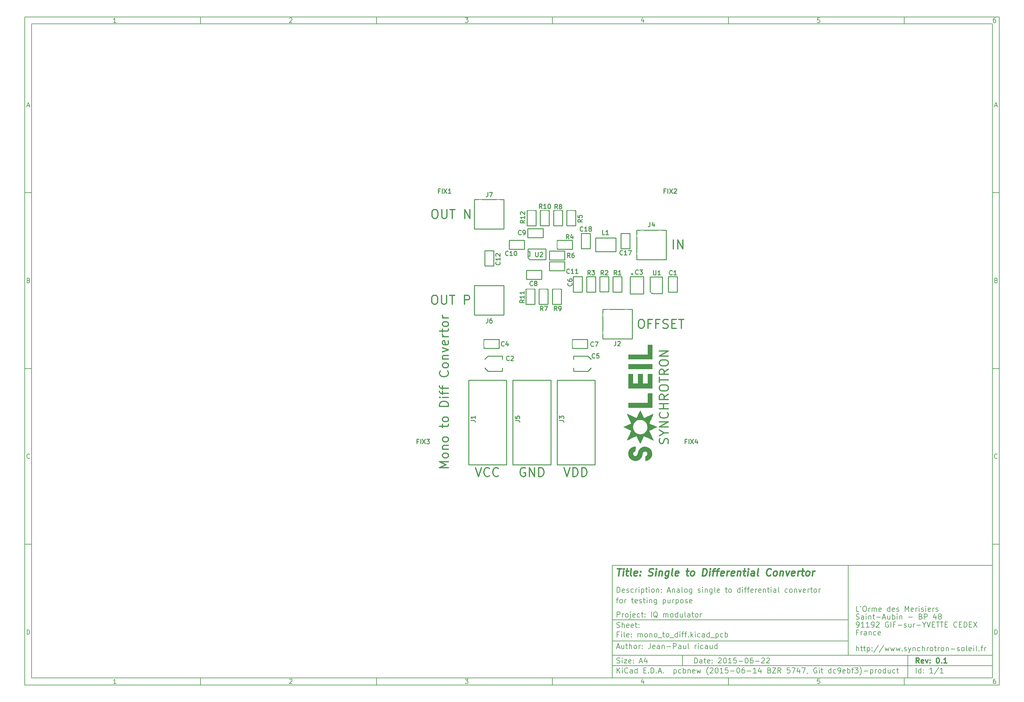
<source format=gto>
G04 #@! TF.FileFunction,Legend,Top*
%FSLAX46Y46*%
G04 Gerber Fmt 4.6, Leading zero omitted, Abs format (unit mm)*
G04 Created by KiCad (PCBNEW (2015-06-14 BZR 5747, Git dc9ebf3)-product) date 24/06/2015 09:37:51*
%MOMM*%
G01*
G04 APERTURE LIST*
%ADD10C,0.100000*%
%ADD11C,0.150000*%
%ADD12C,0.300000*%
%ADD13C,0.400000*%
%ADD14C,0.254000*%
%ADD15C,0.245000*%
%ADD16C,0.002540*%
%ADD17R,1.905000X1.907540*%
%ADD18R,3.007360X2.108200*%
%ADD19R,3.307080X1.907540*%
%ADD20R,1.907540X1.905000*%
%ADD21R,3.507740X3.507740*%
%ADD22C,3.507740*%
%ADD23C,2.908000*%
%ADD24C,3.108000*%
%ADD25R,1.107440X1.557020*%
%ADD26R,1.107440X2.026920*%
%ADD27C,6.108700*%
%ADD28R,1.706880X3.208020*%
G04 APERTURE END LIST*
D10*
D11*
X53812200Y-30117200D02*
X53812200Y-62117200D01*
X161812200Y-62117200D01*
X161812200Y-30117200D01*
X53812200Y-30117200D01*
D10*
D11*
X-113190000Y125890000D02*
X-113190000Y-64117200D01*
X163812200Y-64117200D01*
X163812200Y125890000D01*
X-113190000Y125890000D01*
D10*
D11*
X-111190000Y123890000D02*
X-111190000Y-62117200D01*
X161812200Y-62117200D01*
X161812200Y123890000D01*
X-111190000Y123890000D01*
D10*
D11*
X-63190000Y123890000D02*
X-63190000Y125890000D01*
D10*
D11*
X-13190000Y123890000D02*
X-13190000Y125890000D01*
D10*
D11*
X36810000Y123890000D02*
X36810000Y125890000D01*
D10*
D11*
X86810000Y123890000D02*
X86810000Y125890000D01*
D10*
D11*
X136810000Y123890000D02*
X136810000Y125890000D01*
D10*
D11*
X-87199524Y124301905D02*
X-87942381Y124301905D01*
X-87570952Y124301905D02*
X-87570952Y125601905D01*
X-87694762Y125416190D01*
X-87818571Y125292381D01*
X-87942381Y125230476D01*
D10*
D11*
X-37942381Y125478095D02*
X-37880476Y125540000D01*
X-37756667Y125601905D01*
X-37447143Y125601905D01*
X-37323333Y125540000D01*
X-37261429Y125478095D01*
X-37199524Y125354286D01*
X-37199524Y125230476D01*
X-37261429Y125044762D01*
X-38004286Y124301905D01*
X-37199524Y124301905D01*
D10*
D11*
X11995714Y125601905D02*
X12800476Y125601905D01*
X12367143Y125106667D01*
X12552857Y125106667D01*
X12676667Y125044762D01*
X12738571Y124982857D01*
X12800476Y124859048D01*
X12800476Y124549524D01*
X12738571Y124425714D01*
X12676667Y124363810D01*
X12552857Y124301905D01*
X12181429Y124301905D01*
X12057619Y124363810D01*
X11995714Y124425714D01*
D10*
D11*
X62676667Y125168571D02*
X62676667Y124301905D01*
X62367143Y125663810D02*
X62057619Y124735238D01*
X62862381Y124735238D01*
D10*
D11*
X112738571Y125601905D02*
X112119524Y125601905D01*
X112057619Y124982857D01*
X112119524Y125044762D01*
X112243333Y125106667D01*
X112552857Y125106667D01*
X112676667Y125044762D01*
X112738571Y124982857D01*
X112800476Y124859048D01*
X112800476Y124549524D01*
X112738571Y124425714D01*
X112676667Y124363810D01*
X112552857Y124301905D01*
X112243333Y124301905D01*
X112119524Y124363810D01*
X112057619Y124425714D01*
D10*
D11*
X162676667Y125601905D02*
X162429048Y125601905D01*
X162305238Y125540000D01*
X162243333Y125478095D01*
X162119524Y125292381D01*
X162057619Y125044762D01*
X162057619Y124549524D01*
X162119524Y124425714D01*
X162181429Y124363810D01*
X162305238Y124301905D01*
X162552857Y124301905D01*
X162676667Y124363810D01*
X162738571Y124425714D01*
X162800476Y124549524D01*
X162800476Y124859048D01*
X162738571Y124982857D01*
X162676667Y125044762D01*
X162552857Y125106667D01*
X162305238Y125106667D01*
X162181429Y125044762D01*
X162119524Y124982857D01*
X162057619Y124859048D01*
D10*
D11*
X-63190000Y-62117200D02*
X-63190000Y-64117200D01*
D10*
D11*
X-13190000Y-62117200D02*
X-13190000Y-64117200D01*
D10*
D11*
X36810000Y-62117200D02*
X36810000Y-64117200D01*
D10*
D11*
X86810000Y-62117200D02*
X86810000Y-64117200D01*
D10*
D11*
X136810000Y-62117200D02*
X136810000Y-64117200D01*
D10*
D11*
X-87199524Y-63705295D02*
X-87942381Y-63705295D01*
X-87570952Y-63705295D02*
X-87570952Y-62405295D01*
X-87694762Y-62591010D01*
X-87818571Y-62714819D01*
X-87942381Y-62776724D01*
D10*
D11*
X-37942381Y-62529105D02*
X-37880476Y-62467200D01*
X-37756667Y-62405295D01*
X-37447143Y-62405295D01*
X-37323333Y-62467200D01*
X-37261429Y-62529105D01*
X-37199524Y-62652914D01*
X-37199524Y-62776724D01*
X-37261429Y-62962438D01*
X-38004286Y-63705295D01*
X-37199524Y-63705295D01*
D10*
D11*
X11995714Y-62405295D02*
X12800476Y-62405295D01*
X12367143Y-62900533D01*
X12552857Y-62900533D01*
X12676667Y-62962438D01*
X12738571Y-63024343D01*
X12800476Y-63148152D01*
X12800476Y-63457676D01*
X12738571Y-63581486D01*
X12676667Y-63643390D01*
X12552857Y-63705295D01*
X12181429Y-63705295D01*
X12057619Y-63643390D01*
X11995714Y-63581486D01*
D10*
D11*
X62676667Y-62838629D02*
X62676667Y-63705295D01*
X62367143Y-62343390D02*
X62057619Y-63271962D01*
X62862381Y-63271962D01*
D10*
D11*
X112738571Y-62405295D02*
X112119524Y-62405295D01*
X112057619Y-63024343D01*
X112119524Y-62962438D01*
X112243333Y-62900533D01*
X112552857Y-62900533D01*
X112676667Y-62962438D01*
X112738571Y-63024343D01*
X112800476Y-63148152D01*
X112800476Y-63457676D01*
X112738571Y-63581486D01*
X112676667Y-63643390D01*
X112552857Y-63705295D01*
X112243333Y-63705295D01*
X112119524Y-63643390D01*
X112057619Y-63581486D01*
D10*
D11*
X162676667Y-62405295D02*
X162429048Y-62405295D01*
X162305238Y-62467200D01*
X162243333Y-62529105D01*
X162119524Y-62714819D01*
X162057619Y-62962438D01*
X162057619Y-63457676D01*
X162119524Y-63581486D01*
X162181429Y-63643390D01*
X162305238Y-63705295D01*
X162552857Y-63705295D01*
X162676667Y-63643390D01*
X162738571Y-63581486D01*
X162800476Y-63457676D01*
X162800476Y-63148152D01*
X162738571Y-63024343D01*
X162676667Y-62962438D01*
X162552857Y-62900533D01*
X162305238Y-62900533D01*
X162181429Y-62962438D01*
X162119524Y-63024343D01*
X162057619Y-63148152D01*
D10*
D11*
X-113190000Y75890000D02*
X-111190000Y75890000D01*
D10*
D11*
X-113190000Y25890000D02*
X-111190000Y25890000D01*
D10*
D11*
X-113190000Y-24110000D02*
X-111190000Y-24110000D01*
D10*
D11*
X-112499524Y100673333D02*
X-111880476Y100673333D01*
X-112623333Y100301905D02*
X-112190000Y101601905D01*
X-111756667Y100301905D01*
D10*
D11*
X-112097143Y50982857D02*
X-111911429Y50920952D01*
X-111849524Y50859048D01*
X-111787619Y50735238D01*
X-111787619Y50549524D01*
X-111849524Y50425714D01*
X-111911429Y50363810D01*
X-112035238Y50301905D01*
X-112530476Y50301905D01*
X-112530476Y51601905D01*
X-112097143Y51601905D01*
X-111973333Y51540000D01*
X-111911429Y51478095D01*
X-111849524Y51354286D01*
X-111849524Y51230476D01*
X-111911429Y51106667D01*
X-111973333Y51044762D01*
X-112097143Y50982857D01*
X-112530476Y50982857D01*
D10*
D11*
X-111787619Y425714D02*
X-111849524Y363810D01*
X-112035238Y301905D01*
X-112159048Y301905D01*
X-112344762Y363810D01*
X-112468571Y487619D01*
X-112530476Y611429D01*
X-112592381Y859048D01*
X-112592381Y1044762D01*
X-112530476Y1292381D01*
X-112468571Y1416190D01*
X-112344762Y1540000D01*
X-112159048Y1601905D01*
X-112035238Y1601905D01*
X-111849524Y1540000D01*
X-111787619Y1478095D01*
D10*
D11*
X-112530476Y-49698095D02*
X-112530476Y-48398095D01*
X-112220952Y-48398095D01*
X-112035238Y-48460000D01*
X-111911429Y-48583810D01*
X-111849524Y-48707619D01*
X-111787619Y-48955238D01*
X-111787619Y-49140952D01*
X-111849524Y-49388571D01*
X-111911429Y-49512381D01*
X-112035238Y-49636190D01*
X-112220952Y-49698095D01*
X-112530476Y-49698095D01*
D10*
D11*
X163812200Y75890000D02*
X161812200Y75890000D01*
D10*
D11*
X163812200Y25890000D02*
X161812200Y25890000D01*
D10*
D11*
X163812200Y-24110000D02*
X161812200Y-24110000D01*
D10*
D11*
X162502676Y100673333D02*
X163121724Y100673333D01*
X162378867Y100301905D02*
X162812200Y101601905D01*
X163245533Y100301905D01*
D10*
D11*
X162905057Y50982857D02*
X163090771Y50920952D01*
X163152676Y50859048D01*
X163214581Y50735238D01*
X163214581Y50549524D01*
X163152676Y50425714D01*
X163090771Y50363810D01*
X162966962Y50301905D01*
X162471724Y50301905D01*
X162471724Y51601905D01*
X162905057Y51601905D01*
X163028867Y51540000D01*
X163090771Y51478095D01*
X163152676Y51354286D01*
X163152676Y51230476D01*
X163090771Y51106667D01*
X163028867Y51044762D01*
X162905057Y50982857D01*
X162471724Y50982857D01*
D10*
D11*
X163214581Y425714D02*
X163152676Y363810D01*
X162966962Y301905D01*
X162843152Y301905D01*
X162657438Y363810D01*
X162533629Y487619D01*
X162471724Y611429D01*
X162409819Y859048D01*
X162409819Y1044762D01*
X162471724Y1292381D01*
X162533629Y1416190D01*
X162657438Y1540000D01*
X162843152Y1601905D01*
X162966962Y1601905D01*
X163152676Y1540000D01*
X163214581Y1478095D01*
D10*
D11*
X162471724Y-49698095D02*
X162471724Y-48398095D01*
X162781248Y-48398095D01*
X162966962Y-48460000D01*
X163090771Y-48583810D01*
X163152676Y-48707619D01*
X163214581Y-48955238D01*
X163214581Y-49140952D01*
X163152676Y-49388571D01*
X163090771Y-49512381D01*
X162966962Y-49636190D01*
X162781248Y-49698095D01*
X162471724Y-49698095D01*
D10*
D11*
X77169343Y-57895771D02*
X77169343Y-56395771D01*
X77526486Y-56395771D01*
X77740771Y-56467200D01*
X77883629Y-56610057D01*
X77955057Y-56752914D01*
X78026486Y-57038629D01*
X78026486Y-57252914D01*
X77955057Y-57538629D01*
X77883629Y-57681486D01*
X77740771Y-57824343D01*
X77526486Y-57895771D01*
X77169343Y-57895771D01*
X79312200Y-57895771D02*
X79312200Y-57110057D01*
X79240771Y-56967200D01*
X79097914Y-56895771D01*
X78812200Y-56895771D01*
X78669343Y-56967200D01*
X79312200Y-57824343D02*
X79169343Y-57895771D01*
X78812200Y-57895771D01*
X78669343Y-57824343D01*
X78597914Y-57681486D01*
X78597914Y-57538629D01*
X78669343Y-57395771D01*
X78812200Y-57324343D01*
X79169343Y-57324343D01*
X79312200Y-57252914D01*
X79812200Y-56895771D02*
X80383629Y-56895771D01*
X80026486Y-56395771D02*
X80026486Y-57681486D01*
X80097914Y-57824343D01*
X80240772Y-57895771D01*
X80383629Y-57895771D01*
X81455057Y-57824343D02*
X81312200Y-57895771D01*
X81026486Y-57895771D01*
X80883629Y-57824343D01*
X80812200Y-57681486D01*
X80812200Y-57110057D01*
X80883629Y-56967200D01*
X81026486Y-56895771D01*
X81312200Y-56895771D01*
X81455057Y-56967200D01*
X81526486Y-57110057D01*
X81526486Y-57252914D01*
X80812200Y-57395771D01*
X82169343Y-57752914D02*
X82240771Y-57824343D01*
X82169343Y-57895771D01*
X82097914Y-57824343D01*
X82169343Y-57752914D01*
X82169343Y-57895771D01*
X82169343Y-56967200D02*
X82240771Y-57038629D01*
X82169343Y-57110057D01*
X82097914Y-57038629D01*
X82169343Y-56967200D01*
X82169343Y-57110057D01*
X83955057Y-56538629D02*
X84026486Y-56467200D01*
X84169343Y-56395771D01*
X84526486Y-56395771D01*
X84669343Y-56467200D01*
X84740772Y-56538629D01*
X84812200Y-56681486D01*
X84812200Y-56824343D01*
X84740772Y-57038629D01*
X83883629Y-57895771D01*
X84812200Y-57895771D01*
X85740771Y-56395771D02*
X85883628Y-56395771D01*
X86026485Y-56467200D01*
X86097914Y-56538629D01*
X86169343Y-56681486D01*
X86240771Y-56967200D01*
X86240771Y-57324343D01*
X86169343Y-57610057D01*
X86097914Y-57752914D01*
X86026485Y-57824343D01*
X85883628Y-57895771D01*
X85740771Y-57895771D01*
X85597914Y-57824343D01*
X85526485Y-57752914D01*
X85455057Y-57610057D01*
X85383628Y-57324343D01*
X85383628Y-56967200D01*
X85455057Y-56681486D01*
X85526485Y-56538629D01*
X85597914Y-56467200D01*
X85740771Y-56395771D01*
X87669342Y-57895771D02*
X86812199Y-57895771D01*
X87240771Y-57895771D02*
X87240771Y-56395771D01*
X87097914Y-56610057D01*
X86955056Y-56752914D01*
X86812199Y-56824343D01*
X89026485Y-56395771D02*
X88312199Y-56395771D01*
X88240770Y-57110057D01*
X88312199Y-57038629D01*
X88455056Y-56967200D01*
X88812199Y-56967200D01*
X88955056Y-57038629D01*
X89026485Y-57110057D01*
X89097913Y-57252914D01*
X89097913Y-57610057D01*
X89026485Y-57752914D01*
X88955056Y-57824343D01*
X88812199Y-57895771D01*
X88455056Y-57895771D01*
X88312199Y-57824343D01*
X88240770Y-57752914D01*
X89740770Y-57324343D02*
X90883627Y-57324343D01*
X91883627Y-56395771D02*
X92026484Y-56395771D01*
X92169341Y-56467200D01*
X92240770Y-56538629D01*
X92312199Y-56681486D01*
X92383627Y-56967200D01*
X92383627Y-57324343D01*
X92312199Y-57610057D01*
X92240770Y-57752914D01*
X92169341Y-57824343D01*
X92026484Y-57895771D01*
X91883627Y-57895771D01*
X91740770Y-57824343D01*
X91669341Y-57752914D01*
X91597913Y-57610057D01*
X91526484Y-57324343D01*
X91526484Y-56967200D01*
X91597913Y-56681486D01*
X91669341Y-56538629D01*
X91740770Y-56467200D01*
X91883627Y-56395771D01*
X93669341Y-56395771D02*
X93383627Y-56395771D01*
X93240770Y-56467200D01*
X93169341Y-56538629D01*
X93026484Y-56752914D01*
X92955055Y-57038629D01*
X92955055Y-57610057D01*
X93026484Y-57752914D01*
X93097912Y-57824343D01*
X93240770Y-57895771D01*
X93526484Y-57895771D01*
X93669341Y-57824343D01*
X93740770Y-57752914D01*
X93812198Y-57610057D01*
X93812198Y-57252914D01*
X93740770Y-57110057D01*
X93669341Y-57038629D01*
X93526484Y-56967200D01*
X93240770Y-56967200D01*
X93097912Y-57038629D01*
X93026484Y-57110057D01*
X92955055Y-57252914D01*
X94455055Y-57324343D02*
X95597912Y-57324343D01*
X96240769Y-56538629D02*
X96312198Y-56467200D01*
X96455055Y-56395771D01*
X96812198Y-56395771D01*
X96955055Y-56467200D01*
X97026484Y-56538629D01*
X97097912Y-56681486D01*
X97097912Y-56824343D01*
X97026484Y-57038629D01*
X96169341Y-57895771D01*
X97097912Y-57895771D01*
X97669340Y-56538629D02*
X97740769Y-56467200D01*
X97883626Y-56395771D01*
X98240769Y-56395771D01*
X98383626Y-56467200D01*
X98455055Y-56538629D01*
X98526483Y-56681486D01*
X98526483Y-56824343D01*
X98455055Y-57038629D01*
X97597912Y-57895771D01*
X98526483Y-57895771D01*
D10*
D11*
X53812200Y-58617200D02*
X161812200Y-58617200D01*
D10*
D11*
X55169343Y-60695771D02*
X55169343Y-59195771D01*
X56026486Y-60695771D02*
X55383629Y-59838629D01*
X56026486Y-59195771D02*
X55169343Y-60052914D01*
X56669343Y-60695771D02*
X56669343Y-59695771D01*
X56669343Y-59195771D02*
X56597914Y-59267200D01*
X56669343Y-59338629D01*
X56740771Y-59267200D01*
X56669343Y-59195771D01*
X56669343Y-59338629D01*
X58240772Y-60552914D02*
X58169343Y-60624343D01*
X57955057Y-60695771D01*
X57812200Y-60695771D01*
X57597915Y-60624343D01*
X57455057Y-60481486D01*
X57383629Y-60338629D01*
X57312200Y-60052914D01*
X57312200Y-59838629D01*
X57383629Y-59552914D01*
X57455057Y-59410057D01*
X57597915Y-59267200D01*
X57812200Y-59195771D01*
X57955057Y-59195771D01*
X58169343Y-59267200D01*
X58240772Y-59338629D01*
X59526486Y-60695771D02*
X59526486Y-59910057D01*
X59455057Y-59767200D01*
X59312200Y-59695771D01*
X59026486Y-59695771D01*
X58883629Y-59767200D01*
X59526486Y-60624343D02*
X59383629Y-60695771D01*
X59026486Y-60695771D01*
X58883629Y-60624343D01*
X58812200Y-60481486D01*
X58812200Y-60338629D01*
X58883629Y-60195771D01*
X59026486Y-60124343D01*
X59383629Y-60124343D01*
X59526486Y-60052914D01*
X60883629Y-60695771D02*
X60883629Y-59195771D01*
X60883629Y-60624343D02*
X60740772Y-60695771D01*
X60455058Y-60695771D01*
X60312200Y-60624343D01*
X60240772Y-60552914D01*
X60169343Y-60410057D01*
X60169343Y-59981486D01*
X60240772Y-59838629D01*
X60312200Y-59767200D01*
X60455058Y-59695771D01*
X60740772Y-59695771D01*
X60883629Y-59767200D01*
X62740772Y-59910057D02*
X63240772Y-59910057D01*
X63455058Y-60695771D02*
X62740772Y-60695771D01*
X62740772Y-59195771D01*
X63455058Y-59195771D01*
X64097915Y-60552914D02*
X64169343Y-60624343D01*
X64097915Y-60695771D01*
X64026486Y-60624343D01*
X64097915Y-60552914D01*
X64097915Y-60695771D01*
X64812201Y-60695771D02*
X64812201Y-59195771D01*
X65169344Y-59195771D01*
X65383629Y-59267200D01*
X65526487Y-59410057D01*
X65597915Y-59552914D01*
X65669344Y-59838629D01*
X65669344Y-60052914D01*
X65597915Y-60338629D01*
X65526487Y-60481486D01*
X65383629Y-60624343D01*
X65169344Y-60695771D01*
X64812201Y-60695771D01*
X66312201Y-60552914D02*
X66383629Y-60624343D01*
X66312201Y-60695771D01*
X66240772Y-60624343D01*
X66312201Y-60552914D01*
X66312201Y-60695771D01*
X66955058Y-60267200D02*
X67669344Y-60267200D01*
X66812201Y-60695771D02*
X67312201Y-59195771D01*
X67812201Y-60695771D01*
X68312201Y-60552914D02*
X68383629Y-60624343D01*
X68312201Y-60695771D01*
X68240772Y-60624343D01*
X68312201Y-60552914D01*
X68312201Y-60695771D01*
X71312201Y-59695771D02*
X71312201Y-61195771D01*
X71312201Y-59767200D02*
X71455058Y-59695771D01*
X71740772Y-59695771D01*
X71883629Y-59767200D01*
X71955058Y-59838629D01*
X72026487Y-59981486D01*
X72026487Y-60410057D01*
X71955058Y-60552914D01*
X71883629Y-60624343D01*
X71740772Y-60695771D01*
X71455058Y-60695771D01*
X71312201Y-60624343D01*
X73312201Y-60624343D02*
X73169344Y-60695771D01*
X72883630Y-60695771D01*
X72740772Y-60624343D01*
X72669344Y-60552914D01*
X72597915Y-60410057D01*
X72597915Y-59981486D01*
X72669344Y-59838629D01*
X72740772Y-59767200D01*
X72883630Y-59695771D01*
X73169344Y-59695771D01*
X73312201Y-59767200D01*
X73955058Y-60695771D02*
X73955058Y-59195771D01*
X73955058Y-59767200D02*
X74097915Y-59695771D01*
X74383629Y-59695771D01*
X74526486Y-59767200D01*
X74597915Y-59838629D01*
X74669344Y-59981486D01*
X74669344Y-60410057D01*
X74597915Y-60552914D01*
X74526486Y-60624343D01*
X74383629Y-60695771D01*
X74097915Y-60695771D01*
X73955058Y-60624343D01*
X75312201Y-59695771D02*
X75312201Y-60695771D01*
X75312201Y-59838629D02*
X75383629Y-59767200D01*
X75526487Y-59695771D01*
X75740772Y-59695771D01*
X75883629Y-59767200D01*
X75955058Y-59910057D01*
X75955058Y-60695771D01*
X77240772Y-60624343D02*
X77097915Y-60695771D01*
X76812201Y-60695771D01*
X76669344Y-60624343D01*
X76597915Y-60481486D01*
X76597915Y-59910057D01*
X76669344Y-59767200D01*
X76812201Y-59695771D01*
X77097915Y-59695771D01*
X77240772Y-59767200D01*
X77312201Y-59910057D01*
X77312201Y-60052914D01*
X76597915Y-60195771D01*
X77812201Y-59695771D02*
X78097915Y-60695771D01*
X78383629Y-59981486D01*
X78669344Y-60695771D01*
X78955058Y-59695771D01*
X81097915Y-61267200D02*
X81026487Y-61195771D01*
X80883630Y-60981486D01*
X80812201Y-60838629D01*
X80740772Y-60624343D01*
X80669344Y-60267200D01*
X80669344Y-59981486D01*
X80740772Y-59624343D01*
X80812201Y-59410057D01*
X80883630Y-59267200D01*
X81026487Y-59052914D01*
X81097915Y-58981486D01*
X81597915Y-59338629D02*
X81669344Y-59267200D01*
X81812201Y-59195771D01*
X82169344Y-59195771D01*
X82312201Y-59267200D01*
X82383630Y-59338629D01*
X82455058Y-59481486D01*
X82455058Y-59624343D01*
X82383630Y-59838629D01*
X81526487Y-60695771D01*
X82455058Y-60695771D01*
X83383629Y-59195771D02*
X83526486Y-59195771D01*
X83669343Y-59267200D01*
X83740772Y-59338629D01*
X83812201Y-59481486D01*
X83883629Y-59767200D01*
X83883629Y-60124343D01*
X83812201Y-60410057D01*
X83740772Y-60552914D01*
X83669343Y-60624343D01*
X83526486Y-60695771D01*
X83383629Y-60695771D01*
X83240772Y-60624343D01*
X83169343Y-60552914D01*
X83097915Y-60410057D01*
X83026486Y-60124343D01*
X83026486Y-59767200D01*
X83097915Y-59481486D01*
X83169343Y-59338629D01*
X83240772Y-59267200D01*
X83383629Y-59195771D01*
X85312200Y-60695771D02*
X84455057Y-60695771D01*
X84883629Y-60695771D02*
X84883629Y-59195771D01*
X84740772Y-59410057D01*
X84597914Y-59552914D01*
X84455057Y-59624343D01*
X86669343Y-59195771D02*
X85955057Y-59195771D01*
X85883628Y-59910057D01*
X85955057Y-59838629D01*
X86097914Y-59767200D01*
X86455057Y-59767200D01*
X86597914Y-59838629D01*
X86669343Y-59910057D01*
X86740771Y-60052914D01*
X86740771Y-60410057D01*
X86669343Y-60552914D01*
X86597914Y-60624343D01*
X86455057Y-60695771D01*
X86097914Y-60695771D01*
X85955057Y-60624343D01*
X85883628Y-60552914D01*
X87383628Y-60124343D02*
X88526485Y-60124343D01*
X89526485Y-59195771D02*
X89669342Y-59195771D01*
X89812199Y-59267200D01*
X89883628Y-59338629D01*
X89955057Y-59481486D01*
X90026485Y-59767200D01*
X90026485Y-60124343D01*
X89955057Y-60410057D01*
X89883628Y-60552914D01*
X89812199Y-60624343D01*
X89669342Y-60695771D01*
X89526485Y-60695771D01*
X89383628Y-60624343D01*
X89312199Y-60552914D01*
X89240771Y-60410057D01*
X89169342Y-60124343D01*
X89169342Y-59767200D01*
X89240771Y-59481486D01*
X89312199Y-59338629D01*
X89383628Y-59267200D01*
X89526485Y-59195771D01*
X91312199Y-59195771D02*
X91026485Y-59195771D01*
X90883628Y-59267200D01*
X90812199Y-59338629D01*
X90669342Y-59552914D01*
X90597913Y-59838629D01*
X90597913Y-60410057D01*
X90669342Y-60552914D01*
X90740770Y-60624343D01*
X90883628Y-60695771D01*
X91169342Y-60695771D01*
X91312199Y-60624343D01*
X91383628Y-60552914D01*
X91455056Y-60410057D01*
X91455056Y-60052914D01*
X91383628Y-59910057D01*
X91312199Y-59838629D01*
X91169342Y-59767200D01*
X90883628Y-59767200D01*
X90740770Y-59838629D01*
X90669342Y-59910057D01*
X90597913Y-60052914D01*
X92097913Y-60124343D02*
X93240770Y-60124343D01*
X94740770Y-60695771D02*
X93883627Y-60695771D01*
X94312199Y-60695771D02*
X94312199Y-59195771D01*
X94169342Y-59410057D01*
X94026484Y-59552914D01*
X93883627Y-59624343D01*
X96026484Y-59695771D02*
X96026484Y-60695771D01*
X95669341Y-59124343D02*
X95312198Y-60195771D01*
X96240770Y-60195771D01*
X98455055Y-59910057D02*
X98669341Y-59981486D01*
X98740769Y-60052914D01*
X98812198Y-60195771D01*
X98812198Y-60410057D01*
X98740769Y-60552914D01*
X98669341Y-60624343D01*
X98526483Y-60695771D01*
X97955055Y-60695771D01*
X97955055Y-59195771D01*
X98455055Y-59195771D01*
X98597912Y-59267200D01*
X98669341Y-59338629D01*
X98740769Y-59481486D01*
X98740769Y-59624343D01*
X98669341Y-59767200D01*
X98597912Y-59838629D01*
X98455055Y-59910057D01*
X97955055Y-59910057D01*
X99312198Y-59195771D02*
X100312198Y-59195771D01*
X99312198Y-60695771D01*
X100312198Y-60695771D01*
X101740769Y-60695771D02*
X101240769Y-59981486D01*
X100883626Y-60695771D02*
X100883626Y-59195771D01*
X101455054Y-59195771D01*
X101597912Y-59267200D01*
X101669340Y-59338629D01*
X101740769Y-59481486D01*
X101740769Y-59695771D01*
X101669340Y-59838629D01*
X101597912Y-59910057D01*
X101455054Y-59981486D01*
X100883626Y-59981486D01*
X104240769Y-59195771D02*
X103526483Y-59195771D01*
X103455054Y-59910057D01*
X103526483Y-59838629D01*
X103669340Y-59767200D01*
X104026483Y-59767200D01*
X104169340Y-59838629D01*
X104240769Y-59910057D01*
X104312197Y-60052914D01*
X104312197Y-60410057D01*
X104240769Y-60552914D01*
X104169340Y-60624343D01*
X104026483Y-60695771D01*
X103669340Y-60695771D01*
X103526483Y-60624343D01*
X103455054Y-60552914D01*
X104812197Y-59195771D02*
X105812197Y-59195771D01*
X105169340Y-60695771D01*
X107026482Y-59695771D02*
X107026482Y-60695771D01*
X106669339Y-59124343D02*
X106312196Y-60195771D01*
X107240768Y-60195771D01*
X107669339Y-59195771D02*
X108669339Y-59195771D01*
X108026482Y-60695771D01*
X109312195Y-60624343D02*
X109312195Y-60695771D01*
X109240767Y-60838629D01*
X109169338Y-60910057D01*
X111883624Y-59267200D02*
X111740767Y-59195771D01*
X111526481Y-59195771D01*
X111312196Y-59267200D01*
X111169338Y-59410057D01*
X111097910Y-59552914D01*
X111026481Y-59838629D01*
X111026481Y-60052914D01*
X111097910Y-60338629D01*
X111169338Y-60481486D01*
X111312196Y-60624343D01*
X111526481Y-60695771D01*
X111669338Y-60695771D01*
X111883624Y-60624343D01*
X111955053Y-60552914D01*
X111955053Y-60052914D01*
X111669338Y-60052914D01*
X112597910Y-60695771D02*
X112597910Y-59695771D01*
X112597910Y-59195771D02*
X112526481Y-59267200D01*
X112597910Y-59338629D01*
X112669338Y-59267200D01*
X112597910Y-59195771D01*
X112597910Y-59338629D01*
X113097910Y-59695771D02*
X113669339Y-59695771D01*
X113312196Y-59195771D02*
X113312196Y-60481486D01*
X113383624Y-60624343D01*
X113526482Y-60695771D01*
X113669339Y-60695771D01*
X115955053Y-60695771D02*
X115955053Y-59195771D01*
X115955053Y-60624343D02*
X115812196Y-60695771D01*
X115526482Y-60695771D01*
X115383624Y-60624343D01*
X115312196Y-60552914D01*
X115240767Y-60410057D01*
X115240767Y-59981486D01*
X115312196Y-59838629D01*
X115383624Y-59767200D01*
X115526482Y-59695771D01*
X115812196Y-59695771D01*
X115955053Y-59767200D01*
X117312196Y-60624343D02*
X117169339Y-60695771D01*
X116883625Y-60695771D01*
X116740767Y-60624343D01*
X116669339Y-60552914D01*
X116597910Y-60410057D01*
X116597910Y-59981486D01*
X116669339Y-59838629D01*
X116740767Y-59767200D01*
X116883625Y-59695771D01*
X117169339Y-59695771D01*
X117312196Y-59767200D01*
X118026481Y-60695771D02*
X118312196Y-60695771D01*
X118455053Y-60624343D01*
X118526481Y-60552914D01*
X118669339Y-60338629D01*
X118740767Y-60052914D01*
X118740767Y-59481486D01*
X118669339Y-59338629D01*
X118597910Y-59267200D01*
X118455053Y-59195771D01*
X118169339Y-59195771D01*
X118026481Y-59267200D01*
X117955053Y-59338629D01*
X117883624Y-59481486D01*
X117883624Y-59838629D01*
X117955053Y-59981486D01*
X118026481Y-60052914D01*
X118169339Y-60124343D01*
X118455053Y-60124343D01*
X118597910Y-60052914D01*
X118669339Y-59981486D01*
X118740767Y-59838629D01*
X119955052Y-60624343D02*
X119812195Y-60695771D01*
X119526481Y-60695771D01*
X119383624Y-60624343D01*
X119312195Y-60481486D01*
X119312195Y-59910057D01*
X119383624Y-59767200D01*
X119526481Y-59695771D01*
X119812195Y-59695771D01*
X119955052Y-59767200D01*
X120026481Y-59910057D01*
X120026481Y-60052914D01*
X119312195Y-60195771D01*
X120669338Y-60695771D02*
X120669338Y-59195771D01*
X120669338Y-59767200D02*
X120812195Y-59695771D01*
X121097909Y-59695771D01*
X121240766Y-59767200D01*
X121312195Y-59838629D01*
X121383624Y-59981486D01*
X121383624Y-60410057D01*
X121312195Y-60552914D01*
X121240766Y-60624343D01*
X121097909Y-60695771D01*
X120812195Y-60695771D01*
X120669338Y-60624343D01*
X121812195Y-59695771D02*
X122383624Y-59695771D01*
X122026481Y-60695771D02*
X122026481Y-59410057D01*
X122097909Y-59267200D01*
X122240767Y-59195771D01*
X122383624Y-59195771D01*
X122740767Y-59195771D02*
X123669338Y-59195771D01*
X123169338Y-59767200D01*
X123383624Y-59767200D01*
X123526481Y-59838629D01*
X123597910Y-59910057D01*
X123669338Y-60052914D01*
X123669338Y-60410057D01*
X123597910Y-60552914D01*
X123526481Y-60624343D01*
X123383624Y-60695771D01*
X122955052Y-60695771D01*
X122812195Y-60624343D01*
X122740767Y-60552914D01*
X124169338Y-61267200D02*
X124240766Y-61195771D01*
X124383623Y-60981486D01*
X124455052Y-60838629D01*
X124526481Y-60624343D01*
X124597909Y-60267200D01*
X124597909Y-59981486D01*
X124526481Y-59624343D01*
X124455052Y-59410057D01*
X124383623Y-59267200D01*
X124240766Y-59052914D01*
X124169338Y-58981486D01*
X125312195Y-60124343D02*
X126455052Y-60124343D01*
X127169338Y-59695771D02*
X127169338Y-61195771D01*
X127169338Y-59767200D02*
X127312195Y-59695771D01*
X127597909Y-59695771D01*
X127740766Y-59767200D01*
X127812195Y-59838629D01*
X127883624Y-59981486D01*
X127883624Y-60410057D01*
X127812195Y-60552914D01*
X127740766Y-60624343D01*
X127597909Y-60695771D01*
X127312195Y-60695771D01*
X127169338Y-60624343D01*
X128526481Y-60695771D02*
X128526481Y-59695771D01*
X128526481Y-59981486D02*
X128597909Y-59838629D01*
X128669338Y-59767200D01*
X128812195Y-59695771D01*
X128955052Y-59695771D01*
X129669338Y-60695771D02*
X129526480Y-60624343D01*
X129455052Y-60552914D01*
X129383623Y-60410057D01*
X129383623Y-59981486D01*
X129455052Y-59838629D01*
X129526480Y-59767200D01*
X129669338Y-59695771D01*
X129883623Y-59695771D01*
X130026480Y-59767200D01*
X130097909Y-59838629D01*
X130169338Y-59981486D01*
X130169338Y-60410057D01*
X130097909Y-60552914D01*
X130026480Y-60624343D01*
X129883623Y-60695771D01*
X129669338Y-60695771D01*
X131455052Y-60695771D02*
X131455052Y-59195771D01*
X131455052Y-60624343D02*
X131312195Y-60695771D01*
X131026481Y-60695771D01*
X130883623Y-60624343D01*
X130812195Y-60552914D01*
X130740766Y-60410057D01*
X130740766Y-59981486D01*
X130812195Y-59838629D01*
X130883623Y-59767200D01*
X131026481Y-59695771D01*
X131312195Y-59695771D01*
X131455052Y-59767200D01*
X132812195Y-59695771D02*
X132812195Y-60695771D01*
X132169338Y-59695771D02*
X132169338Y-60481486D01*
X132240766Y-60624343D01*
X132383624Y-60695771D01*
X132597909Y-60695771D01*
X132740766Y-60624343D01*
X132812195Y-60552914D01*
X134169338Y-60624343D02*
X134026481Y-60695771D01*
X133740767Y-60695771D01*
X133597909Y-60624343D01*
X133526481Y-60552914D01*
X133455052Y-60410057D01*
X133455052Y-59981486D01*
X133526481Y-59838629D01*
X133597909Y-59767200D01*
X133740767Y-59695771D01*
X134026481Y-59695771D01*
X134169338Y-59767200D01*
X134597909Y-59695771D02*
X135169338Y-59695771D01*
X134812195Y-59195771D02*
X134812195Y-60481486D01*
X134883623Y-60624343D01*
X135026481Y-60695771D01*
X135169338Y-60695771D01*
D10*
D11*
X53812200Y-55617200D02*
X161812200Y-55617200D01*
D10*
D12*
X141026486Y-57895771D02*
X140526486Y-57181486D01*
X140169343Y-57895771D02*
X140169343Y-56395771D01*
X140740771Y-56395771D01*
X140883629Y-56467200D01*
X140955057Y-56538629D01*
X141026486Y-56681486D01*
X141026486Y-56895771D01*
X140955057Y-57038629D01*
X140883629Y-57110057D01*
X140740771Y-57181486D01*
X140169343Y-57181486D01*
X142240771Y-57824343D02*
X142097914Y-57895771D01*
X141812200Y-57895771D01*
X141669343Y-57824343D01*
X141597914Y-57681486D01*
X141597914Y-57110057D01*
X141669343Y-56967200D01*
X141812200Y-56895771D01*
X142097914Y-56895771D01*
X142240771Y-56967200D01*
X142312200Y-57110057D01*
X142312200Y-57252914D01*
X141597914Y-57395771D01*
X142812200Y-56895771D02*
X143169343Y-57895771D01*
X143526485Y-56895771D01*
X144097914Y-57752914D02*
X144169342Y-57824343D01*
X144097914Y-57895771D01*
X144026485Y-57824343D01*
X144097914Y-57752914D01*
X144097914Y-57895771D01*
X144097914Y-56967200D02*
X144169342Y-57038629D01*
X144097914Y-57110057D01*
X144026485Y-57038629D01*
X144097914Y-56967200D01*
X144097914Y-57110057D01*
X146240771Y-56395771D02*
X146383628Y-56395771D01*
X146526485Y-56467200D01*
X146597914Y-56538629D01*
X146669343Y-56681486D01*
X146740771Y-56967200D01*
X146740771Y-57324343D01*
X146669343Y-57610057D01*
X146597914Y-57752914D01*
X146526485Y-57824343D01*
X146383628Y-57895771D01*
X146240771Y-57895771D01*
X146097914Y-57824343D01*
X146026485Y-57752914D01*
X145955057Y-57610057D01*
X145883628Y-57324343D01*
X145883628Y-56967200D01*
X145955057Y-56681486D01*
X146026485Y-56538629D01*
X146097914Y-56467200D01*
X146240771Y-56395771D01*
X147383628Y-57752914D02*
X147455056Y-57824343D01*
X147383628Y-57895771D01*
X147312199Y-57824343D01*
X147383628Y-57752914D01*
X147383628Y-57895771D01*
X148883628Y-57895771D02*
X148026485Y-57895771D01*
X148455057Y-57895771D02*
X148455057Y-56395771D01*
X148312200Y-56610057D01*
X148169342Y-56752914D01*
X148026485Y-56824343D01*
D10*
D11*
X55097914Y-57824343D02*
X55312200Y-57895771D01*
X55669343Y-57895771D01*
X55812200Y-57824343D01*
X55883629Y-57752914D01*
X55955057Y-57610057D01*
X55955057Y-57467200D01*
X55883629Y-57324343D01*
X55812200Y-57252914D01*
X55669343Y-57181486D01*
X55383629Y-57110057D01*
X55240771Y-57038629D01*
X55169343Y-56967200D01*
X55097914Y-56824343D01*
X55097914Y-56681486D01*
X55169343Y-56538629D01*
X55240771Y-56467200D01*
X55383629Y-56395771D01*
X55740771Y-56395771D01*
X55955057Y-56467200D01*
X56597914Y-57895771D02*
X56597914Y-56895771D01*
X56597914Y-56395771D02*
X56526485Y-56467200D01*
X56597914Y-56538629D01*
X56669342Y-56467200D01*
X56597914Y-56395771D01*
X56597914Y-56538629D01*
X57169343Y-56895771D02*
X57955057Y-56895771D01*
X57169343Y-57895771D01*
X57955057Y-57895771D01*
X59097914Y-57824343D02*
X58955057Y-57895771D01*
X58669343Y-57895771D01*
X58526486Y-57824343D01*
X58455057Y-57681486D01*
X58455057Y-57110057D01*
X58526486Y-56967200D01*
X58669343Y-56895771D01*
X58955057Y-56895771D01*
X59097914Y-56967200D01*
X59169343Y-57110057D01*
X59169343Y-57252914D01*
X58455057Y-57395771D01*
X59812200Y-57752914D02*
X59883628Y-57824343D01*
X59812200Y-57895771D01*
X59740771Y-57824343D01*
X59812200Y-57752914D01*
X59812200Y-57895771D01*
X59812200Y-56967200D02*
X59883628Y-57038629D01*
X59812200Y-57110057D01*
X59740771Y-57038629D01*
X59812200Y-56967200D01*
X59812200Y-57110057D01*
X61597914Y-57467200D02*
X62312200Y-57467200D01*
X61455057Y-57895771D02*
X61955057Y-56395771D01*
X62455057Y-57895771D01*
X63597914Y-56895771D02*
X63597914Y-57895771D01*
X63240771Y-56324343D02*
X62883628Y-57395771D01*
X63812200Y-57395771D01*
D10*
D11*
X140169343Y-60695771D02*
X140169343Y-59195771D01*
X141526486Y-60695771D02*
X141526486Y-59195771D01*
X141526486Y-60624343D02*
X141383629Y-60695771D01*
X141097915Y-60695771D01*
X140955057Y-60624343D01*
X140883629Y-60552914D01*
X140812200Y-60410057D01*
X140812200Y-59981486D01*
X140883629Y-59838629D01*
X140955057Y-59767200D01*
X141097915Y-59695771D01*
X141383629Y-59695771D01*
X141526486Y-59767200D01*
X142240772Y-60552914D02*
X142312200Y-60624343D01*
X142240772Y-60695771D01*
X142169343Y-60624343D01*
X142240772Y-60552914D01*
X142240772Y-60695771D01*
X142240772Y-59767200D02*
X142312200Y-59838629D01*
X142240772Y-59910057D01*
X142169343Y-59838629D01*
X142240772Y-59767200D01*
X142240772Y-59910057D01*
X144883629Y-60695771D02*
X144026486Y-60695771D01*
X144455058Y-60695771D02*
X144455058Y-59195771D01*
X144312201Y-59410057D01*
X144169343Y-59552914D01*
X144026486Y-59624343D01*
X146597914Y-59124343D02*
X145312200Y-61052914D01*
X147883629Y-60695771D02*
X147026486Y-60695771D01*
X147455058Y-60695771D02*
X147455058Y-59195771D01*
X147312201Y-59410057D01*
X147169343Y-59552914D01*
X147026486Y-59624343D01*
D10*
D11*
X163812200Y-64117200D02*
X163812200Y-64117200D01*
D10*
D11*
X53812200Y-51617200D02*
X120812200Y-51617200D01*
D10*
D13*
X55264581Y-31021962D02*
X56407438Y-31021962D01*
X55586010Y-33021962D02*
X55836010Y-31021962D01*
X56824105Y-33021962D02*
X56990771Y-31688629D01*
X57074105Y-31021962D02*
X56966962Y-31117200D01*
X57050295Y-31212438D01*
X57157439Y-31117200D01*
X57074105Y-31021962D01*
X57050295Y-31212438D01*
X57657438Y-31688629D02*
X58419343Y-31688629D01*
X58026486Y-31021962D02*
X57812200Y-32736248D01*
X57883630Y-32926724D01*
X58062201Y-33021962D01*
X58252677Y-33021962D01*
X59205058Y-33021962D02*
X59026487Y-32926724D01*
X58955057Y-32736248D01*
X59169343Y-31021962D01*
X60740772Y-32926724D02*
X60538391Y-33021962D01*
X60157439Y-33021962D01*
X59978867Y-32926724D01*
X59907438Y-32736248D01*
X60002676Y-31974343D01*
X60121724Y-31783867D01*
X60324105Y-31688629D01*
X60705057Y-31688629D01*
X60883629Y-31783867D01*
X60955057Y-31974343D01*
X60931248Y-32164819D01*
X59955057Y-32355295D01*
X61705057Y-32831486D02*
X61788392Y-32926724D01*
X61681248Y-33021962D01*
X61597915Y-32926724D01*
X61705057Y-32831486D01*
X61681248Y-33021962D01*
X61836010Y-31783867D02*
X61919344Y-31879105D01*
X61812200Y-31974343D01*
X61728867Y-31879105D01*
X61836010Y-31783867D01*
X61812200Y-31974343D01*
X64074106Y-32926724D02*
X64347916Y-33021962D01*
X64824106Y-33021962D01*
X65026487Y-32926724D01*
X65133629Y-32831486D01*
X65252678Y-32641010D01*
X65276487Y-32450533D01*
X65205058Y-32260057D01*
X65121725Y-32164819D01*
X64943153Y-32069581D01*
X64574106Y-31974343D01*
X64395535Y-31879105D01*
X64312201Y-31783867D01*
X64240772Y-31593390D01*
X64264582Y-31402914D01*
X64383629Y-31212438D01*
X64490773Y-31117200D01*
X64693154Y-31021962D01*
X65169344Y-31021962D01*
X65443154Y-31117200D01*
X66062201Y-33021962D02*
X66228867Y-31688629D01*
X66312201Y-31021962D02*
X66205058Y-31117200D01*
X66288391Y-31212438D01*
X66395535Y-31117200D01*
X66312201Y-31021962D01*
X66288391Y-31212438D01*
X67181248Y-31688629D02*
X67014582Y-33021962D01*
X67157439Y-31879105D02*
X67264583Y-31783867D01*
X67466963Y-31688629D01*
X67752677Y-31688629D01*
X67931249Y-31783867D01*
X68002677Y-31974343D01*
X67871725Y-33021962D01*
X69847915Y-31688629D02*
X69645534Y-33307676D01*
X69526487Y-33498152D01*
X69419344Y-33593390D01*
X69216963Y-33688629D01*
X68931249Y-33688629D01*
X68752677Y-33593390D01*
X69693154Y-32926724D02*
X69490773Y-33021962D01*
X69109821Y-33021962D01*
X68931250Y-32926724D01*
X68847915Y-32831486D01*
X68776487Y-32641010D01*
X68847915Y-32069581D01*
X68966963Y-31879105D01*
X69074107Y-31783867D01*
X69276487Y-31688629D01*
X69657439Y-31688629D01*
X69836011Y-31783867D01*
X70919345Y-33021962D02*
X70740774Y-32926724D01*
X70669344Y-32736248D01*
X70883630Y-31021962D01*
X72455059Y-32926724D02*
X72252678Y-33021962D01*
X71871726Y-33021962D01*
X71693154Y-32926724D01*
X71621725Y-32736248D01*
X71716963Y-31974343D01*
X71836011Y-31783867D01*
X72038392Y-31688629D01*
X72419344Y-31688629D01*
X72597916Y-31783867D01*
X72669344Y-31974343D01*
X72645535Y-32164819D01*
X71669344Y-32355295D01*
X74800297Y-31688629D02*
X75562202Y-31688629D01*
X75169345Y-31021962D02*
X74955059Y-32736248D01*
X75026489Y-32926724D01*
X75205060Y-33021962D01*
X75395536Y-33021962D01*
X76347917Y-33021962D02*
X76169346Y-32926724D01*
X76086011Y-32831486D01*
X76014583Y-32641010D01*
X76086011Y-32069581D01*
X76205059Y-31879105D01*
X76312203Y-31783867D01*
X76514583Y-31688629D01*
X76800297Y-31688629D01*
X76978869Y-31783867D01*
X77062202Y-31879105D01*
X77133630Y-32069581D01*
X77062202Y-32641010D01*
X76943154Y-32831486D01*
X76836012Y-32926724D01*
X76633631Y-33021962D01*
X76347917Y-33021962D01*
X79395536Y-33021962D02*
X79645536Y-31021962D01*
X80121727Y-31021962D01*
X80395536Y-31117200D01*
X80562203Y-31307676D01*
X80633632Y-31498152D01*
X80681251Y-31879105D01*
X80645537Y-32164819D01*
X80502680Y-32545771D01*
X80383631Y-32736248D01*
X80169346Y-32926724D01*
X79871727Y-33021962D01*
X79395536Y-33021962D01*
X81395536Y-33021962D02*
X81562202Y-31688629D01*
X81645536Y-31021962D02*
X81538393Y-31117200D01*
X81621726Y-31212438D01*
X81728870Y-31117200D01*
X81645536Y-31021962D01*
X81621726Y-31212438D01*
X82228869Y-31688629D02*
X82990774Y-31688629D01*
X82347917Y-33021962D02*
X82562203Y-31307676D01*
X82681251Y-31117200D01*
X82883632Y-31021962D01*
X83074108Y-31021962D01*
X83371726Y-31688629D02*
X84133631Y-31688629D01*
X83490774Y-33021962D02*
X83705060Y-31307676D01*
X83824108Y-31117200D01*
X84026489Y-31021962D01*
X84216965Y-31021962D01*
X85407441Y-32926724D02*
X85205060Y-33021962D01*
X84824108Y-33021962D01*
X84645536Y-32926724D01*
X84574107Y-32736248D01*
X84669345Y-31974343D01*
X84788393Y-31783867D01*
X84990774Y-31688629D01*
X85371726Y-31688629D01*
X85550298Y-31783867D01*
X85621726Y-31974343D01*
X85597917Y-32164819D01*
X84621726Y-32355295D01*
X86347917Y-33021962D02*
X86514583Y-31688629D01*
X86466964Y-32069581D02*
X86586013Y-31879105D01*
X86693156Y-31783867D01*
X86895536Y-31688629D01*
X87086012Y-31688629D01*
X88359822Y-32926724D02*
X88157441Y-33021962D01*
X87776489Y-33021962D01*
X87597917Y-32926724D01*
X87526488Y-32736248D01*
X87621726Y-31974343D01*
X87740774Y-31783867D01*
X87943155Y-31688629D01*
X88324107Y-31688629D01*
X88502679Y-31783867D01*
X88574107Y-31974343D01*
X88550298Y-32164819D01*
X87574107Y-32355295D01*
X89466964Y-31688629D02*
X89300298Y-33021962D01*
X89443155Y-31879105D02*
X89550299Y-31783867D01*
X89752679Y-31688629D01*
X90038393Y-31688629D01*
X90216965Y-31783867D01*
X90288393Y-31974343D01*
X90157441Y-33021962D01*
X90990774Y-31688629D02*
X91752679Y-31688629D01*
X91359822Y-31021962D02*
X91145536Y-32736248D01*
X91216966Y-32926724D01*
X91395537Y-33021962D01*
X91586013Y-33021962D01*
X92252679Y-33021962D02*
X92419345Y-31688629D01*
X92502679Y-31021962D02*
X92395536Y-31117200D01*
X92478869Y-31212438D01*
X92586013Y-31117200D01*
X92502679Y-31021962D01*
X92478869Y-31212438D01*
X94062203Y-33021962D02*
X94193155Y-31974343D01*
X94121727Y-31783867D01*
X93943155Y-31688629D01*
X93562203Y-31688629D01*
X93359822Y-31783867D01*
X94074108Y-32926724D02*
X93871727Y-33021962D01*
X93395537Y-33021962D01*
X93216965Y-32926724D01*
X93145536Y-32736248D01*
X93169346Y-32545771D01*
X93288393Y-32355295D01*
X93490775Y-32260057D01*
X93966965Y-32260057D01*
X94169346Y-32164819D01*
X95300299Y-33021962D02*
X95121728Y-32926724D01*
X95050298Y-32736248D01*
X95264584Y-31021962D01*
X98752680Y-32831486D02*
X98645538Y-32926724D01*
X98347918Y-33021962D01*
X98157442Y-33021962D01*
X97883633Y-32926724D01*
X97716966Y-32736248D01*
X97645537Y-32545771D01*
X97597918Y-32164819D01*
X97633632Y-31879105D01*
X97776489Y-31498152D01*
X97895538Y-31307676D01*
X98109823Y-31117200D01*
X98407442Y-31021962D01*
X98597918Y-31021962D01*
X98871728Y-31117200D01*
X98955061Y-31212438D01*
X99871728Y-33021962D02*
X99693157Y-32926724D01*
X99609822Y-32831486D01*
X99538394Y-32641010D01*
X99609822Y-32069581D01*
X99728870Y-31879105D01*
X99836014Y-31783867D01*
X100038394Y-31688629D01*
X100324108Y-31688629D01*
X100502680Y-31783867D01*
X100586013Y-31879105D01*
X100657441Y-32069581D01*
X100586013Y-32641010D01*
X100466965Y-32831486D01*
X100359823Y-32926724D01*
X100157442Y-33021962D01*
X99871728Y-33021962D01*
X101562203Y-31688629D02*
X101395537Y-33021962D01*
X101538394Y-31879105D02*
X101645538Y-31783867D01*
X101847918Y-31688629D01*
X102133632Y-31688629D01*
X102312204Y-31783867D01*
X102383632Y-31974343D01*
X102252680Y-33021962D01*
X103181251Y-31688629D02*
X103490776Y-33021962D01*
X104133632Y-31688629D01*
X105502681Y-32926724D02*
X105300300Y-33021962D01*
X104919348Y-33021962D01*
X104740776Y-32926724D01*
X104669347Y-32736248D01*
X104764585Y-31974343D01*
X104883633Y-31783867D01*
X105086014Y-31688629D01*
X105466966Y-31688629D01*
X105645538Y-31783867D01*
X105716966Y-31974343D01*
X105693157Y-32164819D01*
X104716966Y-32355295D01*
X106443157Y-33021962D02*
X106609823Y-31688629D01*
X106562204Y-32069581D02*
X106681253Y-31879105D01*
X106788396Y-31783867D01*
X106990776Y-31688629D01*
X107181252Y-31688629D01*
X107562204Y-31688629D02*
X108324109Y-31688629D01*
X107931252Y-31021962D02*
X107716966Y-32736248D01*
X107788396Y-32926724D01*
X107966967Y-33021962D01*
X108157443Y-33021962D01*
X109109824Y-33021962D02*
X108931253Y-32926724D01*
X108847918Y-32831486D01*
X108776490Y-32641010D01*
X108847918Y-32069581D01*
X108966966Y-31879105D01*
X109074110Y-31783867D01*
X109276490Y-31688629D01*
X109562204Y-31688629D01*
X109740776Y-31783867D01*
X109824109Y-31879105D01*
X109895537Y-32069581D01*
X109824109Y-32641010D01*
X109705061Y-32831486D01*
X109597919Y-32926724D01*
X109395538Y-33021962D01*
X109109824Y-33021962D01*
X110633633Y-33021962D02*
X110800299Y-31688629D01*
X110752680Y-32069581D02*
X110871729Y-31879105D01*
X110978872Y-31783867D01*
X111181252Y-31688629D01*
X111371728Y-31688629D01*
D10*
D11*
X55669343Y-49710057D02*
X55169343Y-49710057D01*
X55169343Y-50495771D02*
X55169343Y-48995771D01*
X55883629Y-48995771D01*
X56455057Y-50495771D02*
X56455057Y-49495771D01*
X56455057Y-48995771D02*
X56383628Y-49067200D01*
X56455057Y-49138629D01*
X56526485Y-49067200D01*
X56455057Y-48995771D01*
X56455057Y-49138629D01*
X57383629Y-50495771D02*
X57240771Y-50424343D01*
X57169343Y-50281486D01*
X57169343Y-48995771D01*
X58526485Y-50424343D02*
X58383628Y-50495771D01*
X58097914Y-50495771D01*
X57955057Y-50424343D01*
X57883628Y-50281486D01*
X57883628Y-49710057D01*
X57955057Y-49567200D01*
X58097914Y-49495771D01*
X58383628Y-49495771D01*
X58526485Y-49567200D01*
X58597914Y-49710057D01*
X58597914Y-49852914D01*
X57883628Y-49995771D01*
X59240771Y-50352914D02*
X59312199Y-50424343D01*
X59240771Y-50495771D01*
X59169342Y-50424343D01*
X59240771Y-50352914D01*
X59240771Y-50495771D01*
X59240771Y-49567200D02*
X59312199Y-49638629D01*
X59240771Y-49710057D01*
X59169342Y-49638629D01*
X59240771Y-49567200D01*
X59240771Y-49710057D01*
X61097914Y-50495771D02*
X61097914Y-49495771D01*
X61097914Y-49638629D02*
X61169342Y-49567200D01*
X61312200Y-49495771D01*
X61526485Y-49495771D01*
X61669342Y-49567200D01*
X61740771Y-49710057D01*
X61740771Y-50495771D01*
X61740771Y-49710057D02*
X61812200Y-49567200D01*
X61955057Y-49495771D01*
X62169342Y-49495771D01*
X62312200Y-49567200D01*
X62383628Y-49710057D01*
X62383628Y-50495771D01*
X63312200Y-50495771D02*
X63169342Y-50424343D01*
X63097914Y-50352914D01*
X63026485Y-50210057D01*
X63026485Y-49781486D01*
X63097914Y-49638629D01*
X63169342Y-49567200D01*
X63312200Y-49495771D01*
X63526485Y-49495771D01*
X63669342Y-49567200D01*
X63740771Y-49638629D01*
X63812200Y-49781486D01*
X63812200Y-50210057D01*
X63740771Y-50352914D01*
X63669342Y-50424343D01*
X63526485Y-50495771D01*
X63312200Y-50495771D01*
X64455057Y-49495771D02*
X64455057Y-50495771D01*
X64455057Y-49638629D02*
X64526485Y-49567200D01*
X64669343Y-49495771D01*
X64883628Y-49495771D01*
X65026485Y-49567200D01*
X65097914Y-49710057D01*
X65097914Y-50495771D01*
X66026486Y-50495771D02*
X65883628Y-50424343D01*
X65812200Y-50352914D01*
X65740771Y-50210057D01*
X65740771Y-49781486D01*
X65812200Y-49638629D01*
X65883628Y-49567200D01*
X66026486Y-49495771D01*
X66240771Y-49495771D01*
X66383628Y-49567200D01*
X66455057Y-49638629D01*
X66526486Y-49781486D01*
X66526486Y-50210057D01*
X66455057Y-50352914D01*
X66383628Y-50424343D01*
X66240771Y-50495771D01*
X66026486Y-50495771D01*
X66812200Y-50638629D02*
X67955057Y-50638629D01*
X68097914Y-49495771D02*
X68669343Y-49495771D01*
X68312200Y-48995771D02*
X68312200Y-50281486D01*
X68383628Y-50424343D01*
X68526486Y-50495771D01*
X68669343Y-50495771D01*
X69383629Y-50495771D02*
X69240771Y-50424343D01*
X69169343Y-50352914D01*
X69097914Y-50210057D01*
X69097914Y-49781486D01*
X69169343Y-49638629D01*
X69240771Y-49567200D01*
X69383629Y-49495771D01*
X69597914Y-49495771D01*
X69740771Y-49567200D01*
X69812200Y-49638629D01*
X69883629Y-49781486D01*
X69883629Y-50210057D01*
X69812200Y-50352914D01*
X69740771Y-50424343D01*
X69597914Y-50495771D01*
X69383629Y-50495771D01*
X70169343Y-50638629D02*
X71312200Y-50638629D01*
X72312200Y-50495771D02*
X72312200Y-48995771D01*
X72312200Y-50424343D02*
X72169343Y-50495771D01*
X71883629Y-50495771D01*
X71740771Y-50424343D01*
X71669343Y-50352914D01*
X71597914Y-50210057D01*
X71597914Y-49781486D01*
X71669343Y-49638629D01*
X71740771Y-49567200D01*
X71883629Y-49495771D01*
X72169343Y-49495771D01*
X72312200Y-49567200D01*
X73026486Y-50495771D02*
X73026486Y-49495771D01*
X73026486Y-48995771D02*
X72955057Y-49067200D01*
X73026486Y-49138629D01*
X73097914Y-49067200D01*
X73026486Y-48995771D01*
X73026486Y-49138629D01*
X73526486Y-49495771D02*
X74097915Y-49495771D01*
X73740772Y-50495771D02*
X73740772Y-49210057D01*
X73812200Y-49067200D01*
X73955058Y-48995771D01*
X74097915Y-48995771D01*
X74383629Y-49495771D02*
X74955058Y-49495771D01*
X74597915Y-50495771D02*
X74597915Y-49210057D01*
X74669343Y-49067200D01*
X74812201Y-48995771D01*
X74955058Y-48995771D01*
X75455058Y-50352914D02*
X75526486Y-50424343D01*
X75455058Y-50495771D01*
X75383629Y-50424343D01*
X75455058Y-50352914D01*
X75455058Y-50495771D01*
X76169344Y-50495771D02*
X76169344Y-48995771D01*
X76312201Y-49924343D02*
X76740772Y-50495771D01*
X76740772Y-49495771D02*
X76169344Y-50067200D01*
X77383630Y-50495771D02*
X77383630Y-49495771D01*
X77383630Y-48995771D02*
X77312201Y-49067200D01*
X77383630Y-49138629D01*
X77455058Y-49067200D01*
X77383630Y-48995771D01*
X77383630Y-49138629D01*
X78740773Y-50424343D02*
X78597916Y-50495771D01*
X78312202Y-50495771D01*
X78169344Y-50424343D01*
X78097916Y-50352914D01*
X78026487Y-50210057D01*
X78026487Y-49781486D01*
X78097916Y-49638629D01*
X78169344Y-49567200D01*
X78312202Y-49495771D01*
X78597916Y-49495771D01*
X78740773Y-49567200D01*
X80026487Y-50495771D02*
X80026487Y-49710057D01*
X79955058Y-49567200D01*
X79812201Y-49495771D01*
X79526487Y-49495771D01*
X79383630Y-49567200D01*
X80026487Y-50424343D02*
X79883630Y-50495771D01*
X79526487Y-50495771D01*
X79383630Y-50424343D01*
X79312201Y-50281486D01*
X79312201Y-50138629D01*
X79383630Y-49995771D01*
X79526487Y-49924343D01*
X79883630Y-49924343D01*
X80026487Y-49852914D01*
X81383630Y-50495771D02*
X81383630Y-48995771D01*
X81383630Y-50424343D02*
X81240773Y-50495771D01*
X80955059Y-50495771D01*
X80812201Y-50424343D01*
X80740773Y-50352914D01*
X80669344Y-50210057D01*
X80669344Y-49781486D01*
X80740773Y-49638629D01*
X80812201Y-49567200D01*
X80955059Y-49495771D01*
X81240773Y-49495771D01*
X81383630Y-49567200D01*
X81740773Y-50638629D02*
X82883630Y-50638629D01*
X83240773Y-49495771D02*
X83240773Y-50995771D01*
X83240773Y-49567200D02*
X83383630Y-49495771D01*
X83669344Y-49495771D01*
X83812201Y-49567200D01*
X83883630Y-49638629D01*
X83955059Y-49781486D01*
X83955059Y-50210057D01*
X83883630Y-50352914D01*
X83812201Y-50424343D01*
X83669344Y-50495771D01*
X83383630Y-50495771D01*
X83240773Y-50424343D01*
X85240773Y-50424343D02*
X85097916Y-50495771D01*
X84812202Y-50495771D01*
X84669344Y-50424343D01*
X84597916Y-50352914D01*
X84526487Y-50210057D01*
X84526487Y-49781486D01*
X84597916Y-49638629D01*
X84669344Y-49567200D01*
X84812202Y-49495771D01*
X85097916Y-49495771D01*
X85240773Y-49567200D01*
X85883630Y-50495771D02*
X85883630Y-48995771D01*
X85883630Y-49567200D02*
X86026487Y-49495771D01*
X86312201Y-49495771D01*
X86455058Y-49567200D01*
X86526487Y-49638629D01*
X86597916Y-49781486D01*
X86597916Y-50210057D01*
X86526487Y-50352914D01*
X86455058Y-50424343D01*
X86312201Y-50495771D01*
X86026487Y-50495771D01*
X85883630Y-50424343D01*
D10*
D11*
X53812200Y-45617200D02*
X120812200Y-45617200D01*
D10*
D11*
X55097914Y-47724343D02*
X55312200Y-47795771D01*
X55669343Y-47795771D01*
X55812200Y-47724343D01*
X55883629Y-47652914D01*
X55955057Y-47510057D01*
X55955057Y-47367200D01*
X55883629Y-47224343D01*
X55812200Y-47152914D01*
X55669343Y-47081486D01*
X55383629Y-47010057D01*
X55240771Y-46938629D01*
X55169343Y-46867200D01*
X55097914Y-46724343D01*
X55097914Y-46581486D01*
X55169343Y-46438629D01*
X55240771Y-46367200D01*
X55383629Y-46295771D01*
X55740771Y-46295771D01*
X55955057Y-46367200D01*
X56597914Y-47795771D02*
X56597914Y-46295771D01*
X57240771Y-47795771D02*
X57240771Y-47010057D01*
X57169342Y-46867200D01*
X57026485Y-46795771D01*
X56812200Y-46795771D01*
X56669342Y-46867200D01*
X56597914Y-46938629D01*
X58526485Y-47724343D02*
X58383628Y-47795771D01*
X58097914Y-47795771D01*
X57955057Y-47724343D01*
X57883628Y-47581486D01*
X57883628Y-47010057D01*
X57955057Y-46867200D01*
X58097914Y-46795771D01*
X58383628Y-46795771D01*
X58526485Y-46867200D01*
X58597914Y-47010057D01*
X58597914Y-47152914D01*
X57883628Y-47295771D01*
X59812199Y-47724343D02*
X59669342Y-47795771D01*
X59383628Y-47795771D01*
X59240771Y-47724343D01*
X59169342Y-47581486D01*
X59169342Y-47010057D01*
X59240771Y-46867200D01*
X59383628Y-46795771D01*
X59669342Y-46795771D01*
X59812199Y-46867200D01*
X59883628Y-47010057D01*
X59883628Y-47152914D01*
X59169342Y-47295771D01*
X60312199Y-46795771D02*
X60883628Y-46795771D01*
X60526485Y-46295771D02*
X60526485Y-47581486D01*
X60597913Y-47724343D01*
X60740771Y-47795771D01*
X60883628Y-47795771D01*
X61383628Y-47652914D02*
X61455056Y-47724343D01*
X61383628Y-47795771D01*
X61312199Y-47724343D01*
X61383628Y-47652914D01*
X61383628Y-47795771D01*
X61383628Y-46867200D02*
X61455056Y-46938629D01*
X61383628Y-47010057D01*
X61312199Y-46938629D01*
X61383628Y-46867200D01*
X61383628Y-47010057D01*
D10*
D11*
X55169343Y-37795571D02*
X55169343Y-36295571D01*
X55526486Y-36295571D01*
X55740771Y-36367000D01*
X55883629Y-36509857D01*
X55955057Y-36652714D01*
X56026486Y-36938429D01*
X56026486Y-37152714D01*
X55955057Y-37438429D01*
X55883629Y-37581286D01*
X55740771Y-37724143D01*
X55526486Y-37795571D01*
X55169343Y-37795571D01*
X57240771Y-37724143D02*
X57097914Y-37795571D01*
X56812200Y-37795571D01*
X56669343Y-37724143D01*
X56597914Y-37581286D01*
X56597914Y-37009857D01*
X56669343Y-36867000D01*
X56812200Y-36795571D01*
X57097914Y-36795571D01*
X57240771Y-36867000D01*
X57312200Y-37009857D01*
X57312200Y-37152714D01*
X56597914Y-37295571D01*
X57883628Y-37724143D02*
X58026485Y-37795571D01*
X58312200Y-37795571D01*
X58455057Y-37724143D01*
X58526485Y-37581286D01*
X58526485Y-37509857D01*
X58455057Y-37367000D01*
X58312200Y-37295571D01*
X58097914Y-37295571D01*
X57955057Y-37224143D01*
X57883628Y-37081286D01*
X57883628Y-37009857D01*
X57955057Y-36867000D01*
X58097914Y-36795571D01*
X58312200Y-36795571D01*
X58455057Y-36867000D01*
X59812200Y-37724143D02*
X59669343Y-37795571D01*
X59383629Y-37795571D01*
X59240771Y-37724143D01*
X59169343Y-37652714D01*
X59097914Y-37509857D01*
X59097914Y-37081286D01*
X59169343Y-36938429D01*
X59240771Y-36867000D01*
X59383629Y-36795571D01*
X59669343Y-36795571D01*
X59812200Y-36867000D01*
X60455057Y-37795571D02*
X60455057Y-36795571D01*
X60455057Y-37081286D02*
X60526485Y-36938429D01*
X60597914Y-36867000D01*
X60740771Y-36795571D01*
X60883628Y-36795571D01*
X61383628Y-37795571D02*
X61383628Y-36795571D01*
X61383628Y-36295571D02*
X61312199Y-36367000D01*
X61383628Y-36438429D01*
X61455056Y-36367000D01*
X61383628Y-36295571D01*
X61383628Y-36438429D01*
X62097914Y-36795571D02*
X62097914Y-38295571D01*
X62097914Y-36867000D02*
X62240771Y-36795571D01*
X62526485Y-36795571D01*
X62669342Y-36867000D01*
X62740771Y-36938429D01*
X62812200Y-37081286D01*
X62812200Y-37509857D01*
X62740771Y-37652714D01*
X62669342Y-37724143D01*
X62526485Y-37795571D01*
X62240771Y-37795571D01*
X62097914Y-37724143D01*
X63240771Y-36795571D02*
X63812200Y-36795571D01*
X63455057Y-36295571D02*
X63455057Y-37581286D01*
X63526485Y-37724143D01*
X63669343Y-37795571D01*
X63812200Y-37795571D01*
X64312200Y-37795571D02*
X64312200Y-36795571D01*
X64312200Y-36295571D02*
X64240771Y-36367000D01*
X64312200Y-36438429D01*
X64383628Y-36367000D01*
X64312200Y-36295571D01*
X64312200Y-36438429D01*
X65240772Y-37795571D02*
X65097914Y-37724143D01*
X65026486Y-37652714D01*
X64955057Y-37509857D01*
X64955057Y-37081286D01*
X65026486Y-36938429D01*
X65097914Y-36867000D01*
X65240772Y-36795571D01*
X65455057Y-36795571D01*
X65597914Y-36867000D01*
X65669343Y-36938429D01*
X65740772Y-37081286D01*
X65740772Y-37509857D01*
X65669343Y-37652714D01*
X65597914Y-37724143D01*
X65455057Y-37795571D01*
X65240772Y-37795571D01*
X66383629Y-36795571D02*
X66383629Y-37795571D01*
X66383629Y-36938429D02*
X66455057Y-36867000D01*
X66597915Y-36795571D01*
X66812200Y-36795571D01*
X66955057Y-36867000D01*
X67026486Y-37009857D01*
X67026486Y-37795571D01*
X67740772Y-37652714D02*
X67812200Y-37724143D01*
X67740772Y-37795571D01*
X67669343Y-37724143D01*
X67740772Y-37652714D01*
X67740772Y-37795571D01*
X67740772Y-36867000D02*
X67812200Y-36938429D01*
X67740772Y-37009857D01*
X67669343Y-36938429D01*
X67740772Y-36867000D01*
X67740772Y-37009857D01*
X69526486Y-37367000D02*
X70240772Y-37367000D01*
X69383629Y-37795571D02*
X69883629Y-36295571D01*
X70383629Y-37795571D01*
X70883629Y-36795571D02*
X70883629Y-37795571D01*
X70883629Y-36938429D02*
X70955057Y-36867000D01*
X71097915Y-36795571D01*
X71312200Y-36795571D01*
X71455057Y-36867000D01*
X71526486Y-37009857D01*
X71526486Y-37795571D01*
X72883629Y-37795571D02*
X72883629Y-37009857D01*
X72812200Y-36867000D01*
X72669343Y-36795571D01*
X72383629Y-36795571D01*
X72240772Y-36867000D01*
X72883629Y-37724143D02*
X72740772Y-37795571D01*
X72383629Y-37795571D01*
X72240772Y-37724143D01*
X72169343Y-37581286D01*
X72169343Y-37438429D01*
X72240772Y-37295571D01*
X72383629Y-37224143D01*
X72740772Y-37224143D01*
X72883629Y-37152714D01*
X73812201Y-37795571D02*
X73669343Y-37724143D01*
X73597915Y-37581286D01*
X73597915Y-36295571D01*
X74597915Y-37795571D02*
X74455057Y-37724143D01*
X74383629Y-37652714D01*
X74312200Y-37509857D01*
X74312200Y-37081286D01*
X74383629Y-36938429D01*
X74455057Y-36867000D01*
X74597915Y-36795571D01*
X74812200Y-36795571D01*
X74955057Y-36867000D01*
X75026486Y-36938429D01*
X75097915Y-37081286D01*
X75097915Y-37509857D01*
X75026486Y-37652714D01*
X74955057Y-37724143D01*
X74812200Y-37795571D01*
X74597915Y-37795571D01*
X76383629Y-36795571D02*
X76383629Y-38009857D01*
X76312200Y-38152714D01*
X76240772Y-38224143D01*
X76097915Y-38295571D01*
X75883629Y-38295571D01*
X75740772Y-38224143D01*
X76383629Y-37724143D02*
X76240772Y-37795571D01*
X75955058Y-37795571D01*
X75812200Y-37724143D01*
X75740772Y-37652714D01*
X75669343Y-37509857D01*
X75669343Y-37081286D01*
X75740772Y-36938429D01*
X75812200Y-36867000D01*
X75955058Y-36795571D01*
X76240772Y-36795571D01*
X76383629Y-36867000D01*
X78169343Y-37724143D02*
X78312200Y-37795571D01*
X78597915Y-37795571D01*
X78740772Y-37724143D01*
X78812200Y-37581286D01*
X78812200Y-37509857D01*
X78740772Y-37367000D01*
X78597915Y-37295571D01*
X78383629Y-37295571D01*
X78240772Y-37224143D01*
X78169343Y-37081286D01*
X78169343Y-37009857D01*
X78240772Y-36867000D01*
X78383629Y-36795571D01*
X78597915Y-36795571D01*
X78740772Y-36867000D01*
X79455058Y-37795571D02*
X79455058Y-36795571D01*
X79455058Y-36295571D02*
X79383629Y-36367000D01*
X79455058Y-36438429D01*
X79526486Y-36367000D01*
X79455058Y-36295571D01*
X79455058Y-36438429D01*
X80169344Y-36795571D02*
X80169344Y-37795571D01*
X80169344Y-36938429D02*
X80240772Y-36867000D01*
X80383630Y-36795571D01*
X80597915Y-36795571D01*
X80740772Y-36867000D01*
X80812201Y-37009857D01*
X80812201Y-37795571D01*
X82169344Y-36795571D02*
X82169344Y-38009857D01*
X82097915Y-38152714D01*
X82026487Y-38224143D01*
X81883630Y-38295571D01*
X81669344Y-38295571D01*
X81526487Y-38224143D01*
X82169344Y-37724143D02*
X82026487Y-37795571D01*
X81740773Y-37795571D01*
X81597915Y-37724143D01*
X81526487Y-37652714D01*
X81455058Y-37509857D01*
X81455058Y-37081286D01*
X81526487Y-36938429D01*
X81597915Y-36867000D01*
X81740773Y-36795571D01*
X82026487Y-36795571D01*
X82169344Y-36867000D01*
X83097916Y-37795571D02*
X82955058Y-37724143D01*
X82883630Y-37581286D01*
X82883630Y-36295571D01*
X84240772Y-37724143D02*
X84097915Y-37795571D01*
X83812201Y-37795571D01*
X83669344Y-37724143D01*
X83597915Y-37581286D01*
X83597915Y-37009857D01*
X83669344Y-36867000D01*
X83812201Y-36795571D01*
X84097915Y-36795571D01*
X84240772Y-36867000D01*
X84312201Y-37009857D01*
X84312201Y-37152714D01*
X83597915Y-37295571D01*
X85883629Y-36795571D02*
X86455058Y-36795571D01*
X86097915Y-36295571D02*
X86097915Y-37581286D01*
X86169343Y-37724143D01*
X86312201Y-37795571D01*
X86455058Y-37795571D01*
X87169344Y-37795571D02*
X87026486Y-37724143D01*
X86955058Y-37652714D01*
X86883629Y-37509857D01*
X86883629Y-37081286D01*
X86955058Y-36938429D01*
X87026486Y-36867000D01*
X87169344Y-36795571D01*
X87383629Y-36795571D01*
X87526486Y-36867000D01*
X87597915Y-36938429D01*
X87669344Y-37081286D01*
X87669344Y-37509857D01*
X87597915Y-37652714D01*
X87526486Y-37724143D01*
X87383629Y-37795571D01*
X87169344Y-37795571D01*
X90097915Y-37795571D02*
X90097915Y-36295571D01*
X90097915Y-37724143D02*
X89955058Y-37795571D01*
X89669344Y-37795571D01*
X89526486Y-37724143D01*
X89455058Y-37652714D01*
X89383629Y-37509857D01*
X89383629Y-37081286D01*
X89455058Y-36938429D01*
X89526486Y-36867000D01*
X89669344Y-36795571D01*
X89955058Y-36795571D01*
X90097915Y-36867000D01*
X90812201Y-37795571D02*
X90812201Y-36795571D01*
X90812201Y-36295571D02*
X90740772Y-36367000D01*
X90812201Y-36438429D01*
X90883629Y-36367000D01*
X90812201Y-36295571D01*
X90812201Y-36438429D01*
X91312201Y-36795571D02*
X91883630Y-36795571D01*
X91526487Y-37795571D02*
X91526487Y-36509857D01*
X91597915Y-36367000D01*
X91740773Y-36295571D01*
X91883630Y-36295571D01*
X92169344Y-36795571D02*
X92740773Y-36795571D01*
X92383630Y-37795571D02*
X92383630Y-36509857D01*
X92455058Y-36367000D01*
X92597916Y-36295571D01*
X92740773Y-36295571D01*
X93812201Y-37724143D02*
X93669344Y-37795571D01*
X93383630Y-37795571D01*
X93240773Y-37724143D01*
X93169344Y-37581286D01*
X93169344Y-37009857D01*
X93240773Y-36867000D01*
X93383630Y-36795571D01*
X93669344Y-36795571D01*
X93812201Y-36867000D01*
X93883630Y-37009857D01*
X93883630Y-37152714D01*
X93169344Y-37295571D01*
X94526487Y-37795571D02*
X94526487Y-36795571D01*
X94526487Y-37081286D02*
X94597915Y-36938429D01*
X94669344Y-36867000D01*
X94812201Y-36795571D01*
X94955058Y-36795571D01*
X96026486Y-37724143D02*
X95883629Y-37795571D01*
X95597915Y-37795571D01*
X95455058Y-37724143D01*
X95383629Y-37581286D01*
X95383629Y-37009857D01*
X95455058Y-36867000D01*
X95597915Y-36795571D01*
X95883629Y-36795571D01*
X96026486Y-36867000D01*
X96097915Y-37009857D01*
X96097915Y-37152714D01*
X95383629Y-37295571D01*
X96740772Y-36795571D02*
X96740772Y-37795571D01*
X96740772Y-36938429D02*
X96812200Y-36867000D01*
X96955058Y-36795571D01*
X97169343Y-36795571D01*
X97312200Y-36867000D01*
X97383629Y-37009857D01*
X97383629Y-37795571D01*
X97883629Y-36795571D02*
X98455058Y-36795571D01*
X98097915Y-36295571D02*
X98097915Y-37581286D01*
X98169343Y-37724143D01*
X98312201Y-37795571D01*
X98455058Y-37795571D01*
X98955058Y-37795571D02*
X98955058Y-36795571D01*
X98955058Y-36295571D02*
X98883629Y-36367000D01*
X98955058Y-36438429D01*
X99026486Y-36367000D01*
X98955058Y-36295571D01*
X98955058Y-36438429D01*
X100312201Y-37795571D02*
X100312201Y-37009857D01*
X100240772Y-36867000D01*
X100097915Y-36795571D01*
X99812201Y-36795571D01*
X99669344Y-36867000D01*
X100312201Y-37724143D02*
X100169344Y-37795571D01*
X99812201Y-37795571D01*
X99669344Y-37724143D01*
X99597915Y-37581286D01*
X99597915Y-37438429D01*
X99669344Y-37295571D01*
X99812201Y-37224143D01*
X100169344Y-37224143D01*
X100312201Y-37152714D01*
X101240773Y-37795571D02*
X101097915Y-37724143D01*
X101026487Y-37581286D01*
X101026487Y-36295571D01*
X103597915Y-37724143D02*
X103455058Y-37795571D01*
X103169344Y-37795571D01*
X103026486Y-37724143D01*
X102955058Y-37652714D01*
X102883629Y-37509857D01*
X102883629Y-37081286D01*
X102955058Y-36938429D01*
X103026486Y-36867000D01*
X103169344Y-36795571D01*
X103455058Y-36795571D01*
X103597915Y-36867000D01*
X104455058Y-37795571D02*
X104312200Y-37724143D01*
X104240772Y-37652714D01*
X104169343Y-37509857D01*
X104169343Y-37081286D01*
X104240772Y-36938429D01*
X104312200Y-36867000D01*
X104455058Y-36795571D01*
X104669343Y-36795571D01*
X104812200Y-36867000D01*
X104883629Y-36938429D01*
X104955058Y-37081286D01*
X104955058Y-37509857D01*
X104883629Y-37652714D01*
X104812200Y-37724143D01*
X104669343Y-37795571D01*
X104455058Y-37795571D01*
X105597915Y-36795571D02*
X105597915Y-37795571D01*
X105597915Y-36938429D02*
X105669343Y-36867000D01*
X105812201Y-36795571D01*
X106026486Y-36795571D01*
X106169343Y-36867000D01*
X106240772Y-37009857D01*
X106240772Y-37795571D01*
X106812201Y-36795571D02*
X107169344Y-37795571D01*
X107526486Y-36795571D01*
X108669343Y-37724143D02*
X108526486Y-37795571D01*
X108240772Y-37795571D01*
X108097915Y-37724143D01*
X108026486Y-37581286D01*
X108026486Y-37009857D01*
X108097915Y-36867000D01*
X108240772Y-36795571D01*
X108526486Y-36795571D01*
X108669343Y-36867000D01*
X108740772Y-37009857D01*
X108740772Y-37152714D01*
X108026486Y-37295571D01*
X109383629Y-37795571D02*
X109383629Y-36795571D01*
X109383629Y-37081286D02*
X109455057Y-36938429D01*
X109526486Y-36867000D01*
X109669343Y-36795571D01*
X109812200Y-36795571D01*
X110097914Y-36795571D02*
X110669343Y-36795571D01*
X110312200Y-36295571D02*
X110312200Y-37581286D01*
X110383628Y-37724143D01*
X110526486Y-37795571D01*
X110669343Y-37795571D01*
X111383629Y-37795571D02*
X111240771Y-37724143D01*
X111169343Y-37652714D01*
X111097914Y-37509857D01*
X111097914Y-37081286D01*
X111169343Y-36938429D01*
X111240771Y-36867000D01*
X111383629Y-36795571D01*
X111597914Y-36795571D01*
X111740771Y-36867000D01*
X111812200Y-36938429D01*
X111883629Y-37081286D01*
X111883629Y-37509857D01*
X111812200Y-37652714D01*
X111740771Y-37724143D01*
X111597914Y-37795571D01*
X111383629Y-37795571D01*
X112526486Y-37795571D02*
X112526486Y-36795571D01*
X112526486Y-37081286D02*
X112597914Y-36938429D01*
X112669343Y-36867000D01*
X112812200Y-36795571D01*
X112955057Y-36795571D01*
D10*
D11*
X55169343Y-44795771D02*
X55169343Y-43295771D01*
X55740771Y-43295771D01*
X55883629Y-43367200D01*
X55955057Y-43438629D01*
X56026486Y-43581486D01*
X56026486Y-43795771D01*
X55955057Y-43938629D01*
X55883629Y-44010057D01*
X55740771Y-44081486D01*
X55169343Y-44081486D01*
X56669343Y-44795771D02*
X56669343Y-43795771D01*
X56669343Y-44081486D02*
X56740771Y-43938629D01*
X56812200Y-43867200D01*
X56955057Y-43795771D01*
X57097914Y-43795771D01*
X57812200Y-44795771D02*
X57669342Y-44724343D01*
X57597914Y-44652914D01*
X57526485Y-44510057D01*
X57526485Y-44081486D01*
X57597914Y-43938629D01*
X57669342Y-43867200D01*
X57812200Y-43795771D01*
X58026485Y-43795771D01*
X58169342Y-43867200D01*
X58240771Y-43938629D01*
X58312200Y-44081486D01*
X58312200Y-44510057D01*
X58240771Y-44652914D01*
X58169342Y-44724343D01*
X58026485Y-44795771D01*
X57812200Y-44795771D01*
X58955057Y-43795771D02*
X58955057Y-45081486D01*
X58883628Y-45224343D01*
X58740771Y-45295771D01*
X58669343Y-45295771D01*
X58955057Y-43295771D02*
X58883628Y-43367200D01*
X58955057Y-43438629D01*
X59026485Y-43367200D01*
X58955057Y-43295771D01*
X58955057Y-43438629D01*
X60240771Y-44724343D02*
X60097914Y-44795771D01*
X59812200Y-44795771D01*
X59669343Y-44724343D01*
X59597914Y-44581486D01*
X59597914Y-44010057D01*
X59669343Y-43867200D01*
X59812200Y-43795771D01*
X60097914Y-43795771D01*
X60240771Y-43867200D01*
X60312200Y-44010057D01*
X60312200Y-44152914D01*
X59597914Y-44295771D01*
X61597914Y-44724343D02*
X61455057Y-44795771D01*
X61169343Y-44795771D01*
X61026485Y-44724343D01*
X60955057Y-44652914D01*
X60883628Y-44510057D01*
X60883628Y-44081486D01*
X60955057Y-43938629D01*
X61026485Y-43867200D01*
X61169343Y-43795771D01*
X61455057Y-43795771D01*
X61597914Y-43867200D01*
X62026485Y-43795771D02*
X62597914Y-43795771D01*
X62240771Y-43295771D02*
X62240771Y-44581486D01*
X62312199Y-44724343D01*
X62455057Y-44795771D01*
X62597914Y-44795771D01*
X63097914Y-44652914D02*
X63169342Y-44724343D01*
X63097914Y-44795771D01*
X63026485Y-44724343D01*
X63097914Y-44652914D01*
X63097914Y-44795771D01*
X63097914Y-43867200D02*
X63169342Y-43938629D01*
X63097914Y-44010057D01*
X63026485Y-43938629D01*
X63097914Y-43867200D01*
X63097914Y-44010057D01*
X64955057Y-44795771D02*
X64955057Y-43295771D01*
X66669343Y-44938629D02*
X66526486Y-44867200D01*
X66383629Y-44724343D01*
X66169343Y-44510057D01*
X66026486Y-44438629D01*
X65883629Y-44438629D01*
X65955057Y-44795771D02*
X65812200Y-44724343D01*
X65669343Y-44581486D01*
X65597914Y-44295771D01*
X65597914Y-43795771D01*
X65669343Y-43510057D01*
X65812200Y-43367200D01*
X65955057Y-43295771D01*
X66240771Y-43295771D01*
X66383629Y-43367200D01*
X66526486Y-43510057D01*
X66597914Y-43795771D01*
X66597914Y-44295771D01*
X66526486Y-44581486D01*
X66383629Y-44724343D01*
X66240771Y-44795771D01*
X65955057Y-44795771D01*
X68383629Y-44795771D02*
X68383629Y-43795771D01*
X68383629Y-43938629D02*
X68455057Y-43867200D01*
X68597915Y-43795771D01*
X68812200Y-43795771D01*
X68955057Y-43867200D01*
X69026486Y-44010057D01*
X69026486Y-44795771D01*
X69026486Y-44010057D02*
X69097915Y-43867200D01*
X69240772Y-43795771D01*
X69455057Y-43795771D01*
X69597915Y-43867200D01*
X69669343Y-44010057D01*
X69669343Y-44795771D01*
X70597915Y-44795771D02*
X70455057Y-44724343D01*
X70383629Y-44652914D01*
X70312200Y-44510057D01*
X70312200Y-44081486D01*
X70383629Y-43938629D01*
X70455057Y-43867200D01*
X70597915Y-43795771D01*
X70812200Y-43795771D01*
X70955057Y-43867200D01*
X71026486Y-43938629D01*
X71097915Y-44081486D01*
X71097915Y-44510057D01*
X71026486Y-44652914D01*
X70955057Y-44724343D01*
X70812200Y-44795771D01*
X70597915Y-44795771D01*
X72383629Y-44795771D02*
X72383629Y-43295771D01*
X72383629Y-44724343D02*
X72240772Y-44795771D01*
X71955058Y-44795771D01*
X71812200Y-44724343D01*
X71740772Y-44652914D01*
X71669343Y-44510057D01*
X71669343Y-44081486D01*
X71740772Y-43938629D01*
X71812200Y-43867200D01*
X71955058Y-43795771D01*
X72240772Y-43795771D01*
X72383629Y-43867200D01*
X73740772Y-43795771D02*
X73740772Y-44795771D01*
X73097915Y-43795771D02*
X73097915Y-44581486D01*
X73169343Y-44724343D01*
X73312201Y-44795771D01*
X73526486Y-44795771D01*
X73669343Y-44724343D01*
X73740772Y-44652914D01*
X74669344Y-44795771D02*
X74526486Y-44724343D01*
X74455058Y-44581486D01*
X74455058Y-43295771D01*
X75883629Y-44795771D02*
X75883629Y-44010057D01*
X75812200Y-43867200D01*
X75669343Y-43795771D01*
X75383629Y-43795771D01*
X75240772Y-43867200D01*
X75883629Y-44724343D02*
X75740772Y-44795771D01*
X75383629Y-44795771D01*
X75240772Y-44724343D01*
X75169343Y-44581486D01*
X75169343Y-44438629D01*
X75240772Y-44295771D01*
X75383629Y-44224343D01*
X75740772Y-44224343D01*
X75883629Y-44152914D01*
X76383629Y-43795771D02*
X76955058Y-43795771D01*
X76597915Y-43295771D02*
X76597915Y-44581486D01*
X76669343Y-44724343D01*
X76812201Y-44795771D01*
X76955058Y-44795771D01*
X77669344Y-44795771D02*
X77526486Y-44724343D01*
X77455058Y-44652914D01*
X77383629Y-44510057D01*
X77383629Y-44081486D01*
X77455058Y-43938629D01*
X77526486Y-43867200D01*
X77669344Y-43795771D01*
X77883629Y-43795771D01*
X78026486Y-43867200D01*
X78097915Y-43938629D01*
X78169344Y-44081486D01*
X78169344Y-44510057D01*
X78097915Y-44652914D01*
X78026486Y-44724343D01*
X77883629Y-44795771D01*
X77669344Y-44795771D01*
X78812201Y-44795771D02*
X78812201Y-43795771D01*
X78812201Y-44081486D02*
X78883629Y-43938629D01*
X78955058Y-43867200D01*
X79097915Y-43795771D01*
X79240772Y-43795771D01*
D10*
D11*
X55097914Y-53367200D02*
X55812200Y-53367200D01*
X54955057Y-53795771D02*
X55455057Y-52295771D01*
X55955057Y-53795771D01*
X57097914Y-52795771D02*
X57097914Y-53795771D01*
X56455057Y-52795771D02*
X56455057Y-53581486D01*
X56526485Y-53724343D01*
X56669343Y-53795771D01*
X56883628Y-53795771D01*
X57026485Y-53724343D01*
X57097914Y-53652914D01*
X57597914Y-52795771D02*
X58169343Y-52795771D01*
X57812200Y-52295771D02*
X57812200Y-53581486D01*
X57883628Y-53724343D01*
X58026486Y-53795771D01*
X58169343Y-53795771D01*
X58669343Y-53795771D02*
X58669343Y-52295771D01*
X59312200Y-53795771D02*
X59312200Y-53010057D01*
X59240771Y-52867200D01*
X59097914Y-52795771D01*
X58883629Y-52795771D01*
X58740771Y-52867200D01*
X58669343Y-52938629D01*
X60240772Y-53795771D02*
X60097914Y-53724343D01*
X60026486Y-53652914D01*
X59955057Y-53510057D01*
X59955057Y-53081486D01*
X60026486Y-52938629D01*
X60097914Y-52867200D01*
X60240772Y-52795771D01*
X60455057Y-52795771D01*
X60597914Y-52867200D01*
X60669343Y-52938629D01*
X60740772Y-53081486D01*
X60740772Y-53510057D01*
X60669343Y-53652914D01*
X60597914Y-53724343D01*
X60455057Y-53795771D01*
X60240772Y-53795771D01*
X61383629Y-53795771D02*
X61383629Y-52795771D01*
X61383629Y-53081486D02*
X61455057Y-52938629D01*
X61526486Y-52867200D01*
X61669343Y-52795771D01*
X61812200Y-52795771D01*
X62312200Y-53652914D02*
X62383628Y-53724343D01*
X62312200Y-53795771D01*
X62240771Y-53724343D01*
X62312200Y-53652914D01*
X62312200Y-53795771D01*
X62312200Y-52867200D02*
X62383628Y-52938629D01*
X62312200Y-53010057D01*
X62240771Y-52938629D01*
X62312200Y-52867200D01*
X62312200Y-53010057D01*
X64597914Y-52295771D02*
X64597914Y-53367200D01*
X64526486Y-53581486D01*
X64383629Y-53724343D01*
X64169343Y-53795771D01*
X64026486Y-53795771D01*
X65883628Y-53724343D02*
X65740771Y-53795771D01*
X65455057Y-53795771D01*
X65312200Y-53724343D01*
X65240771Y-53581486D01*
X65240771Y-53010057D01*
X65312200Y-52867200D01*
X65455057Y-52795771D01*
X65740771Y-52795771D01*
X65883628Y-52867200D01*
X65955057Y-53010057D01*
X65955057Y-53152914D01*
X65240771Y-53295771D01*
X67240771Y-53795771D02*
X67240771Y-53010057D01*
X67169342Y-52867200D01*
X67026485Y-52795771D01*
X66740771Y-52795771D01*
X66597914Y-52867200D01*
X67240771Y-53724343D02*
X67097914Y-53795771D01*
X66740771Y-53795771D01*
X66597914Y-53724343D01*
X66526485Y-53581486D01*
X66526485Y-53438629D01*
X66597914Y-53295771D01*
X66740771Y-53224343D01*
X67097914Y-53224343D01*
X67240771Y-53152914D01*
X67955057Y-52795771D02*
X67955057Y-53795771D01*
X67955057Y-52938629D02*
X68026485Y-52867200D01*
X68169343Y-52795771D01*
X68383628Y-52795771D01*
X68526485Y-52867200D01*
X68597914Y-53010057D01*
X68597914Y-53795771D01*
X69312200Y-53224343D02*
X70455057Y-53224343D01*
X71169343Y-53795771D02*
X71169343Y-52295771D01*
X71740771Y-52295771D01*
X71883629Y-52367200D01*
X71955057Y-52438629D01*
X72026486Y-52581486D01*
X72026486Y-52795771D01*
X71955057Y-52938629D01*
X71883629Y-53010057D01*
X71740771Y-53081486D01*
X71169343Y-53081486D01*
X73312200Y-53795771D02*
X73312200Y-53010057D01*
X73240771Y-52867200D01*
X73097914Y-52795771D01*
X72812200Y-52795771D01*
X72669343Y-52867200D01*
X73312200Y-53724343D02*
X73169343Y-53795771D01*
X72812200Y-53795771D01*
X72669343Y-53724343D01*
X72597914Y-53581486D01*
X72597914Y-53438629D01*
X72669343Y-53295771D01*
X72812200Y-53224343D01*
X73169343Y-53224343D01*
X73312200Y-53152914D01*
X74669343Y-52795771D02*
X74669343Y-53795771D01*
X74026486Y-52795771D02*
X74026486Y-53581486D01*
X74097914Y-53724343D01*
X74240772Y-53795771D01*
X74455057Y-53795771D01*
X74597914Y-53724343D01*
X74669343Y-53652914D01*
X75597915Y-53795771D02*
X75455057Y-53724343D01*
X75383629Y-53581486D01*
X75383629Y-52295771D01*
X77312200Y-53795771D02*
X77312200Y-52795771D01*
X77312200Y-53081486D02*
X77383628Y-52938629D01*
X77455057Y-52867200D01*
X77597914Y-52795771D01*
X77740771Y-52795771D01*
X78240771Y-53795771D02*
X78240771Y-52795771D01*
X78240771Y-52295771D02*
X78169342Y-52367200D01*
X78240771Y-52438629D01*
X78312199Y-52367200D01*
X78240771Y-52295771D01*
X78240771Y-52438629D01*
X79597914Y-53724343D02*
X79455057Y-53795771D01*
X79169343Y-53795771D01*
X79026485Y-53724343D01*
X78955057Y-53652914D01*
X78883628Y-53510057D01*
X78883628Y-53081486D01*
X78955057Y-52938629D01*
X79026485Y-52867200D01*
X79169343Y-52795771D01*
X79455057Y-52795771D01*
X79597914Y-52867200D01*
X80883628Y-53795771D02*
X80883628Y-53010057D01*
X80812199Y-52867200D01*
X80669342Y-52795771D01*
X80383628Y-52795771D01*
X80240771Y-52867200D01*
X80883628Y-53724343D02*
X80740771Y-53795771D01*
X80383628Y-53795771D01*
X80240771Y-53724343D01*
X80169342Y-53581486D01*
X80169342Y-53438629D01*
X80240771Y-53295771D01*
X80383628Y-53224343D01*
X80740771Y-53224343D01*
X80883628Y-53152914D01*
X82240771Y-52795771D02*
X82240771Y-53795771D01*
X81597914Y-52795771D02*
X81597914Y-53581486D01*
X81669342Y-53724343D01*
X81812200Y-53795771D01*
X82026485Y-53795771D01*
X82169342Y-53724343D01*
X82240771Y-53652914D01*
X83597914Y-53795771D02*
X83597914Y-52295771D01*
X83597914Y-53724343D02*
X83455057Y-53795771D01*
X83169343Y-53795771D01*
X83026485Y-53724343D01*
X82955057Y-53652914D01*
X82883628Y-53510057D01*
X82883628Y-53081486D01*
X82955057Y-52938629D01*
X83026485Y-52867200D01*
X83169343Y-52795771D01*
X83455057Y-52795771D01*
X83597914Y-52867200D01*
D10*
D11*
X73812200Y-55617200D02*
X73812200Y-58617200D01*
D10*
D11*
X137812200Y-55617200D02*
X137812200Y-62117200D01*
D10*
D11*
X123894629Y-43168771D02*
X123180343Y-43168771D01*
X123180343Y-41668771D01*
X124466057Y-41668771D02*
X124323200Y-41954486D01*
X125394629Y-41668771D02*
X125680343Y-41668771D01*
X125823201Y-41740200D01*
X125966058Y-41883057D01*
X126037486Y-42168771D01*
X126037486Y-42668771D01*
X125966058Y-42954486D01*
X125823201Y-43097343D01*
X125680343Y-43168771D01*
X125394629Y-43168771D01*
X125251772Y-43097343D01*
X125108915Y-42954486D01*
X125037486Y-42668771D01*
X125037486Y-42168771D01*
X125108915Y-41883057D01*
X125251772Y-41740200D01*
X125394629Y-41668771D01*
X126680344Y-43168771D02*
X126680344Y-42168771D01*
X126680344Y-42454486D02*
X126751772Y-42311629D01*
X126823201Y-42240200D01*
X126966058Y-42168771D01*
X127108915Y-42168771D01*
X127608915Y-43168771D02*
X127608915Y-42168771D01*
X127608915Y-42311629D02*
X127680343Y-42240200D01*
X127823201Y-42168771D01*
X128037486Y-42168771D01*
X128180343Y-42240200D01*
X128251772Y-42383057D01*
X128251772Y-43168771D01*
X128251772Y-42383057D02*
X128323201Y-42240200D01*
X128466058Y-42168771D01*
X128680343Y-42168771D01*
X128823201Y-42240200D01*
X128894629Y-42383057D01*
X128894629Y-43168771D01*
X130180343Y-43097343D02*
X130037486Y-43168771D01*
X129751772Y-43168771D01*
X129608915Y-43097343D01*
X129537486Y-42954486D01*
X129537486Y-42383057D01*
X129608915Y-42240200D01*
X129751772Y-42168771D01*
X130037486Y-42168771D01*
X130180343Y-42240200D01*
X130251772Y-42383057D01*
X130251772Y-42525914D01*
X129537486Y-42668771D01*
X132680343Y-43168771D02*
X132680343Y-41668771D01*
X132680343Y-43097343D02*
X132537486Y-43168771D01*
X132251772Y-43168771D01*
X132108914Y-43097343D01*
X132037486Y-43025914D01*
X131966057Y-42883057D01*
X131966057Y-42454486D01*
X132037486Y-42311629D01*
X132108914Y-42240200D01*
X132251772Y-42168771D01*
X132537486Y-42168771D01*
X132680343Y-42240200D01*
X133966057Y-43097343D02*
X133823200Y-43168771D01*
X133537486Y-43168771D01*
X133394629Y-43097343D01*
X133323200Y-42954486D01*
X133323200Y-42383057D01*
X133394629Y-42240200D01*
X133537486Y-42168771D01*
X133823200Y-42168771D01*
X133966057Y-42240200D01*
X134037486Y-42383057D01*
X134037486Y-42525914D01*
X133323200Y-42668771D01*
X134608914Y-43097343D02*
X134751771Y-43168771D01*
X135037486Y-43168771D01*
X135180343Y-43097343D01*
X135251771Y-42954486D01*
X135251771Y-42883057D01*
X135180343Y-42740200D01*
X135037486Y-42668771D01*
X134823200Y-42668771D01*
X134680343Y-42597343D01*
X134608914Y-42454486D01*
X134608914Y-42383057D01*
X134680343Y-42240200D01*
X134823200Y-42168771D01*
X135037486Y-42168771D01*
X135180343Y-42240200D01*
X137037486Y-43168771D02*
X137037486Y-41668771D01*
X137537486Y-42740200D01*
X138037486Y-41668771D01*
X138037486Y-43168771D01*
X139323200Y-43097343D02*
X139180343Y-43168771D01*
X138894629Y-43168771D01*
X138751772Y-43097343D01*
X138680343Y-42954486D01*
X138680343Y-42383057D01*
X138751772Y-42240200D01*
X138894629Y-42168771D01*
X139180343Y-42168771D01*
X139323200Y-42240200D01*
X139394629Y-42383057D01*
X139394629Y-42525914D01*
X138680343Y-42668771D01*
X140037486Y-43168771D02*
X140037486Y-42168771D01*
X140037486Y-42454486D02*
X140108914Y-42311629D01*
X140180343Y-42240200D01*
X140323200Y-42168771D01*
X140466057Y-42168771D01*
X140966057Y-43168771D02*
X140966057Y-42168771D01*
X140966057Y-41668771D02*
X140894628Y-41740200D01*
X140966057Y-41811629D01*
X141037485Y-41740200D01*
X140966057Y-41668771D01*
X140966057Y-41811629D01*
X141608914Y-43097343D02*
X141751771Y-43168771D01*
X142037486Y-43168771D01*
X142180343Y-43097343D01*
X142251771Y-42954486D01*
X142251771Y-42883057D01*
X142180343Y-42740200D01*
X142037486Y-42668771D01*
X141823200Y-42668771D01*
X141680343Y-42597343D01*
X141608914Y-42454486D01*
X141608914Y-42383057D01*
X141680343Y-42240200D01*
X141823200Y-42168771D01*
X142037486Y-42168771D01*
X142180343Y-42240200D01*
X142894629Y-43168771D02*
X142894629Y-42168771D01*
X142894629Y-41668771D02*
X142823200Y-41740200D01*
X142894629Y-41811629D01*
X142966057Y-41740200D01*
X142894629Y-41668771D01*
X142894629Y-41811629D01*
X144180343Y-43097343D02*
X144037486Y-43168771D01*
X143751772Y-43168771D01*
X143608915Y-43097343D01*
X143537486Y-42954486D01*
X143537486Y-42383057D01*
X143608915Y-42240200D01*
X143751772Y-42168771D01*
X144037486Y-42168771D01*
X144180343Y-42240200D01*
X144251772Y-42383057D01*
X144251772Y-42525914D01*
X143537486Y-42668771D01*
X144894629Y-43168771D02*
X144894629Y-42168771D01*
X144894629Y-42454486D02*
X144966057Y-42311629D01*
X145037486Y-42240200D01*
X145180343Y-42168771D01*
X145323200Y-42168771D01*
X145751771Y-43097343D02*
X145894628Y-43168771D01*
X146180343Y-43168771D01*
X146323200Y-43097343D01*
X146394628Y-42954486D01*
X146394628Y-42883057D01*
X146323200Y-42740200D01*
X146180343Y-42668771D01*
X145966057Y-42668771D01*
X145823200Y-42597343D01*
X145751771Y-42454486D01*
X145751771Y-42383057D01*
X145823200Y-42240200D01*
X145966057Y-42168771D01*
X146180343Y-42168771D01*
X146323200Y-42240200D01*
X123108914Y-45347343D02*
X123323200Y-45418771D01*
X123680343Y-45418771D01*
X123823200Y-45347343D01*
X123894629Y-45275914D01*
X123966057Y-45133057D01*
X123966057Y-44990200D01*
X123894629Y-44847343D01*
X123823200Y-44775914D01*
X123680343Y-44704486D01*
X123394629Y-44633057D01*
X123251771Y-44561629D01*
X123180343Y-44490200D01*
X123108914Y-44347343D01*
X123108914Y-44204486D01*
X123180343Y-44061629D01*
X123251771Y-43990200D01*
X123394629Y-43918771D01*
X123751771Y-43918771D01*
X123966057Y-43990200D01*
X125251771Y-45418771D02*
X125251771Y-44633057D01*
X125180342Y-44490200D01*
X125037485Y-44418771D01*
X124751771Y-44418771D01*
X124608914Y-44490200D01*
X125251771Y-45347343D02*
X125108914Y-45418771D01*
X124751771Y-45418771D01*
X124608914Y-45347343D01*
X124537485Y-45204486D01*
X124537485Y-45061629D01*
X124608914Y-44918771D01*
X124751771Y-44847343D01*
X125108914Y-44847343D01*
X125251771Y-44775914D01*
X125966057Y-45418771D02*
X125966057Y-44418771D01*
X125966057Y-43918771D02*
X125894628Y-43990200D01*
X125966057Y-44061629D01*
X126037485Y-43990200D01*
X125966057Y-43918771D01*
X125966057Y-44061629D01*
X126680343Y-44418771D02*
X126680343Y-45418771D01*
X126680343Y-44561629D02*
X126751771Y-44490200D01*
X126894629Y-44418771D01*
X127108914Y-44418771D01*
X127251771Y-44490200D01*
X127323200Y-44633057D01*
X127323200Y-45418771D01*
X127823200Y-44418771D02*
X128394629Y-44418771D01*
X128037486Y-43918771D02*
X128037486Y-45204486D01*
X128108914Y-45347343D01*
X128251772Y-45418771D01*
X128394629Y-45418771D01*
X128894629Y-44847343D02*
X130037486Y-44847343D01*
X130680343Y-44990200D02*
X131394629Y-44990200D01*
X130537486Y-45418771D02*
X131037486Y-43918771D01*
X131537486Y-45418771D01*
X132680343Y-44418771D02*
X132680343Y-45418771D01*
X132037486Y-44418771D02*
X132037486Y-45204486D01*
X132108914Y-45347343D01*
X132251772Y-45418771D01*
X132466057Y-45418771D01*
X132608914Y-45347343D01*
X132680343Y-45275914D01*
X133394629Y-45418771D02*
X133394629Y-43918771D01*
X133394629Y-44490200D02*
X133537486Y-44418771D01*
X133823200Y-44418771D01*
X133966057Y-44490200D01*
X134037486Y-44561629D01*
X134108915Y-44704486D01*
X134108915Y-45133057D01*
X134037486Y-45275914D01*
X133966057Y-45347343D01*
X133823200Y-45418771D01*
X133537486Y-45418771D01*
X133394629Y-45347343D01*
X134751772Y-45418771D02*
X134751772Y-44418771D01*
X134751772Y-43918771D02*
X134680343Y-43990200D01*
X134751772Y-44061629D01*
X134823200Y-43990200D01*
X134751772Y-43918771D01*
X134751772Y-44061629D01*
X135466058Y-44418771D02*
X135466058Y-45418771D01*
X135466058Y-44561629D02*
X135537486Y-44490200D01*
X135680344Y-44418771D01*
X135894629Y-44418771D01*
X136037486Y-44490200D01*
X136108915Y-44633057D01*
X136108915Y-45418771D01*
X137966058Y-44847343D02*
X139108915Y-44847343D01*
X141466058Y-44633057D02*
X141680344Y-44704486D01*
X141751772Y-44775914D01*
X141823201Y-44918771D01*
X141823201Y-45133057D01*
X141751772Y-45275914D01*
X141680344Y-45347343D01*
X141537486Y-45418771D01*
X140966058Y-45418771D01*
X140966058Y-43918771D01*
X141466058Y-43918771D01*
X141608915Y-43990200D01*
X141680344Y-44061629D01*
X141751772Y-44204486D01*
X141751772Y-44347343D01*
X141680344Y-44490200D01*
X141608915Y-44561629D01*
X141466058Y-44633057D01*
X140966058Y-44633057D01*
X142466058Y-45418771D02*
X142466058Y-43918771D01*
X143037486Y-43918771D01*
X143180344Y-43990200D01*
X143251772Y-44061629D01*
X143323201Y-44204486D01*
X143323201Y-44418771D01*
X143251772Y-44561629D01*
X143180344Y-44633057D01*
X143037486Y-44704486D01*
X142466058Y-44704486D01*
X145751772Y-44418771D02*
X145751772Y-45418771D01*
X145394629Y-43847343D02*
X145037486Y-44918771D01*
X145966058Y-44918771D01*
X146751772Y-44561629D02*
X146608914Y-44490200D01*
X146537486Y-44418771D01*
X146466057Y-44275914D01*
X146466057Y-44204486D01*
X146537486Y-44061629D01*
X146608914Y-43990200D01*
X146751772Y-43918771D01*
X147037486Y-43918771D01*
X147180343Y-43990200D01*
X147251772Y-44061629D01*
X147323200Y-44204486D01*
X147323200Y-44275914D01*
X147251772Y-44418771D01*
X147180343Y-44490200D01*
X147037486Y-44561629D01*
X146751772Y-44561629D01*
X146608914Y-44633057D01*
X146537486Y-44704486D01*
X146466057Y-44847343D01*
X146466057Y-45133057D01*
X146537486Y-45275914D01*
X146608914Y-45347343D01*
X146751772Y-45418771D01*
X147037486Y-45418771D01*
X147180343Y-45347343D01*
X147251772Y-45275914D01*
X147323200Y-45133057D01*
X147323200Y-44847343D01*
X147251772Y-44704486D01*
X147180343Y-44633057D01*
X147037486Y-44561629D01*
X123251771Y-47668771D02*
X123537486Y-47668771D01*
X123680343Y-47597343D01*
X123751771Y-47525914D01*
X123894629Y-47311629D01*
X123966057Y-47025914D01*
X123966057Y-46454486D01*
X123894629Y-46311629D01*
X123823200Y-46240200D01*
X123680343Y-46168771D01*
X123394629Y-46168771D01*
X123251771Y-46240200D01*
X123180343Y-46311629D01*
X123108914Y-46454486D01*
X123108914Y-46811629D01*
X123180343Y-46954486D01*
X123251771Y-47025914D01*
X123394629Y-47097343D01*
X123680343Y-47097343D01*
X123823200Y-47025914D01*
X123894629Y-46954486D01*
X123966057Y-46811629D01*
X125394628Y-47668771D02*
X124537485Y-47668771D01*
X124966057Y-47668771D02*
X124966057Y-46168771D01*
X124823200Y-46383057D01*
X124680342Y-46525914D01*
X124537485Y-46597343D01*
X126823199Y-47668771D02*
X125966056Y-47668771D01*
X126394628Y-47668771D02*
X126394628Y-46168771D01*
X126251771Y-46383057D01*
X126108913Y-46525914D01*
X125966056Y-46597343D01*
X127537484Y-47668771D02*
X127823199Y-47668771D01*
X127966056Y-47597343D01*
X128037484Y-47525914D01*
X128180342Y-47311629D01*
X128251770Y-47025914D01*
X128251770Y-46454486D01*
X128180342Y-46311629D01*
X128108913Y-46240200D01*
X127966056Y-46168771D01*
X127680342Y-46168771D01*
X127537484Y-46240200D01*
X127466056Y-46311629D01*
X127394627Y-46454486D01*
X127394627Y-46811629D01*
X127466056Y-46954486D01*
X127537484Y-47025914D01*
X127680342Y-47097343D01*
X127966056Y-47097343D01*
X128108913Y-47025914D01*
X128180342Y-46954486D01*
X128251770Y-46811629D01*
X128823198Y-46311629D02*
X128894627Y-46240200D01*
X129037484Y-46168771D01*
X129394627Y-46168771D01*
X129537484Y-46240200D01*
X129608913Y-46311629D01*
X129680341Y-46454486D01*
X129680341Y-46597343D01*
X129608913Y-46811629D01*
X128751770Y-47668771D01*
X129680341Y-47668771D01*
X132251769Y-46240200D02*
X132108912Y-46168771D01*
X131894626Y-46168771D01*
X131680341Y-46240200D01*
X131537483Y-46383057D01*
X131466055Y-46525914D01*
X131394626Y-46811629D01*
X131394626Y-47025914D01*
X131466055Y-47311629D01*
X131537483Y-47454486D01*
X131680341Y-47597343D01*
X131894626Y-47668771D01*
X132037483Y-47668771D01*
X132251769Y-47597343D01*
X132323198Y-47525914D01*
X132323198Y-47025914D01*
X132037483Y-47025914D01*
X132966055Y-47668771D02*
X132966055Y-46168771D01*
X134180341Y-46883057D02*
X133680341Y-46883057D01*
X133680341Y-47668771D02*
X133680341Y-46168771D01*
X134394627Y-46168771D01*
X134966055Y-47097343D02*
X136108912Y-47097343D01*
X136751769Y-47597343D02*
X136894626Y-47668771D01*
X137180341Y-47668771D01*
X137323198Y-47597343D01*
X137394626Y-47454486D01*
X137394626Y-47383057D01*
X137323198Y-47240200D01*
X137180341Y-47168771D01*
X136966055Y-47168771D01*
X136823198Y-47097343D01*
X136751769Y-46954486D01*
X136751769Y-46883057D01*
X136823198Y-46740200D01*
X136966055Y-46668771D01*
X137180341Y-46668771D01*
X137323198Y-46740200D01*
X138680341Y-46668771D02*
X138680341Y-47668771D01*
X138037484Y-46668771D02*
X138037484Y-47454486D01*
X138108912Y-47597343D01*
X138251770Y-47668771D01*
X138466055Y-47668771D01*
X138608912Y-47597343D01*
X138680341Y-47525914D01*
X139394627Y-47668771D02*
X139394627Y-46668771D01*
X139394627Y-46954486D02*
X139466055Y-46811629D01*
X139537484Y-46740200D01*
X139680341Y-46668771D01*
X139823198Y-46668771D01*
X140323198Y-47097343D02*
X141466055Y-47097343D01*
X142466055Y-46954486D02*
X142466055Y-47668771D01*
X141966055Y-46168771D02*
X142466055Y-46954486D01*
X142966055Y-46168771D01*
X143251769Y-46168771D02*
X143751769Y-47668771D01*
X144251769Y-46168771D01*
X144751769Y-46883057D02*
X145251769Y-46883057D01*
X145466055Y-47668771D02*
X144751769Y-47668771D01*
X144751769Y-46168771D01*
X145466055Y-46168771D01*
X145894626Y-46168771D02*
X146751769Y-46168771D01*
X146323198Y-47668771D02*
X146323198Y-46168771D01*
X147037483Y-46168771D02*
X147894626Y-46168771D01*
X147466055Y-47668771D02*
X147466055Y-46168771D01*
X148394626Y-46883057D02*
X148894626Y-46883057D01*
X149108912Y-47668771D02*
X148394626Y-47668771D01*
X148394626Y-46168771D01*
X149108912Y-46168771D01*
X151751769Y-47525914D02*
X151680340Y-47597343D01*
X151466054Y-47668771D01*
X151323197Y-47668771D01*
X151108912Y-47597343D01*
X150966054Y-47454486D01*
X150894626Y-47311629D01*
X150823197Y-47025914D01*
X150823197Y-46811629D01*
X150894626Y-46525914D01*
X150966054Y-46383057D01*
X151108912Y-46240200D01*
X151323197Y-46168771D01*
X151466054Y-46168771D01*
X151680340Y-46240200D01*
X151751769Y-46311629D01*
X152394626Y-46883057D02*
X152894626Y-46883057D01*
X153108912Y-47668771D02*
X152394626Y-47668771D01*
X152394626Y-46168771D01*
X153108912Y-46168771D01*
X153751769Y-47668771D02*
X153751769Y-46168771D01*
X154108912Y-46168771D01*
X154323197Y-46240200D01*
X154466055Y-46383057D01*
X154537483Y-46525914D01*
X154608912Y-46811629D01*
X154608912Y-47025914D01*
X154537483Y-47311629D01*
X154466055Y-47454486D01*
X154323197Y-47597343D01*
X154108912Y-47668771D01*
X153751769Y-47668771D01*
X155251769Y-46883057D02*
X155751769Y-46883057D01*
X155966055Y-47668771D02*
X155251769Y-47668771D01*
X155251769Y-46168771D01*
X155966055Y-46168771D01*
X156466055Y-46168771D02*
X157466055Y-47668771D01*
X157466055Y-46168771D02*
X156466055Y-47668771D01*
X123680343Y-49133057D02*
X123180343Y-49133057D01*
X123180343Y-49918771D02*
X123180343Y-48418771D01*
X123894629Y-48418771D01*
X124466057Y-49918771D02*
X124466057Y-48918771D01*
X124466057Y-49204486D02*
X124537485Y-49061629D01*
X124608914Y-48990200D01*
X124751771Y-48918771D01*
X124894628Y-48918771D01*
X126037485Y-49918771D02*
X126037485Y-49133057D01*
X125966056Y-48990200D01*
X125823199Y-48918771D01*
X125537485Y-48918771D01*
X125394628Y-48990200D01*
X126037485Y-49847343D02*
X125894628Y-49918771D01*
X125537485Y-49918771D01*
X125394628Y-49847343D01*
X125323199Y-49704486D01*
X125323199Y-49561629D01*
X125394628Y-49418771D01*
X125537485Y-49347343D01*
X125894628Y-49347343D01*
X126037485Y-49275914D01*
X126751771Y-48918771D02*
X126751771Y-49918771D01*
X126751771Y-49061629D02*
X126823199Y-48990200D01*
X126966057Y-48918771D01*
X127180342Y-48918771D01*
X127323199Y-48990200D01*
X127394628Y-49133057D01*
X127394628Y-49918771D01*
X128751771Y-49847343D02*
X128608914Y-49918771D01*
X128323200Y-49918771D01*
X128180342Y-49847343D01*
X128108914Y-49775914D01*
X128037485Y-49633057D01*
X128037485Y-49204486D01*
X128108914Y-49061629D01*
X128180342Y-48990200D01*
X128323200Y-48918771D01*
X128608914Y-48918771D01*
X128751771Y-48990200D01*
X129966056Y-49847343D02*
X129823199Y-49918771D01*
X129537485Y-49918771D01*
X129394628Y-49847343D01*
X129323199Y-49704486D01*
X129323199Y-49133057D01*
X129394628Y-48990200D01*
X129537485Y-48918771D01*
X129823199Y-48918771D01*
X129966056Y-48990200D01*
X130037485Y-49133057D01*
X130037485Y-49275914D01*
X129323199Y-49418771D01*
X123180343Y-54418771D02*
X123180343Y-52918771D01*
X123823200Y-54418771D02*
X123823200Y-53633057D01*
X123751771Y-53490200D01*
X123608914Y-53418771D01*
X123394629Y-53418771D01*
X123251771Y-53490200D01*
X123180343Y-53561629D01*
X124323200Y-53418771D02*
X124894629Y-53418771D01*
X124537486Y-52918771D02*
X124537486Y-54204486D01*
X124608914Y-54347343D01*
X124751772Y-54418771D01*
X124894629Y-54418771D01*
X125180343Y-53418771D02*
X125751772Y-53418771D01*
X125394629Y-52918771D02*
X125394629Y-54204486D01*
X125466057Y-54347343D01*
X125608915Y-54418771D01*
X125751772Y-54418771D01*
X126251772Y-53418771D02*
X126251772Y-54918771D01*
X126251772Y-53490200D02*
X126394629Y-53418771D01*
X126680343Y-53418771D01*
X126823200Y-53490200D01*
X126894629Y-53561629D01*
X126966058Y-53704486D01*
X126966058Y-54133057D01*
X126894629Y-54275914D01*
X126823200Y-54347343D01*
X126680343Y-54418771D01*
X126394629Y-54418771D01*
X126251772Y-54347343D01*
X127608915Y-54275914D02*
X127680343Y-54347343D01*
X127608915Y-54418771D01*
X127537486Y-54347343D01*
X127608915Y-54275914D01*
X127608915Y-54418771D01*
X127608915Y-53490200D02*
X127680343Y-53561629D01*
X127608915Y-53633057D01*
X127537486Y-53561629D01*
X127608915Y-53490200D01*
X127608915Y-53633057D01*
X129394629Y-52847343D02*
X128108915Y-54775914D01*
X130966058Y-52847343D02*
X129680344Y-54775914D01*
X131323202Y-53418771D02*
X131608916Y-54418771D01*
X131894630Y-53704486D01*
X132180345Y-54418771D01*
X132466059Y-53418771D01*
X132894631Y-53418771D02*
X133180345Y-54418771D01*
X133466059Y-53704486D01*
X133751774Y-54418771D01*
X134037488Y-53418771D01*
X134466060Y-53418771D02*
X134751774Y-54418771D01*
X135037488Y-53704486D01*
X135323203Y-54418771D01*
X135608917Y-53418771D01*
X136180346Y-54275914D02*
X136251774Y-54347343D01*
X136180346Y-54418771D01*
X136108917Y-54347343D01*
X136180346Y-54275914D01*
X136180346Y-54418771D01*
X136823203Y-54347343D02*
X136966060Y-54418771D01*
X137251775Y-54418771D01*
X137394632Y-54347343D01*
X137466060Y-54204486D01*
X137466060Y-54133057D01*
X137394632Y-53990200D01*
X137251775Y-53918771D01*
X137037489Y-53918771D01*
X136894632Y-53847343D01*
X136823203Y-53704486D01*
X136823203Y-53633057D01*
X136894632Y-53490200D01*
X137037489Y-53418771D01*
X137251775Y-53418771D01*
X137394632Y-53490200D01*
X137966061Y-53418771D02*
X138323204Y-54418771D01*
X138680346Y-53418771D02*
X138323204Y-54418771D01*
X138180346Y-54775914D01*
X138108918Y-54847343D01*
X137966061Y-54918771D01*
X139251775Y-53418771D02*
X139251775Y-54418771D01*
X139251775Y-53561629D02*
X139323203Y-53490200D01*
X139466061Y-53418771D01*
X139680346Y-53418771D01*
X139823203Y-53490200D01*
X139894632Y-53633057D01*
X139894632Y-54418771D01*
X141251775Y-54347343D02*
X141108918Y-54418771D01*
X140823204Y-54418771D01*
X140680346Y-54347343D01*
X140608918Y-54275914D01*
X140537489Y-54133057D01*
X140537489Y-53704486D01*
X140608918Y-53561629D01*
X140680346Y-53490200D01*
X140823204Y-53418771D01*
X141108918Y-53418771D01*
X141251775Y-53490200D01*
X141894632Y-54418771D02*
X141894632Y-52918771D01*
X142537489Y-54418771D02*
X142537489Y-53633057D01*
X142466060Y-53490200D01*
X142323203Y-53418771D01*
X142108918Y-53418771D01*
X141966060Y-53490200D01*
X141894632Y-53561629D01*
X143251775Y-54418771D02*
X143251775Y-53418771D01*
X143251775Y-53704486D02*
X143323203Y-53561629D01*
X143394632Y-53490200D01*
X143537489Y-53418771D01*
X143680346Y-53418771D01*
X144394632Y-54418771D02*
X144251774Y-54347343D01*
X144180346Y-54275914D01*
X144108917Y-54133057D01*
X144108917Y-53704486D01*
X144180346Y-53561629D01*
X144251774Y-53490200D01*
X144394632Y-53418771D01*
X144608917Y-53418771D01*
X144751774Y-53490200D01*
X144823203Y-53561629D01*
X144894632Y-53704486D01*
X144894632Y-54133057D01*
X144823203Y-54275914D01*
X144751774Y-54347343D01*
X144608917Y-54418771D01*
X144394632Y-54418771D01*
X145323203Y-53418771D02*
X145894632Y-53418771D01*
X145537489Y-52918771D02*
X145537489Y-54204486D01*
X145608917Y-54347343D01*
X145751775Y-54418771D01*
X145894632Y-54418771D01*
X146394632Y-54418771D02*
X146394632Y-53418771D01*
X146394632Y-53704486D02*
X146466060Y-53561629D01*
X146537489Y-53490200D01*
X146680346Y-53418771D01*
X146823203Y-53418771D01*
X147537489Y-54418771D02*
X147394631Y-54347343D01*
X147323203Y-54275914D01*
X147251774Y-54133057D01*
X147251774Y-53704486D01*
X147323203Y-53561629D01*
X147394631Y-53490200D01*
X147537489Y-53418771D01*
X147751774Y-53418771D01*
X147894631Y-53490200D01*
X147966060Y-53561629D01*
X148037489Y-53704486D01*
X148037489Y-54133057D01*
X147966060Y-54275914D01*
X147894631Y-54347343D01*
X147751774Y-54418771D01*
X147537489Y-54418771D01*
X148680346Y-53418771D02*
X148680346Y-54418771D01*
X148680346Y-53561629D02*
X148751774Y-53490200D01*
X148894632Y-53418771D01*
X149108917Y-53418771D01*
X149251774Y-53490200D01*
X149323203Y-53633057D01*
X149323203Y-54418771D01*
X150037489Y-53847343D02*
X151180346Y-53847343D01*
X151823203Y-54347343D02*
X151966060Y-54418771D01*
X152251775Y-54418771D01*
X152394632Y-54347343D01*
X152466060Y-54204486D01*
X152466060Y-54133057D01*
X152394632Y-53990200D01*
X152251775Y-53918771D01*
X152037489Y-53918771D01*
X151894632Y-53847343D01*
X151823203Y-53704486D01*
X151823203Y-53633057D01*
X151894632Y-53490200D01*
X152037489Y-53418771D01*
X152251775Y-53418771D01*
X152394632Y-53490200D01*
X153323204Y-54418771D02*
X153180346Y-54347343D01*
X153108918Y-54275914D01*
X153037489Y-54133057D01*
X153037489Y-53704486D01*
X153108918Y-53561629D01*
X153180346Y-53490200D01*
X153323204Y-53418771D01*
X153537489Y-53418771D01*
X153680346Y-53490200D01*
X153751775Y-53561629D01*
X153823204Y-53704486D01*
X153823204Y-54133057D01*
X153751775Y-54275914D01*
X153680346Y-54347343D01*
X153537489Y-54418771D01*
X153323204Y-54418771D01*
X154680347Y-54418771D02*
X154537489Y-54347343D01*
X154466061Y-54204486D01*
X154466061Y-52918771D01*
X155823203Y-54347343D02*
X155680346Y-54418771D01*
X155394632Y-54418771D01*
X155251775Y-54347343D01*
X155180346Y-54204486D01*
X155180346Y-53633057D01*
X155251775Y-53490200D01*
X155394632Y-53418771D01*
X155680346Y-53418771D01*
X155823203Y-53490200D01*
X155894632Y-53633057D01*
X155894632Y-53775914D01*
X155180346Y-53918771D01*
X156537489Y-54418771D02*
X156537489Y-53418771D01*
X156537489Y-52918771D02*
X156466060Y-52990200D01*
X156537489Y-53061629D01*
X156608917Y-52990200D01*
X156537489Y-52918771D01*
X156537489Y-53061629D01*
X157466061Y-54418771D02*
X157323203Y-54347343D01*
X157251775Y-54204486D01*
X157251775Y-52918771D01*
X158037489Y-54275914D02*
X158108917Y-54347343D01*
X158037489Y-54418771D01*
X157966060Y-54347343D01*
X158037489Y-54275914D01*
X158037489Y-54418771D01*
X158537489Y-53418771D02*
X159108918Y-53418771D01*
X158751775Y-54418771D02*
X158751775Y-53133057D01*
X158823203Y-52990200D01*
X158966061Y-52918771D01*
X159108918Y-52918771D01*
X159608918Y-54418771D02*
X159608918Y-53418771D01*
X159608918Y-53704486D02*
X159680346Y-53561629D01*
X159751775Y-53490200D01*
X159894632Y-53418771D01*
X160037489Y-53418771D01*
D10*
D11*
X120812200Y-55617200D02*
X120812200Y-30117200D01*
D10*
D11*
X54952857Y-39788571D02*
X55524286Y-39788571D01*
X55167143Y-40788571D02*
X55167143Y-39502857D01*
X55238571Y-39360000D01*
X55381429Y-39288571D01*
X55524286Y-39288571D01*
X56238572Y-40788571D02*
X56095714Y-40717143D01*
X56024286Y-40645714D01*
X55952857Y-40502857D01*
X55952857Y-40074286D01*
X56024286Y-39931429D01*
X56095714Y-39860000D01*
X56238572Y-39788571D01*
X56452857Y-39788571D01*
X56595714Y-39860000D01*
X56667143Y-39931429D01*
X56738572Y-40074286D01*
X56738572Y-40502857D01*
X56667143Y-40645714D01*
X56595714Y-40717143D01*
X56452857Y-40788571D01*
X56238572Y-40788571D01*
X57381429Y-40788571D02*
X57381429Y-39788571D01*
X57381429Y-40074286D02*
X57452857Y-39931429D01*
X57524286Y-39860000D01*
X57667143Y-39788571D01*
X57810000Y-39788571D01*
X59238571Y-39788571D02*
X59810000Y-39788571D01*
X59452857Y-39288571D02*
X59452857Y-40574286D01*
X59524285Y-40717143D01*
X59667143Y-40788571D01*
X59810000Y-40788571D01*
X60881428Y-40717143D02*
X60738571Y-40788571D01*
X60452857Y-40788571D01*
X60310000Y-40717143D01*
X60238571Y-40574286D01*
X60238571Y-40002857D01*
X60310000Y-39860000D01*
X60452857Y-39788571D01*
X60738571Y-39788571D01*
X60881428Y-39860000D01*
X60952857Y-40002857D01*
X60952857Y-40145714D01*
X60238571Y-40288571D01*
X61524285Y-40717143D02*
X61667142Y-40788571D01*
X61952857Y-40788571D01*
X62095714Y-40717143D01*
X62167142Y-40574286D01*
X62167142Y-40502857D01*
X62095714Y-40360000D01*
X61952857Y-40288571D01*
X61738571Y-40288571D01*
X61595714Y-40217143D01*
X61524285Y-40074286D01*
X61524285Y-40002857D01*
X61595714Y-39860000D01*
X61738571Y-39788571D01*
X61952857Y-39788571D01*
X62095714Y-39860000D01*
X62595714Y-39788571D02*
X63167143Y-39788571D01*
X62810000Y-39288571D02*
X62810000Y-40574286D01*
X62881428Y-40717143D01*
X63024286Y-40788571D01*
X63167143Y-40788571D01*
X63667143Y-40788571D02*
X63667143Y-39788571D01*
X63667143Y-39288571D02*
X63595714Y-39360000D01*
X63667143Y-39431429D01*
X63738571Y-39360000D01*
X63667143Y-39288571D01*
X63667143Y-39431429D01*
X64381429Y-39788571D02*
X64381429Y-40788571D01*
X64381429Y-39931429D02*
X64452857Y-39860000D01*
X64595715Y-39788571D01*
X64810000Y-39788571D01*
X64952857Y-39860000D01*
X65024286Y-40002857D01*
X65024286Y-40788571D01*
X66381429Y-39788571D02*
X66381429Y-41002857D01*
X66310000Y-41145714D01*
X66238572Y-41217143D01*
X66095715Y-41288571D01*
X65881429Y-41288571D01*
X65738572Y-41217143D01*
X66381429Y-40717143D02*
X66238572Y-40788571D01*
X65952858Y-40788571D01*
X65810000Y-40717143D01*
X65738572Y-40645714D01*
X65667143Y-40502857D01*
X65667143Y-40074286D01*
X65738572Y-39931429D01*
X65810000Y-39860000D01*
X65952858Y-39788571D01*
X66238572Y-39788571D01*
X66381429Y-39860000D01*
X68238572Y-39788571D02*
X68238572Y-41288571D01*
X68238572Y-39860000D02*
X68381429Y-39788571D01*
X68667143Y-39788571D01*
X68810000Y-39860000D01*
X68881429Y-39931429D01*
X68952858Y-40074286D01*
X68952858Y-40502857D01*
X68881429Y-40645714D01*
X68810000Y-40717143D01*
X68667143Y-40788571D01*
X68381429Y-40788571D01*
X68238572Y-40717143D01*
X70238572Y-39788571D02*
X70238572Y-40788571D01*
X69595715Y-39788571D02*
X69595715Y-40574286D01*
X69667143Y-40717143D01*
X69810001Y-40788571D01*
X70024286Y-40788571D01*
X70167143Y-40717143D01*
X70238572Y-40645714D01*
X70952858Y-40788571D02*
X70952858Y-39788571D01*
X70952858Y-40074286D02*
X71024286Y-39931429D01*
X71095715Y-39860000D01*
X71238572Y-39788571D01*
X71381429Y-39788571D01*
X71881429Y-39788571D02*
X71881429Y-41288571D01*
X71881429Y-39860000D02*
X72024286Y-39788571D01*
X72310000Y-39788571D01*
X72452857Y-39860000D01*
X72524286Y-39931429D01*
X72595715Y-40074286D01*
X72595715Y-40502857D01*
X72524286Y-40645714D01*
X72452857Y-40717143D01*
X72310000Y-40788571D01*
X72024286Y-40788571D01*
X71881429Y-40717143D01*
X73452858Y-40788571D02*
X73310000Y-40717143D01*
X73238572Y-40645714D01*
X73167143Y-40502857D01*
X73167143Y-40074286D01*
X73238572Y-39931429D01*
X73310000Y-39860000D01*
X73452858Y-39788571D01*
X73667143Y-39788571D01*
X73810000Y-39860000D01*
X73881429Y-39931429D01*
X73952858Y-40074286D01*
X73952858Y-40502857D01*
X73881429Y-40645714D01*
X73810000Y-40717143D01*
X73667143Y-40788571D01*
X73452858Y-40788571D01*
X74524286Y-40717143D02*
X74667143Y-40788571D01*
X74952858Y-40788571D01*
X75095715Y-40717143D01*
X75167143Y-40574286D01*
X75167143Y-40502857D01*
X75095715Y-40360000D01*
X74952858Y-40288571D01*
X74738572Y-40288571D01*
X74595715Y-40217143D01*
X74524286Y-40074286D01*
X74524286Y-40002857D01*
X74595715Y-39860000D01*
X74738572Y-39788571D01*
X74952858Y-39788571D01*
X75095715Y-39860000D01*
X76381429Y-40717143D02*
X76238572Y-40788571D01*
X75952858Y-40788571D01*
X75810001Y-40717143D01*
X75738572Y-40574286D01*
X75738572Y-40002857D01*
X75810001Y-39860000D01*
X75952858Y-39788571D01*
X76238572Y-39788571D01*
X76381429Y-39860000D01*
X76452858Y-40002857D01*
X76452858Y-40145714D01*
X75738572Y-40288571D01*
D12*
X7245048Y-2292047D02*
X4705048Y-2292047D01*
X6519333Y-1445380D01*
X4705048Y-598714D01*
X7245048Y-598714D01*
X7245048Y973667D02*
X7124095Y731762D01*
X7003143Y610810D01*
X6761238Y489858D01*
X6035524Y489858D01*
X5793619Y610810D01*
X5672667Y731762D01*
X5551714Y973667D01*
X5551714Y1336524D01*
X5672667Y1578429D01*
X5793619Y1699381D01*
X6035524Y1820334D01*
X6761238Y1820334D01*
X7003143Y1699381D01*
X7124095Y1578429D01*
X7245048Y1336524D01*
X7245048Y973667D01*
X5551714Y2908905D02*
X7245048Y2908905D01*
X5793619Y2908905D02*
X5672667Y3029857D01*
X5551714Y3271762D01*
X5551714Y3634619D01*
X5672667Y3876524D01*
X5914571Y3997476D01*
X7245048Y3997476D01*
X7245048Y5569857D02*
X7124095Y5327952D01*
X7003143Y5207000D01*
X6761238Y5086048D01*
X6035524Y5086048D01*
X5793619Y5207000D01*
X5672667Y5327952D01*
X5551714Y5569857D01*
X5551714Y5932714D01*
X5672667Y6174619D01*
X5793619Y6295571D01*
X6035524Y6416524D01*
X6761238Y6416524D01*
X7003143Y6295571D01*
X7124095Y6174619D01*
X7245048Y5932714D01*
X7245048Y5569857D01*
X5551714Y9077476D02*
X5551714Y10045095D01*
X4705048Y9440333D02*
X6882190Y9440333D01*
X7124095Y9561285D01*
X7245048Y9803190D01*
X7245048Y10045095D01*
X7245048Y11254619D02*
X7124095Y11012714D01*
X7003143Y10891762D01*
X6761238Y10770810D01*
X6035524Y10770810D01*
X5793619Y10891762D01*
X5672667Y11012714D01*
X5551714Y11254619D01*
X5551714Y11617476D01*
X5672667Y11859381D01*
X5793619Y11980333D01*
X6035524Y12101286D01*
X6761238Y12101286D01*
X7003143Y11980333D01*
X7124095Y11859381D01*
X7245048Y11617476D01*
X7245048Y11254619D01*
X7245048Y15125095D02*
X4705048Y15125095D01*
X4705048Y15729857D01*
X4826000Y16092714D01*
X5067905Y16334619D01*
X5309810Y16455571D01*
X5793619Y16576523D01*
X6156476Y16576523D01*
X6640286Y16455571D01*
X6882190Y16334619D01*
X7124095Y16092714D01*
X7245048Y15729857D01*
X7245048Y15125095D01*
X7245048Y17665095D02*
X5551714Y17665095D01*
X4705048Y17665095D02*
X4826000Y17544143D01*
X4946952Y17665095D01*
X4826000Y17786047D01*
X4705048Y17665095D01*
X4946952Y17665095D01*
X5551714Y18511762D02*
X5551714Y19479381D01*
X7245048Y18874619D02*
X5067905Y18874619D01*
X4826000Y18995571D01*
X4705048Y19237476D01*
X4705048Y19479381D01*
X5551714Y19963191D02*
X5551714Y20930810D01*
X7245048Y20326048D02*
X5067905Y20326048D01*
X4826000Y20447000D01*
X4705048Y20688905D01*
X4705048Y20930810D01*
X7003143Y25164143D02*
X7124095Y25043191D01*
X7245048Y24680334D01*
X7245048Y24438429D01*
X7124095Y24075572D01*
X6882190Y23833667D01*
X6640286Y23712715D01*
X6156476Y23591763D01*
X5793619Y23591763D01*
X5309810Y23712715D01*
X5067905Y23833667D01*
X4826000Y24075572D01*
X4705048Y24438429D01*
X4705048Y24680334D01*
X4826000Y25043191D01*
X4946952Y25164143D01*
X7245048Y26615572D02*
X7124095Y26373667D01*
X7003143Y26252715D01*
X6761238Y26131763D01*
X6035524Y26131763D01*
X5793619Y26252715D01*
X5672667Y26373667D01*
X5551714Y26615572D01*
X5551714Y26978429D01*
X5672667Y27220334D01*
X5793619Y27341286D01*
X6035524Y27462239D01*
X6761238Y27462239D01*
X7003143Y27341286D01*
X7124095Y27220334D01*
X7245048Y26978429D01*
X7245048Y26615572D01*
X5551714Y28550810D02*
X7245048Y28550810D01*
X5793619Y28550810D02*
X5672667Y28671762D01*
X5551714Y28913667D01*
X5551714Y29276524D01*
X5672667Y29518429D01*
X5914571Y29639381D01*
X7245048Y29639381D01*
X5551714Y30607000D02*
X7245048Y31211762D01*
X5551714Y31816524D01*
X7124095Y33751762D02*
X7245048Y33509857D01*
X7245048Y33026048D01*
X7124095Y32784143D01*
X6882190Y32663191D01*
X5914571Y32663191D01*
X5672667Y32784143D01*
X5551714Y33026048D01*
X5551714Y33509857D01*
X5672667Y33751762D01*
X5914571Y33872714D01*
X6156476Y33872714D01*
X6398381Y32663191D01*
X7245048Y34961286D02*
X5551714Y34961286D01*
X6035524Y34961286D02*
X5793619Y35082238D01*
X5672667Y35203191D01*
X5551714Y35445095D01*
X5551714Y35687000D01*
X5551714Y36170810D02*
X5551714Y37138429D01*
X4705048Y36533667D02*
X6882190Y36533667D01*
X7124095Y36654619D01*
X7245048Y36896524D01*
X7245048Y37138429D01*
X7245048Y38347953D02*
X7124095Y38106048D01*
X7003143Y37985096D01*
X6761238Y37864144D01*
X6035524Y37864144D01*
X5793619Y37985096D01*
X5672667Y38106048D01*
X5551714Y38347953D01*
X5551714Y38710810D01*
X5672667Y38952715D01*
X5793619Y39073667D01*
X6035524Y39194620D01*
X6761238Y39194620D01*
X7003143Y39073667D01*
X7124095Y38952715D01*
X7245048Y38710810D01*
X7245048Y38347953D01*
X7245048Y40283191D02*
X5551714Y40283191D01*
X6035524Y40283191D02*
X5793619Y40404143D01*
X5672667Y40525096D01*
X5551714Y40767000D01*
X5551714Y41008905D01*
X3096381Y46729952D02*
X3580191Y46729952D01*
X3822096Y46609000D01*
X4064000Y46367095D01*
X4184953Y45883286D01*
X4184953Y45036619D01*
X4064000Y44552810D01*
X3822096Y44310905D01*
X3580191Y44189952D01*
X3096381Y44189952D01*
X2854477Y44310905D01*
X2612572Y44552810D01*
X2491620Y45036619D01*
X2491620Y45883286D01*
X2612572Y46367095D01*
X2854477Y46609000D01*
X3096381Y46729952D01*
X5273524Y46729952D02*
X5273524Y44673762D01*
X5394476Y44431857D01*
X5515429Y44310905D01*
X5757333Y44189952D01*
X6241143Y44189952D01*
X6483048Y44310905D01*
X6604000Y44431857D01*
X6724952Y44673762D01*
X6724952Y46729952D01*
X7571619Y46729952D02*
X9023047Y46729952D01*
X8297333Y44189952D02*
X8297333Y46729952D01*
X11804952Y44189952D02*
X11804952Y46729952D01*
X12772571Y46729952D01*
X13014476Y46609000D01*
X13135428Y46488048D01*
X13256380Y46246143D01*
X13256380Y45883286D01*
X13135428Y45641381D01*
X13014476Y45520429D01*
X12772571Y45399476D01*
X11804952Y45399476D01*
X3162905Y71113952D02*
X3646715Y71113952D01*
X3888620Y70993000D01*
X4130524Y70751095D01*
X4251477Y70267286D01*
X4251477Y69420619D01*
X4130524Y68936810D01*
X3888620Y68694905D01*
X3646715Y68573952D01*
X3162905Y68573952D01*
X2921001Y68694905D01*
X2679096Y68936810D01*
X2558144Y69420619D01*
X2558144Y70267286D01*
X2679096Y70751095D01*
X2921001Y70993000D01*
X3162905Y71113952D01*
X5340048Y71113952D02*
X5340048Y69057762D01*
X5461000Y68815857D01*
X5581953Y68694905D01*
X5823857Y68573952D01*
X6307667Y68573952D01*
X6549572Y68694905D01*
X6670524Y68815857D01*
X6791476Y69057762D01*
X6791476Y71113952D01*
X7638143Y71113952D02*
X9089571Y71113952D01*
X8363857Y68573952D02*
X8363857Y71113952D01*
X11871476Y68573952D02*
X11871476Y71113952D01*
X13322904Y68573952D01*
X13322904Y71113952D01*
X61818762Y39871952D02*
X62302572Y39871952D01*
X62544477Y39751000D01*
X62786381Y39509095D01*
X62907334Y39025286D01*
X62907334Y38178619D01*
X62786381Y37694810D01*
X62544477Y37452905D01*
X62302572Y37331952D01*
X61818762Y37331952D01*
X61576858Y37452905D01*
X61334953Y37694810D01*
X61214001Y38178619D01*
X61214001Y39025286D01*
X61334953Y39509095D01*
X61576858Y39751000D01*
X61818762Y39871952D01*
X64842572Y38662429D02*
X63995905Y38662429D01*
X63995905Y37331952D02*
X63995905Y39871952D01*
X65205429Y39871952D01*
X67019715Y38662429D02*
X66173048Y38662429D01*
X66173048Y37331952D02*
X66173048Y39871952D01*
X67382572Y39871952D01*
X68229239Y37452905D02*
X68592096Y37331952D01*
X69196858Y37331952D01*
X69438762Y37452905D01*
X69559715Y37573857D01*
X69680667Y37815762D01*
X69680667Y38057667D01*
X69559715Y38299571D01*
X69438762Y38420524D01*
X69196858Y38541476D01*
X68713048Y38662429D01*
X68471143Y38783381D01*
X68350191Y38904333D01*
X68229239Y39146238D01*
X68229239Y39388143D01*
X68350191Y39630048D01*
X68471143Y39751000D01*
X68713048Y39871952D01*
X69317810Y39871952D01*
X69680667Y39751000D01*
X70769239Y38662429D02*
X71615906Y38662429D01*
X71978763Y37331952D02*
X70769239Y37331952D01*
X70769239Y39871952D01*
X71978763Y39871952D01*
X72704477Y39871952D02*
X74155905Y39871952D01*
X73430191Y37331952D02*
X73430191Y39871952D01*
X40047334Y-2292048D02*
X40894000Y-4832048D01*
X41740667Y-2292048D01*
X42587334Y-4832048D02*
X42587334Y-2292048D01*
X43192096Y-2292048D01*
X43554953Y-2413000D01*
X43796858Y-2654905D01*
X43917810Y-2896810D01*
X44038762Y-3380619D01*
X44038762Y-3743476D01*
X43917810Y-4227286D01*
X43796858Y-4469190D01*
X43554953Y-4711095D01*
X43192096Y-4832048D01*
X42587334Y-4832048D01*
X45127334Y-4832048D02*
X45127334Y-2292048D01*
X45732096Y-2292048D01*
X46094953Y-2413000D01*
X46336858Y-2654905D01*
X46457810Y-2896810D01*
X46578762Y-3380619D01*
X46578762Y-3743476D01*
X46457810Y-4227286D01*
X46336858Y-4469190D01*
X46094953Y-4711095D01*
X45732096Y-4832048D01*
X45127334Y-4832048D01*
X29052762Y-2413000D02*
X28810857Y-2292048D01*
X28448000Y-2292048D01*
X28085143Y-2413000D01*
X27843238Y-2654905D01*
X27722286Y-2896810D01*
X27601334Y-3380619D01*
X27601334Y-3743476D01*
X27722286Y-4227286D01*
X27843238Y-4469190D01*
X28085143Y-4711095D01*
X28448000Y-4832048D01*
X28689905Y-4832048D01*
X29052762Y-4711095D01*
X29173714Y-4590143D01*
X29173714Y-3743476D01*
X28689905Y-3743476D01*
X30262286Y-4832048D02*
X30262286Y-2292048D01*
X31713714Y-4832048D01*
X31713714Y-2292048D01*
X32923238Y-4832048D02*
X32923238Y-2292048D01*
X33528000Y-2292048D01*
X33890857Y-2413000D01*
X34132762Y-2654905D01*
X34253714Y-2896810D01*
X34374666Y-3380619D01*
X34374666Y-3743476D01*
X34253714Y-4227286D01*
X34132762Y-4469190D01*
X33890857Y-4711095D01*
X33528000Y-4832048D01*
X32923238Y-4832048D01*
X14901334Y-2292048D02*
X15748000Y-4832048D01*
X16594667Y-2292048D01*
X18892762Y-4590143D02*
X18771810Y-4711095D01*
X18408953Y-4832048D01*
X18167048Y-4832048D01*
X17804191Y-4711095D01*
X17562286Y-4469190D01*
X17441334Y-4227286D01*
X17320382Y-3743476D01*
X17320382Y-3380619D01*
X17441334Y-2896810D01*
X17562286Y-2654905D01*
X17804191Y-2413000D01*
X18167048Y-2292048D01*
X18408953Y-2292048D01*
X18771810Y-2413000D01*
X18892762Y-2533952D01*
X21432762Y-4590143D02*
X21311810Y-4711095D01*
X20948953Y-4832048D01*
X20707048Y-4832048D01*
X20344191Y-4711095D01*
X20102286Y-4469190D01*
X19981334Y-4227286D01*
X19860382Y-3743476D01*
X19860382Y-3380619D01*
X19981334Y-2896810D01*
X20102286Y-2654905D01*
X20344191Y-2413000D01*
X20707048Y-2292048D01*
X20948953Y-2292048D01*
X21311810Y-2413000D01*
X21432762Y-2533952D01*
X71186524Y59937952D02*
X71186524Y62477952D01*
X72396048Y59937952D02*
X72396048Y62477952D01*
X73847476Y59937952D01*
X73847476Y62477952D01*
X69608095Y4535716D02*
X69729048Y4898573D01*
X69729048Y5503335D01*
X69608095Y5745239D01*
X69487143Y5866192D01*
X69245238Y5987144D01*
X69003333Y5987144D01*
X68761429Y5866192D01*
X68640476Y5745239D01*
X68519524Y5503335D01*
X68398571Y5019525D01*
X68277619Y4777620D01*
X68156667Y4656668D01*
X67914762Y4535716D01*
X67672857Y4535716D01*
X67430952Y4656668D01*
X67310000Y4777620D01*
X67189048Y5019525D01*
X67189048Y5624287D01*
X67310000Y5987144D01*
X68519524Y7559525D02*
X69729048Y7559525D01*
X67189048Y6712859D02*
X68519524Y7559525D01*
X67189048Y8406192D01*
X69729048Y9252859D02*
X67189048Y9252859D01*
X69729048Y10704287D01*
X67189048Y10704287D01*
X69487143Y13365239D02*
X69608095Y13244287D01*
X69729048Y12881430D01*
X69729048Y12639525D01*
X69608095Y12276668D01*
X69366190Y12034763D01*
X69124286Y11913811D01*
X68640476Y11792859D01*
X68277619Y11792859D01*
X67793810Y11913811D01*
X67551905Y12034763D01*
X67310000Y12276668D01*
X67189048Y12639525D01*
X67189048Y12881430D01*
X67310000Y13244287D01*
X67430952Y13365239D01*
X69729048Y14453811D02*
X67189048Y14453811D01*
X68398571Y14453811D02*
X68398571Y15905239D01*
X69729048Y15905239D02*
X67189048Y15905239D01*
X69729048Y18566191D02*
X68519524Y17719525D01*
X69729048Y17114763D02*
X67189048Y17114763D01*
X67189048Y18082382D01*
X67310000Y18324287D01*
X67430952Y18445239D01*
X67672857Y18566191D01*
X68035714Y18566191D01*
X68277619Y18445239D01*
X68398571Y18324287D01*
X68519524Y18082382D01*
X68519524Y17114763D01*
X67189048Y20138572D02*
X67189048Y20622382D01*
X67310000Y20864287D01*
X67551905Y21106191D01*
X68035714Y21227144D01*
X68882381Y21227144D01*
X69366190Y21106191D01*
X69608095Y20864287D01*
X69729048Y20622382D01*
X69729048Y20138572D01*
X69608095Y19896668D01*
X69366190Y19654763D01*
X68882381Y19533811D01*
X68035714Y19533811D01*
X67551905Y19654763D01*
X67310000Y19896668D01*
X67189048Y20138572D01*
X67189048Y21952858D02*
X67189048Y23404286D01*
X69729048Y22678572D02*
X67189048Y22678572D01*
X69729048Y25702381D02*
X68519524Y24855715D01*
X69729048Y24250953D02*
X67189048Y24250953D01*
X67189048Y25218572D01*
X67310000Y25460477D01*
X67430952Y25581429D01*
X67672857Y25702381D01*
X68035714Y25702381D01*
X68277619Y25581429D01*
X68398571Y25460477D01*
X68519524Y25218572D01*
X68519524Y24250953D01*
X67189048Y27274762D02*
X67189048Y27758572D01*
X67310000Y28000477D01*
X67551905Y28242381D01*
X68035714Y28363334D01*
X68882381Y28363334D01*
X69366190Y28242381D01*
X69608095Y28000477D01*
X69729048Y27758572D01*
X69729048Y27274762D01*
X69608095Y27032858D01*
X69366190Y26790953D01*
X68882381Y26670001D01*
X68035714Y26670001D01*
X67551905Y26790953D01*
X67310000Y27032858D01*
X67189048Y27274762D01*
X69729048Y29451905D02*
X67189048Y29451905D01*
X69729048Y30903333D01*
X67189048Y30903333D01*
D14*
X69723000Y47688500D02*
X69723000Y52006500D01*
X72263000Y47688500D02*
X72263000Y52006500D01*
X72263000Y52006500D02*
X69723000Y52006500D01*
X72263000Y47675800D02*
X69723000Y47675800D01*
X22555200Y25158700D02*
X22555200Y26073100D01*
X22567900Y29451300D02*
X22567900Y28524200D01*
X18516600Y25146000D02*
X17640300Y26009600D01*
X17640300Y26009600D02*
X17602200Y26047700D01*
X22542500Y29464000D02*
X18478500Y29464000D01*
X22542500Y25146000D02*
X18478500Y25146000D01*
X17589500Y26035000D02*
X18478500Y25146000D01*
X17589500Y28575000D02*
X18478500Y29464000D01*
X59626500Y52832000D02*
X59118500Y52832000D01*
X59372500Y53086000D02*
X59372500Y52578000D01*
X62674500Y52070000D02*
X62674500Y47117000D01*
X62674500Y47117000D02*
X58864500Y47117000D01*
X58864500Y47117000D02*
X58864500Y52070000D01*
X58864500Y52070000D02*
X62674500Y52070000D01*
X21590000Y31623000D02*
X17272000Y31623000D01*
X21590000Y34163000D02*
X17272000Y34163000D01*
X17272000Y34163000D02*
X17272000Y31623000D01*
X21602700Y34163000D02*
X21602700Y31623000D01*
X42786300Y29451300D02*
X42786300Y28536900D01*
X42773600Y25158700D02*
X42773600Y26085800D01*
X46824900Y29464000D02*
X47701200Y28600400D01*
X47701200Y28600400D02*
X47739300Y28562300D01*
X42799000Y25146000D02*
X46863000Y25146000D01*
X42799000Y29464000D02*
X46863000Y29464000D01*
X47752000Y28575000D02*
X46863000Y29464000D01*
X47752000Y26035000D02*
X46863000Y25146000D01*
X42735500Y47688500D02*
X42735500Y52006500D01*
X45275500Y47688500D02*
X45275500Y52006500D01*
X45275500Y52006500D02*
X42735500Y52006500D01*
X45275500Y47675800D02*
X42735500Y47675800D01*
X46736000Y31623000D02*
X42418000Y31623000D01*
X46736000Y34163000D02*
X42418000Y34163000D01*
X42418000Y34163000D02*
X42418000Y31623000D01*
X46748700Y34163000D02*
X46748700Y31623000D01*
X33718500Y51308000D02*
X29400500Y51308000D01*
X33718500Y53848000D02*
X29400500Y53848000D01*
X29400500Y53848000D02*
X29400500Y51308000D01*
X33731200Y53848000D02*
X33731200Y51308000D01*
X34099500Y63119000D02*
X29781500Y63119000D01*
X34099500Y65659000D02*
X29781500Y65659000D01*
X29781500Y65659000D02*
X29781500Y63119000D01*
X34112200Y65659000D02*
X34112200Y63119000D01*
X24511000Y62357000D02*
X28829000Y62357000D01*
X24511000Y59817000D02*
X28829000Y59817000D01*
X28829000Y59817000D02*
X28829000Y62357000D01*
X24498300Y59817000D02*
X24498300Y62357000D01*
X40259000Y53721000D02*
X35941000Y53721000D01*
X40259000Y56261000D02*
X35941000Y56261000D01*
X35941000Y56261000D02*
X35941000Y53721000D01*
X40271700Y56261000D02*
X40271700Y53721000D01*
X20066000Y59372500D02*
X20066000Y55054500D01*
X17526000Y59372500D02*
X17526000Y55054500D01*
X17526000Y55054500D02*
X20066000Y55054500D01*
X17526000Y59385200D02*
X20066000Y59385200D01*
X12954000Y22559000D02*
X23749000Y22559000D01*
D15*
X23749000Y-1444000D02*
X23749000Y22556000D01*
X12954000Y-1444000D02*
X12954000Y22556000D01*
D14*
X12954000Y-1444000D02*
X23749000Y-1444000D01*
X51054000Y42735500D02*
X51054000Y34353500D01*
X59436000Y34353500D02*
X51054000Y34353500D01*
X59436000Y42735500D02*
X59436000Y34353500D01*
X51054000Y42735500D02*
X59436000Y42735500D01*
X38100000Y22559000D02*
X48895000Y22559000D01*
D15*
X48895000Y-1444000D02*
X48895000Y22556000D01*
X38100000Y-1444000D02*
X38100000Y22556000D01*
D14*
X38100000Y-1444000D02*
X48895000Y-1444000D01*
X60706000Y65278000D02*
X60706000Y56896000D01*
X69088000Y56896000D02*
X60706000Y56896000D01*
X69088000Y65278000D02*
X69088000Y56896000D01*
X60706000Y65278000D02*
X69088000Y65278000D01*
X25527000Y22559000D02*
X36322000Y22559000D01*
D15*
X36322000Y-1444000D02*
X36322000Y22556000D01*
X25527000Y-1444000D02*
X25527000Y22556000D01*
D14*
X25527000Y-1444000D02*
X36322000Y-1444000D01*
X14605000Y49466500D02*
X14605000Y41084500D01*
X22987000Y41084500D02*
X14605000Y41084500D01*
X22987000Y49466500D02*
X22987000Y41084500D01*
X14605000Y49466500D02*
X22987000Y49466500D01*
X14605000Y73977500D02*
X14605000Y65595500D01*
X22987000Y65595500D02*
X14605000Y65595500D01*
X22987000Y73977500D02*
X22987000Y65595500D01*
X14605000Y73977500D02*
X22987000Y73977500D01*
X53975000Y47688500D02*
X53975000Y52006500D01*
X56515000Y47688500D02*
X56515000Y52006500D01*
X56515000Y52006500D02*
X53975000Y52006500D01*
X56515000Y47675800D02*
X53975000Y47675800D01*
X52768500Y52006500D02*
X52768500Y47688500D01*
X50228500Y52006500D02*
X50228500Y47688500D01*
X50228500Y47688500D02*
X52768500Y47688500D01*
X50228500Y52019200D02*
X52768500Y52019200D01*
X46482000Y47688500D02*
X46482000Y52006500D01*
X49022000Y47688500D02*
X49022000Y52006500D01*
X49022000Y52006500D02*
X46482000Y52006500D01*
X49022000Y47675800D02*
X46482000Y47675800D01*
X42418000Y59817000D02*
X38100000Y59817000D01*
X42418000Y62357000D02*
X38100000Y62357000D01*
X38100000Y62357000D02*
X38100000Y59817000D01*
X42430700Y62357000D02*
X42430700Y59817000D01*
X43370500Y70866000D02*
X43370500Y66548000D01*
X40830500Y70866000D02*
X40830500Y66548000D01*
X40830500Y66548000D02*
X43370500Y66548000D01*
X40830500Y70878700D02*
X43370500Y70878700D01*
X40259000Y56769000D02*
X35941000Y56769000D01*
X40259000Y59309000D02*
X35941000Y59309000D01*
X35941000Y59309000D02*
X35941000Y56769000D01*
X40271700Y59309000D02*
X40271700Y56769000D01*
X36766500Y44196000D02*
X36766500Y48514000D01*
X39306500Y44196000D02*
X39306500Y48514000D01*
X39306500Y48514000D02*
X36766500Y48514000D01*
X39306500Y44183300D02*
X36766500Y44183300D01*
X39624000Y70866000D02*
X39624000Y66548000D01*
X37084000Y70866000D02*
X37084000Y66548000D01*
X37084000Y66548000D02*
X39624000Y66548000D01*
X37084000Y70878700D02*
X39624000Y70878700D01*
X35496500Y48514000D02*
X35496500Y44196000D01*
X32956500Y48514000D02*
X32956500Y44196000D01*
X32956500Y44196000D02*
X35496500Y44196000D01*
X32956500Y48526700D02*
X35496500Y48526700D01*
X33337500Y66548000D02*
X33337500Y70866000D01*
X35877500Y66548000D02*
X35877500Y70866000D01*
X35877500Y70866000D02*
X33337500Y70866000D01*
X35877500Y66535300D02*
X33337500Y66535300D01*
X31750000Y48514000D02*
X31750000Y44196000D01*
X29210000Y48514000D02*
X29210000Y44196000D01*
X29210000Y44196000D02*
X31750000Y44196000D01*
X29210000Y48526700D02*
X31750000Y48526700D01*
X29591000Y66548000D02*
X29591000Y70866000D01*
X32131000Y66548000D02*
X32131000Y70866000D01*
X32131000Y70866000D02*
X29591000Y70866000D01*
X32131000Y66535300D02*
X29591000Y66535300D01*
X64579500Y51943000D02*
X64579500Y47815500D01*
X68008500Y47244000D02*
X65151000Y47244000D01*
X64579500Y47815500D02*
X65151000Y47244000D01*
X64579500Y51943000D02*
X68008500Y51943000D01*
X68008500Y51943000D02*
X68008500Y47244000D01*
X34925000Y56832500D02*
X30289500Y56832500D01*
X29845000Y59880500D02*
X29845000Y57467500D01*
X29845000Y57467500D02*
X30226000Y56896000D01*
X34925000Y59880500D02*
X34925000Y56832500D01*
X29845000Y59880500D02*
X34925000Y59880500D01*
X29845000Y59118500D02*
X30353000Y59118500D01*
X30353000Y59118500D02*
X30353000Y57848500D01*
X30353000Y57848500D02*
X29845000Y57848500D01*
D16*
G36*
X61724540Y13975080D02*
X62235080Y12877800D01*
X62417960Y12486640D01*
X62575440Y12156440D01*
X62692280Y11910060D01*
X62753240Y11783060D01*
X62760860Y11770360D01*
X62837060Y11800840D01*
X63040260Y11892280D01*
X63345060Y12031980D01*
X63723520Y12212320D01*
X63980060Y12334240D01*
X64406780Y12537440D01*
X64787780Y12715240D01*
X65095120Y12854940D01*
X65295780Y12943840D01*
X65351660Y12966700D01*
X65402460Y12959080D01*
X65402460Y12882880D01*
X65351660Y12722860D01*
X65242440Y12456160D01*
X65064640Y12070080D01*
X64886840Y11696700D01*
X64714120Y11333480D01*
X61643260Y11333480D01*
X61191140Y11282680D01*
X60911740Y11196320D01*
X60421520Y10904220D01*
X60035440Y10497820D01*
X59768740Y10012680D01*
X59636660Y9476740D01*
X59649360Y8917940D01*
X59728100Y8605520D01*
X59977020Y8089900D01*
X60332620Y7686040D01*
X60766960Y7396480D01*
X61254640Y7223760D01*
X61767720Y7175500D01*
X62283340Y7251700D01*
X62771020Y7459980D01*
X63205360Y7800340D01*
X63421260Y8059420D01*
X63675260Y8552180D01*
X63781940Y9103360D01*
X63738760Y9682480D01*
X63583820Y10172700D01*
X63365380Y10523220D01*
X63035180Y10861040D01*
X62649100Y11130280D01*
X62484000Y11211560D01*
X62100460Y11310620D01*
X61643260Y11333480D01*
X64714120Y11333480D01*
X64681100Y11262360D01*
X64503300Y10876280D01*
X64366140Y10571480D01*
X64279780Y10370820D01*
X64256920Y10302240D01*
X64325500Y10220960D01*
X64434720Y10170160D01*
X64579500Y10111740D01*
X64841120Y9997440D01*
X65178940Y9845040D01*
X65537080Y9677400D01*
X66459100Y9243060D01*
X65356740Y8742680D01*
X64965580Y8559800D01*
X64632840Y8399780D01*
X64391540Y8272780D01*
X64267080Y8194040D01*
X64256920Y8181340D01*
X64292480Y8087360D01*
X64389000Y7868920D01*
X64533780Y7548880D01*
X64719200Y7155180D01*
X64886840Y6797040D01*
X65090040Y6367780D01*
X65262760Y5994400D01*
X65394840Y5707380D01*
X65471040Y5524500D01*
X65488820Y5473700D01*
X65405000Y5509260D01*
X65196720Y5605780D01*
X64884300Y5750560D01*
X64493140Y5933440D01*
X64119760Y6111240D01*
X63637160Y6342380D01*
X63284100Y6502400D01*
X63035180Y6606540D01*
X62875160Y6657340D01*
X62776100Y6662420D01*
X62720220Y6631940D01*
X62697360Y6598920D01*
X62628780Y6464300D01*
X62506860Y6212840D01*
X62351920Y5880100D01*
X62194440Y5537200D01*
X62029340Y5181600D01*
X61884560Y4892040D01*
X61775340Y4696460D01*
X61722000Y4627880D01*
X61658500Y4699000D01*
X61554360Y4881880D01*
X61462920Y5072380D01*
X61203840Y5646420D01*
X61005720Y6080760D01*
X60860940Y6393180D01*
X60761880Y6596380D01*
X60700920Y6708140D01*
X60670440Y6743700D01*
X60586620Y6708140D01*
X60375800Y6611620D01*
X60063380Y6466840D01*
X59677300Y6281420D01*
X59334400Y6118860D01*
X58907680Y5918200D01*
X58536840Y5750560D01*
X58247280Y5626100D01*
X58064400Y5560060D01*
X58011060Y5552440D01*
X58036460Y5643880D01*
X58127900Y5862320D01*
X58267600Y6179820D01*
X58445400Y6568440D01*
X58582560Y6855460D01*
X58783220Y7279640D01*
X58953400Y7647940D01*
X59082940Y7937500D01*
X59161680Y8120380D01*
X59176920Y8171180D01*
X59103260Y8229600D01*
X58905140Y8343900D01*
X58607960Y8501380D01*
X58239660Y8684260D01*
X58097420Y8750300D01*
X57017920Y9260840D01*
X57779920Y9618980D01*
X58145680Y9789160D01*
X58493660Y9946640D01*
X58767980Y10068560D01*
X58859420Y10106660D01*
X59057540Y10203180D01*
X59169300Y10292080D01*
X59176920Y10314940D01*
X59141360Y10414000D01*
X59044840Y10640060D01*
X58902600Y10957560D01*
X58722260Y11341100D01*
X58633360Y11531600D01*
X58381900Y12054840D01*
X58204100Y12446000D01*
X58084720Y12720320D01*
X58021220Y12893040D01*
X58005980Y12984480D01*
X58031380Y13009880D01*
X58127900Y12974320D01*
X58326020Y12882880D01*
X58506360Y12793980D01*
X58762900Y12666980D01*
X59121040Y12494260D01*
X59524900Y12301220D01*
X59819540Y12161520D01*
X60200540Y11986260D01*
X60454540Y11874500D01*
X60612020Y11821160D01*
X60700920Y11821160D01*
X60749180Y11866880D01*
X60779660Y11932920D01*
X60843160Y12082780D01*
X60960000Y12344400D01*
X61117480Y12684760D01*
X61287660Y13047980D01*
X61724540Y13975080D01*
X61724540Y13975080D01*
X61724540Y13975080D01*
G37*
X61724540Y13975080D02*
X62235080Y12877800D01*
X62417960Y12486640D01*
X62575440Y12156440D01*
X62692280Y11910060D01*
X62753240Y11783060D01*
X62760860Y11770360D01*
X62837060Y11800840D01*
X63040260Y11892280D01*
X63345060Y12031980D01*
X63723520Y12212320D01*
X63980060Y12334240D01*
X64406780Y12537440D01*
X64787780Y12715240D01*
X65095120Y12854940D01*
X65295780Y12943840D01*
X65351660Y12966700D01*
X65402460Y12959080D01*
X65402460Y12882880D01*
X65351660Y12722860D01*
X65242440Y12456160D01*
X65064640Y12070080D01*
X64886840Y11696700D01*
X64714120Y11333480D01*
X61643260Y11333480D01*
X61191140Y11282680D01*
X60911740Y11196320D01*
X60421520Y10904220D01*
X60035440Y10497820D01*
X59768740Y10012680D01*
X59636660Y9476740D01*
X59649360Y8917940D01*
X59728100Y8605520D01*
X59977020Y8089900D01*
X60332620Y7686040D01*
X60766960Y7396480D01*
X61254640Y7223760D01*
X61767720Y7175500D01*
X62283340Y7251700D01*
X62771020Y7459980D01*
X63205360Y7800340D01*
X63421260Y8059420D01*
X63675260Y8552180D01*
X63781940Y9103360D01*
X63738760Y9682480D01*
X63583820Y10172700D01*
X63365380Y10523220D01*
X63035180Y10861040D01*
X62649100Y11130280D01*
X62484000Y11211560D01*
X62100460Y11310620D01*
X61643260Y11333480D01*
X64714120Y11333480D01*
X64681100Y11262360D01*
X64503300Y10876280D01*
X64366140Y10571480D01*
X64279780Y10370820D01*
X64256920Y10302240D01*
X64325500Y10220960D01*
X64434720Y10170160D01*
X64579500Y10111740D01*
X64841120Y9997440D01*
X65178940Y9845040D01*
X65537080Y9677400D01*
X66459100Y9243060D01*
X65356740Y8742680D01*
X64965580Y8559800D01*
X64632840Y8399780D01*
X64391540Y8272780D01*
X64267080Y8194040D01*
X64256920Y8181340D01*
X64292480Y8087360D01*
X64389000Y7868920D01*
X64533780Y7548880D01*
X64719200Y7155180D01*
X64886840Y6797040D01*
X65090040Y6367780D01*
X65262760Y5994400D01*
X65394840Y5707380D01*
X65471040Y5524500D01*
X65488820Y5473700D01*
X65405000Y5509260D01*
X65196720Y5605780D01*
X64884300Y5750560D01*
X64493140Y5933440D01*
X64119760Y6111240D01*
X63637160Y6342380D01*
X63284100Y6502400D01*
X63035180Y6606540D01*
X62875160Y6657340D01*
X62776100Y6662420D01*
X62720220Y6631940D01*
X62697360Y6598920D01*
X62628780Y6464300D01*
X62506860Y6212840D01*
X62351920Y5880100D01*
X62194440Y5537200D01*
X62029340Y5181600D01*
X61884560Y4892040D01*
X61775340Y4696460D01*
X61722000Y4627880D01*
X61658500Y4699000D01*
X61554360Y4881880D01*
X61462920Y5072380D01*
X61203840Y5646420D01*
X61005720Y6080760D01*
X60860940Y6393180D01*
X60761880Y6596380D01*
X60700920Y6708140D01*
X60670440Y6743700D01*
X60586620Y6708140D01*
X60375800Y6611620D01*
X60063380Y6466840D01*
X59677300Y6281420D01*
X59334400Y6118860D01*
X58907680Y5918200D01*
X58536840Y5750560D01*
X58247280Y5626100D01*
X58064400Y5560060D01*
X58011060Y5552440D01*
X58036460Y5643880D01*
X58127900Y5862320D01*
X58267600Y6179820D01*
X58445400Y6568440D01*
X58582560Y6855460D01*
X58783220Y7279640D01*
X58953400Y7647940D01*
X59082940Y7937500D01*
X59161680Y8120380D01*
X59176920Y8171180D01*
X59103260Y8229600D01*
X58905140Y8343900D01*
X58607960Y8501380D01*
X58239660Y8684260D01*
X58097420Y8750300D01*
X57017920Y9260840D01*
X57779920Y9618980D01*
X58145680Y9789160D01*
X58493660Y9946640D01*
X58767980Y10068560D01*
X58859420Y10106660D01*
X59057540Y10203180D01*
X59169300Y10292080D01*
X59176920Y10314940D01*
X59141360Y10414000D01*
X59044840Y10640060D01*
X58902600Y10957560D01*
X58722260Y11341100D01*
X58633360Y11531600D01*
X58381900Y12054840D01*
X58204100Y12446000D01*
X58084720Y12720320D01*
X58021220Y12893040D01*
X58005980Y12984480D01*
X58031380Y13009880D01*
X58127900Y12974320D01*
X58326020Y12882880D01*
X58506360Y12793980D01*
X58762900Y12666980D01*
X59121040Y12494260D01*
X59524900Y12301220D01*
X59819540Y12161520D01*
X60200540Y11986260D01*
X60454540Y11874500D01*
X60612020Y11821160D01*
X60700920Y11821160D01*
X60749180Y11866880D01*
X60779660Y11932920D01*
X60843160Y12082780D01*
X60960000Y12344400D01*
X61117480Y12684760D01*
X61287660Y13047980D01*
X61724540Y13975080D01*
X61724540Y13975080D01*
G36*
X60363100Y3718560D02*
X60363100Y3070860D01*
X60355480Y2730500D01*
X60332620Y2527300D01*
X60284360Y2418080D01*
X60213240Y2374900D01*
X59938920Y2258060D01*
X59766200Y2090420D01*
X59697620Y1968500D01*
X59629040Y1661160D01*
X59702700Y1369060D01*
X59890660Y1137920D01*
X60170060Y1003300D01*
X60327540Y988060D01*
X60632340Y1046480D01*
X60860940Y1234440D01*
X61023500Y1562100D01*
X61112400Y1922780D01*
X61287660Y2509520D01*
X61582300Y2994660D01*
X61983620Y3357880D01*
X62476380Y3591560D01*
X62887860Y3672840D01*
X63461900Y3647440D01*
X63974980Y3482340D01*
X64411860Y3195320D01*
X64754760Y2811780D01*
X64988440Y2349500D01*
X65097660Y1828800D01*
X65062100Y1275080D01*
X64968120Y944880D01*
X64724280Y508000D01*
X64353440Y129540D01*
X63896240Y-157480D01*
X63431420Y-312420D01*
X63157100Y-363220D01*
X63157100Y302260D01*
X63159640Y635000D01*
X63174880Y838200D01*
X63215520Y947420D01*
X63291720Y1000760D01*
X63370460Y1021080D01*
X63576200Y1153160D01*
X63726060Y1376680D01*
X63812420Y1579880D01*
X63820040Y1727200D01*
X63743840Y1907540D01*
X63703200Y1983740D01*
X63492380Y2247900D01*
X63291720Y2354580D01*
X63012320Y2367280D01*
X62740540Y2291080D01*
X62532260Y2143760D01*
X62445900Y1986280D01*
X62323980Y1409700D01*
X62199520Y967740D01*
X62054740Y629920D01*
X61874400Y368300D01*
X61640720Y144780D01*
X61470540Y17780D01*
X60975240Y-233680D01*
X60467240Y-335280D01*
X59969400Y-299720D01*
X59499500Y-139700D01*
X59082940Y127000D01*
X58740040Y490220D01*
X58491120Y934720D01*
X58356500Y1442720D01*
X58359040Y2004060D01*
X58371740Y2080260D01*
X58531760Y2557780D01*
X58826400Y2989580D01*
X59222640Y3345180D01*
X59682380Y3586480D01*
X60022740Y3672840D01*
X60363100Y3718560D01*
X60363100Y3718560D01*
X60363100Y3718560D01*
G37*
X60363100Y3718560D02*
X60363100Y3070860D01*
X60355480Y2730500D01*
X60332620Y2527300D01*
X60284360Y2418080D01*
X60213240Y2374900D01*
X59938920Y2258060D01*
X59766200Y2090420D01*
X59697620Y1968500D01*
X59629040Y1661160D01*
X59702700Y1369060D01*
X59890660Y1137920D01*
X60170060Y1003300D01*
X60327540Y988060D01*
X60632340Y1046480D01*
X60860940Y1234440D01*
X61023500Y1562100D01*
X61112400Y1922780D01*
X61287660Y2509520D01*
X61582300Y2994660D01*
X61983620Y3357880D01*
X62476380Y3591560D01*
X62887860Y3672840D01*
X63461900Y3647440D01*
X63974980Y3482340D01*
X64411860Y3195320D01*
X64754760Y2811780D01*
X64988440Y2349500D01*
X65097660Y1828800D01*
X65062100Y1275080D01*
X64968120Y944880D01*
X64724280Y508000D01*
X64353440Y129540D01*
X63896240Y-157480D01*
X63431420Y-312420D01*
X63157100Y-363220D01*
X63157100Y302260D01*
X63159640Y635000D01*
X63174880Y838200D01*
X63215520Y947420D01*
X63291720Y1000760D01*
X63370460Y1021080D01*
X63576200Y1153160D01*
X63726060Y1376680D01*
X63812420Y1579880D01*
X63820040Y1727200D01*
X63743840Y1907540D01*
X63703200Y1983740D01*
X63492380Y2247900D01*
X63291720Y2354580D01*
X63012320Y2367280D01*
X62740540Y2291080D01*
X62532260Y2143760D01*
X62445900Y1986280D01*
X62323980Y1409700D01*
X62199520Y967740D01*
X62054740Y629920D01*
X61874400Y368300D01*
X61640720Y144780D01*
X61470540Y17780D01*
X60975240Y-233680D01*
X60467240Y-335280D01*
X59969400Y-299720D01*
X59499500Y-139700D01*
X59082940Y127000D01*
X58740040Y490220D01*
X58491120Y934720D01*
X58356500Y1442720D01*
X58359040Y2004060D01*
X58371740Y2080260D01*
X58531760Y2557780D01*
X58826400Y2989580D01*
X59222640Y3345180D01*
X59682380Y3586480D01*
X60022740Y3672840D01*
X60363100Y3718560D01*
X60363100Y3718560D01*
G36*
X65102740Y18851880D02*
X65102740Y14787880D01*
X58331100Y14787880D01*
X58331100Y16141700D01*
X63832740Y16141700D01*
X63832740Y18851880D01*
X65102740Y18851880D01*
X65102740Y18851880D01*
X65102740Y18851880D01*
G37*
X65102740Y18851880D02*
X65102740Y14787880D01*
X58331100Y14787880D01*
X58331100Y16141700D01*
X63832740Y16141700D01*
X63832740Y18851880D01*
X65102740Y18851880D01*
X65102740Y18851880D01*
G36*
X65102740Y24356060D02*
X65102740Y20292060D01*
X58331100Y20292060D01*
X58331100Y24356060D01*
X59601100Y24356060D01*
X59601100Y21645880D01*
X61038740Y21645880D01*
X61038740Y24356060D01*
X62395100Y24356060D01*
X62395100Y21645880D01*
X63832740Y21645880D01*
X63832740Y24356060D01*
X65102740Y24356060D01*
X65102740Y24356060D01*
X65102740Y24356060D01*
G37*
X65102740Y24356060D02*
X65102740Y20292060D01*
X58331100Y20292060D01*
X58331100Y24356060D01*
X59601100Y24356060D01*
X59601100Y21645880D01*
X61038740Y21645880D01*
X61038740Y24356060D01*
X62395100Y24356060D01*
X62395100Y21645880D01*
X63832740Y21645880D01*
X63832740Y24356060D01*
X65102740Y24356060D01*
X65102740Y24356060D01*
G36*
X65102740Y27150060D02*
X65102740Y25793700D01*
X58331100Y25793700D01*
X58331100Y27150060D01*
X65102740Y27150060D01*
X65102740Y27150060D01*
X65102740Y27150060D01*
G37*
X65102740Y27150060D02*
X65102740Y25793700D01*
X58331100Y25793700D01*
X58331100Y27150060D01*
X65102740Y27150060D01*
X65102740Y27150060D01*
G36*
X65102740Y32651700D02*
X65102740Y28587700D01*
X58331100Y28587700D01*
X58331100Y29857700D01*
X63832740Y29857700D01*
X63832740Y32651700D01*
X65102740Y32651700D01*
X65102740Y32651700D01*
X65102740Y32651700D01*
G37*
X65102740Y32651700D02*
X65102740Y28587700D01*
X58331100Y28587700D01*
X58331100Y29857700D01*
X63832740Y29857700D01*
X63832740Y32651700D01*
X65102740Y32651700D01*
X65102740Y32651700D01*
D14*
X58801000Y64325500D02*
X58801000Y60007500D01*
X56261000Y64325500D02*
X56261000Y60007500D01*
X56261000Y60007500D02*
X58801000Y60007500D01*
X56261000Y64338200D02*
X58801000Y64338200D01*
X47498000Y64325500D02*
X47498000Y60007500D01*
X44958000Y64325500D02*
X44958000Y60007500D01*
X44958000Y60007500D02*
X47498000Y60007500D01*
X44958000Y64338200D02*
X47498000Y64338200D01*
X49072800Y63017400D02*
X54813200Y63017400D01*
X54787800Y59156600D02*
X49098200Y59156600D01*
X49072800Y59182000D02*
X49072800Y62992000D01*
X54813200Y62992000D02*
X54813200Y59182000D01*
X70781333Y52632429D02*
X70720857Y52571952D01*
X70539428Y52511476D01*
X70418476Y52511476D01*
X70237048Y52571952D01*
X70116095Y52692905D01*
X70055619Y52813857D01*
X69995143Y53055762D01*
X69995143Y53237190D01*
X70055619Y53479095D01*
X70116095Y53600048D01*
X70237048Y53721000D01*
X70418476Y53781476D01*
X70539428Y53781476D01*
X70720857Y53721000D01*
X70781333Y53660524D01*
X71990857Y52511476D02*
X71265143Y52511476D01*
X71628000Y52511476D02*
X71628000Y53781476D01*
X71507048Y53600048D01*
X71386095Y53479095D01*
X71265143Y53418619D01*
X24489833Y28311929D02*
X24429357Y28251452D01*
X24247928Y28190976D01*
X24126976Y28190976D01*
X23945548Y28251452D01*
X23824595Y28372405D01*
X23764119Y28493357D01*
X23703643Y28735262D01*
X23703643Y28916690D01*
X23764119Y29158595D01*
X23824595Y29279548D01*
X23945548Y29400500D01*
X24126976Y29460976D01*
X24247928Y29460976D01*
X24429357Y29400500D01*
X24489833Y29340024D01*
X24973643Y29340024D02*
X25034119Y29400500D01*
X25155071Y29460976D01*
X25457452Y29460976D01*
X25578405Y29400500D01*
X25638881Y29340024D01*
X25699357Y29219071D01*
X25699357Y29098119D01*
X25638881Y28916690D01*
X24913167Y28190976D01*
X25699357Y28190976D01*
X61129333Y52822929D02*
X61068857Y52762452D01*
X60887428Y52701976D01*
X60766476Y52701976D01*
X60585048Y52762452D01*
X60464095Y52883405D01*
X60403619Y53004357D01*
X60343143Y53246262D01*
X60343143Y53427690D01*
X60403619Y53669595D01*
X60464095Y53790548D01*
X60585048Y53911500D01*
X60766476Y53971976D01*
X60887428Y53971976D01*
X61068857Y53911500D01*
X61129333Y53851024D01*
X61552667Y53971976D02*
X62338857Y53971976D01*
X61915524Y53488167D01*
X62096952Y53488167D01*
X62217905Y53427690D01*
X62278381Y53367214D01*
X62338857Y53246262D01*
X62338857Y52943881D01*
X62278381Y52822929D01*
X62217905Y52762452D01*
X62096952Y52701976D01*
X61734095Y52701976D01*
X61613143Y52762452D01*
X61552667Y52822929D01*
X23029333Y32439429D02*
X22968857Y32378952D01*
X22787428Y32318476D01*
X22666476Y32318476D01*
X22485048Y32378952D01*
X22364095Y32499905D01*
X22303619Y32620857D01*
X22243143Y32862762D01*
X22243143Y33044190D01*
X22303619Y33286095D01*
X22364095Y33407048D01*
X22485048Y33528000D01*
X22666476Y33588476D01*
X22787428Y33588476D01*
X22968857Y33528000D01*
X23029333Y33467524D01*
X24117905Y33165143D02*
X24117905Y32318476D01*
X23815524Y33648952D02*
X23513143Y32741810D01*
X24299333Y32741810D01*
X48810333Y29010429D02*
X48749857Y28949952D01*
X48568428Y28889476D01*
X48447476Y28889476D01*
X48266048Y28949952D01*
X48145095Y29070905D01*
X48084619Y29191857D01*
X48024143Y29433762D01*
X48024143Y29615190D01*
X48084619Y29857095D01*
X48145095Y29978048D01*
X48266048Y30099000D01*
X48447476Y30159476D01*
X48568428Y30159476D01*
X48749857Y30099000D01*
X48810333Y30038524D01*
X49959381Y30159476D02*
X49354619Y30159476D01*
X49294143Y29554714D01*
X49354619Y29615190D01*
X49475571Y29675667D01*
X49777952Y29675667D01*
X49898905Y29615190D01*
X49959381Y29554714D01*
X50019857Y29433762D01*
X50019857Y29131381D01*
X49959381Y29010429D01*
X49898905Y28949952D01*
X49777952Y28889476D01*
X49475571Y28889476D01*
X49354619Y28949952D01*
X49294143Y29010429D01*
X42236571Y50207333D02*
X42297048Y50146857D01*
X42357524Y49965428D01*
X42357524Y49844476D01*
X42297048Y49663048D01*
X42176095Y49542095D01*
X42055143Y49481619D01*
X41813238Y49421143D01*
X41631810Y49421143D01*
X41389905Y49481619D01*
X41268952Y49542095D01*
X41148000Y49663048D01*
X41087524Y49844476D01*
X41087524Y49965428D01*
X41148000Y50146857D01*
X41208476Y50207333D01*
X41087524Y51295905D02*
X41087524Y51054000D01*
X41148000Y50933048D01*
X41208476Y50872571D01*
X41389905Y50751619D01*
X41631810Y50691143D01*
X42115619Y50691143D01*
X42236571Y50751619D01*
X42297048Y50812095D01*
X42357524Y50933048D01*
X42357524Y51174952D01*
X42297048Y51295905D01*
X42236571Y51356381D01*
X42115619Y51416857D01*
X41813238Y51416857D01*
X41692286Y51356381D01*
X41631810Y51295905D01*
X41571333Y51174952D01*
X41571333Y50933048D01*
X41631810Y50812095D01*
X41692286Y50751619D01*
X41813238Y50691143D01*
X48429333Y32312429D02*
X48368857Y32251952D01*
X48187428Y32191476D01*
X48066476Y32191476D01*
X47885048Y32251952D01*
X47764095Y32372905D01*
X47703619Y32493857D01*
X47643143Y32735762D01*
X47643143Y32917190D01*
X47703619Y33159095D01*
X47764095Y33280048D01*
X47885048Y33401000D01*
X48066476Y33461476D01*
X48187428Y33461476D01*
X48368857Y33401000D01*
X48429333Y33340524D01*
X48852667Y33461476D02*
X49699333Y33461476D01*
X49155048Y32191476D01*
X31157333Y49584429D02*
X31096857Y49523952D01*
X30915428Y49463476D01*
X30794476Y49463476D01*
X30613048Y49523952D01*
X30492095Y49644905D01*
X30431619Y49765857D01*
X30371143Y50007762D01*
X30371143Y50189190D01*
X30431619Y50431095D01*
X30492095Y50552048D01*
X30613048Y50673000D01*
X30794476Y50733476D01*
X30915428Y50733476D01*
X31096857Y50673000D01*
X31157333Y50612524D01*
X31883048Y50189190D02*
X31762095Y50249667D01*
X31701619Y50310143D01*
X31641143Y50431095D01*
X31641143Y50491571D01*
X31701619Y50612524D01*
X31762095Y50673000D01*
X31883048Y50733476D01*
X32124952Y50733476D01*
X32245905Y50673000D01*
X32306381Y50612524D01*
X32366857Y50491571D01*
X32366857Y50431095D01*
X32306381Y50310143D01*
X32245905Y50249667D01*
X32124952Y50189190D01*
X31883048Y50189190D01*
X31762095Y50128714D01*
X31701619Y50068238D01*
X31641143Y49947286D01*
X31641143Y49705381D01*
X31701619Y49584429D01*
X31762095Y49523952D01*
X31883048Y49463476D01*
X32124952Y49463476D01*
X32245905Y49523952D01*
X32306381Y49584429D01*
X32366857Y49705381D01*
X32366857Y49947286D01*
X32306381Y50068238D01*
X32245905Y50128714D01*
X32124952Y50189190D01*
X27855333Y64062429D02*
X27794857Y64001952D01*
X27613428Y63941476D01*
X27492476Y63941476D01*
X27311048Y64001952D01*
X27190095Y64122905D01*
X27129619Y64243857D01*
X27069143Y64485762D01*
X27069143Y64667190D01*
X27129619Y64909095D01*
X27190095Y65030048D01*
X27311048Y65151000D01*
X27492476Y65211476D01*
X27613428Y65211476D01*
X27794857Y65151000D01*
X27855333Y65090524D01*
X28460095Y63941476D02*
X28702000Y63941476D01*
X28822952Y64001952D01*
X28883428Y64062429D01*
X29004381Y64243857D01*
X29064857Y64485762D01*
X29064857Y64969571D01*
X29004381Y65090524D01*
X28943905Y65151000D01*
X28822952Y65211476D01*
X28581048Y65211476D01*
X28460095Y65151000D01*
X28399619Y65090524D01*
X28339143Y64969571D01*
X28339143Y64667190D01*
X28399619Y64546238D01*
X28460095Y64485762D01*
X28581048Y64425286D01*
X28822952Y64425286D01*
X28943905Y64485762D01*
X29004381Y64546238D01*
X29064857Y64667190D01*
X24202571Y58156929D02*
X24142095Y58096452D01*
X23960666Y58035976D01*
X23839714Y58035976D01*
X23658286Y58096452D01*
X23537333Y58217405D01*
X23476857Y58338357D01*
X23416381Y58580262D01*
X23416381Y58761690D01*
X23476857Y59003595D01*
X23537333Y59124548D01*
X23658286Y59245500D01*
X23839714Y59305976D01*
X23960666Y59305976D01*
X24142095Y59245500D01*
X24202571Y59185024D01*
X25412095Y58035976D02*
X24686381Y58035976D01*
X25049238Y58035976D02*
X25049238Y59305976D01*
X24928286Y59124548D01*
X24807333Y59003595D01*
X24686381Y58943119D01*
X26198286Y59305976D02*
X26319238Y59305976D01*
X26440190Y59245500D01*
X26500667Y59185024D01*
X26561143Y59064071D01*
X26621619Y58822167D01*
X26621619Y58519786D01*
X26561143Y58277881D01*
X26500667Y58156929D01*
X26440190Y58096452D01*
X26319238Y58035976D01*
X26198286Y58035976D01*
X26077333Y58096452D01*
X26016857Y58156929D01*
X25956381Y58277881D01*
X25895905Y58519786D01*
X25895905Y58822167D01*
X25956381Y59064071D01*
X26016857Y59185024D01*
X26077333Y59245500D01*
X26198286Y59305976D01*
X41601571Y53076929D02*
X41541095Y53016452D01*
X41359666Y52955976D01*
X41238714Y52955976D01*
X41057286Y53016452D01*
X40936333Y53137405D01*
X40875857Y53258357D01*
X40815381Y53500262D01*
X40815381Y53681690D01*
X40875857Y53923595D01*
X40936333Y54044548D01*
X41057286Y54165500D01*
X41238714Y54225976D01*
X41359666Y54225976D01*
X41541095Y54165500D01*
X41601571Y54105024D01*
X42811095Y52955976D02*
X42085381Y52955976D01*
X42448238Y52955976D02*
X42448238Y54225976D01*
X42327286Y54044548D01*
X42206333Y53923595D01*
X42085381Y53863119D01*
X44020619Y52955976D02*
X43294905Y52955976D01*
X43657762Y52955976D02*
X43657762Y54225976D01*
X43536810Y54044548D01*
X43415857Y53923595D01*
X43294905Y53863119D01*
X21789571Y56206571D02*
X21850048Y56146095D01*
X21910524Y55964666D01*
X21910524Y55843714D01*
X21850048Y55662286D01*
X21729095Y55541333D01*
X21608143Y55480857D01*
X21366238Y55420381D01*
X21184810Y55420381D01*
X20942905Y55480857D01*
X20821952Y55541333D01*
X20701000Y55662286D01*
X20640524Y55843714D01*
X20640524Y55964666D01*
X20701000Y56146095D01*
X20761476Y56206571D01*
X21910524Y57416095D02*
X21910524Y56690381D01*
X21910524Y57053238D02*
X20640524Y57053238D01*
X20821952Y56932286D01*
X20942905Y56811333D01*
X21003381Y56690381D01*
X20761476Y57899905D02*
X20701000Y57960381D01*
X20640524Y58081333D01*
X20640524Y58383714D01*
X20701000Y58504667D01*
X20761476Y58565143D01*
X20882429Y58625619D01*
X21003381Y58625619D01*
X21184810Y58565143D01*
X21910524Y57839429D01*
X21910524Y58625619D01*
X13592024Y11133667D02*
X14499167Y11133667D01*
X14680595Y11073191D01*
X14801548Y10952239D01*
X14862024Y10770810D01*
X14862024Y10649858D01*
X14862024Y12403667D02*
X14862024Y11677953D01*
X14862024Y12040810D02*
X13592024Y12040810D01*
X13773452Y11919858D01*
X13894405Y11798905D01*
X13954881Y11677953D01*
X54758167Y33651976D02*
X54758167Y32744833D01*
X54697691Y32563405D01*
X54576739Y32442452D01*
X54395310Y32381976D01*
X54274358Y32381976D01*
X55302453Y33531024D02*
X55362929Y33591500D01*
X55483881Y33651976D01*
X55786262Y33651976D01*
X55907215Y33591500D01*
X55967691Y33531024D01*
X56028167Y33410071D01*
X56028167Y33289119D01*
X55967691Y33107690D01*
X55241977Y32381976D01*
X56028167Y32381976D01*
X38738024Y11133667D02*
X39645167Y11133667D01*
X39826595Y11073191D01*
X39947548Y10952239D01*
X40008024Y10770810D01*
X40008024Y10649858D01*
X38738024Y11617477D02*
X38738024Y12403667D01*
X39221833Y11980334D01*
X39221833Y12161762D01*
X39282310Y12282715D01*
X39342786Y12343191D01*
X39463738Y12403667D01*
X39766119Y12403667D01*
X39887071Y12343191D01*
X39947548Y12282715D01*
X40008024Y12161762D01*
X40008024Y11798905D01*
X39947548Y11677953D01*
X39887071Y11617477D01*
X64473667Y67497476D02*
X64473667Y66590333D01*
X64413191Y66408905D01*
X64292239Y66287952D01*
X64110810Y66227476D01*
X63989858Y66227476D01*
X65622715Y67074143D02*
X65622715Y66227476D01*
X65320334Y67557952D02*
X65017953Y66650810D01*
X65804143Y66650810D01*
X26165024Y11133667D02*
X27072167Y11133667D01*
X27253595Y11073191D01*
X27374548Y10952239D01*
X27435024Y10770810D01*
X27435024Y10649858D01*
X26165024Y12343191D02*
X26165024Y11738429D01*
X26769786Y11677953D01*
X26709310Y11738429D01*
X26648833Y11859381D01*
X26648833Y12161762D01*
X26709310Y12282715D01*
X26769786Y12343191D01*
X26890738Y12403667D01*
X27193119Y12403667D01*
X27314071Y12343191D01*
X27374548Y12282715D01*
X27435024Y12161762D01*
X27435024Y11859381D01*
X27374548Y11738429D01*
X27314071Y11677953D01*
X18372667Y40128976D02*
X18372667Y39221833D01*
X18312191Y39040405D01*
X18191239Y38919452D01*
X18009810Y38858976D01*
X17888858Y38858976D01*
X19521715Y40128976D02*
X19279810Y40128976D01*
X19158858Y40068500D01*
X19098381Y40008024D01*
X18977429Y39826595D01*
X18916953Y39584690D01*
X18916953Y39100881D01*
X18977429Y38979929D01*
X19037905Y38919452D01*
X19158858Y38858976D01*
X19400762Y38858976D01*
X19521715Y38919452D01*
X19582191Y38979929D01*
X19642667Y39100881D01*
X19642667Y39403262D01*
X19582191Y39524214D01*
X19521715Y39584690D01*
X19400762Y39645167D01*
X19158858Y39645167D01*
X19037905Y39584690D01*
X18977429Y39524214D01*
X18916953Y39403262D01*
X18372667Y76006476D02*
X18372667Y75099333D01*
X18312191Y74917905D01*
X18191239Y74796952D01*
X18009810Y74736476D01*
X17888858Y74736476D01*
X18856477Y76006476D02*
X19703143Y76006476D01*
X19158858Y74736476D01*
X55033333Y52574976D02*
X54610000Y53179738D01*
X54307619Y52574976D02*
X54307619Y53844976D01*
X54791428Y53844976D01*
X54912381Y53784500D01*
X54972857Y53724024D01*
X55033333Y53603071D01*
X55033333Y53421643D01*
X54972857Y53300690D01*
X54912381Y53240214D01*
X54791428Y53179738D01*
X54307619Y53179738D01*
X56242857Y52574976D02*
X55517143Y52574976D01*
X55880000Y52574976D02*
X55880000Y53844976D01*
X55759048Y53663548D01*
X55638095Y53542595D01*
X55517143Y53482119D01*
X51286833Y52511476D02*
X50863500Y53116238D01*
X50561119Y52511476D02*
X50561119Y53781476D01*
X51044928Y53781476D01*
X51165881Y53721000D01*
X51226357Y53660524D01*
X51286833Y53539571D01*
X51286833Y53358143D01*
X51226357Y53237190D01*
X51165881Y53176714D01*
X51044928Y53116238D01*
X50561119Y53116238D01*
X51770643Y53660524D02*
X51831119Y53721000D01*
X51952071Y53781476D01*
X52254452Y53781476D01*
X52375405Y53721000D01*
X52435881Y53660524D01*
X52496357Y53539571D01*
X52496357Y53418619D01*
X52435881Y53237190D01*
X51710167Y52511476D01*
X52496357Y52511476D01*
X47540333Y52574976D02*
X47117000Y53179738D01*
X46814619Y52574976D02*
X46814619Y53844976D01*
X47298428Y53844976D01*
X47419381Y53784500D01*
X47479857Y53724024D01*
X47540333Y53603071D01*
X47540333Y53421643D01*
X47479857Y53300690D01*
X47419381Y53240214D01*
X47298428Y53179738D01*
X46814619Y53179738D01*
X47963667Y53844976D02*
X48749857Y53844976D01*
X48326524Y53361167D01*
X48507952Y53361167D01*
X48628905Y53300690D01*
X48689381Y53240214D01*
X48749857Y53119262D01*
X48749857Y52816881D01*
X48689381Y52695929D01*
X48628905Y52635452D01*
X48507952Y52574976D01*
X48145095Y52574976D01*
X48024143Y52635452D01*
X47963667Y52695929D01*
X41444333Y62798476D02*
X41021000Y63403238D01*
X40718619Y62798476D02*
X40718619Y64068476D01*
X41202428Y64068476D01*
X41323381Y64008000D01*
X41383857Y63947524D01*
X41444333Y63826571D01*
X41444333Y63645143D01*
X41383857Y63524190D01*
X41323381Y63463714D01*
X41202428Y63403238D01*
X40718619Y63403238D01*
X42532905Y63645143D02*
X42532905Y62798476D01*
X42230524Y64128952D02*
X41928143Y63221810D01*
X42714333Y63221810D01*
X45215024Y68304833D02*
X44610262Y67881500D01*
X45215024Y67579119D02*
X43945024Y67579119D01*
X43945024Y68062928D01*
X44005500Y68183881D01*
X44065976Y68244357D01*
X44186929Y68304833D01*
X44368357Y68304833D01*
X44489310Y68244357D01*
X44549786Y68183881D01*
X44610262Y68062928D01*
X44610262Y67579119D01*
X43945024Y69453881D02*
X43945024Y68849119D01*
X44549786Y68788643D01*
X44489310Y68849119D01*
X44428833Y68970071D01*
X44428833Y69272452D01*
X44489310Y69393405D01*
X44549786Y69453881D01*
X44670738Y69514357D01*
X44973119Y69514357D01*
X45094071Y69453881D01*
X45154548Y69393405D01*
X45215024Y69272452D01*
X45215024Y68970071D01*
X45154548Y68849119D01*
X45094071Y68788643D01*
X41761833Y57464476D02*
X41338500Y58069238D01*
X41036119Y57464476D02*
X41036119Y58734476D01*
X41519928Y58734476D01*
X41640881Y58674000D01*
X41701357Y58613524D01*
X41761833Y58492571D01*
X41761833Y58311143D01*
X41701357Y58190190D01*
X41640881Y58129714D01*
X41519928Y58069238D01*
X41036119Y58069238D01*
X42850405Y58734476D02*
X42608500Y58734476D01*
X42487548Y58674000D01*
X42427071Y58613524D01*
X42306119Y58432095D01*
X42245643Y58190190D01*
X42245643Y57706381D01*
X42306119Y57585429D01*
X42366595Y57524952D01*
X42487548Y57464476D01*
X42729452Y57464476D01*
X42850405Y57524952D01*
X42910881Y57585429D01*
X42971357Y57706381D01*
X42971357Y58008762D01*
X42910881Y58129714D01*
X42850405Y58190190D01*
X42729452Y58250667D01*
X42487548Y58250667D01*
X42366595Y58190190D01*
X42306119Y58129714D01*
X42245643Y58008762D01*
X34078333Y42351476D02*
X33655000Y42956238D01*
X33352619Y42351476D02*
X33352619Y43621476D01*
X33836428Y43621476D01*
X33957381Y43561000D01*
X34017857Y43500524D01*
X34078333Y43379571D01*
X34078333Y43198143D01*
X34017857Y43077190D01*
X33957381Y43016714D01*
X33836428Y42956238D01*
X33352619Y42956238D01*
X34501667Y43621476D02*
X35348333Y43621476D01*
X34804048Y42351476D01*
X38205833Y71307476D02*
X37782500Y71912238D01*
X37480119Y71307476D02*
X37480119Y72577476D01*
X37963928Y72577476D01*
X38084881Y72517000D01*
X38145357Y72456524D01*
X38205833Y72335571D01*
X38205833Y72154143D01*
X38145357Y72033190D01*
X38084881Y71972714D01*
X37963928Y71912238D01*
X37480119Y71912238D01*
X38931548Y72033190D02*
X38810595Y72093667D01*
X38750119Y72154143D01*
X38689643Y72275095D01*
X38689643Y72335571D01*
X38750119Y72456524D01*
X38810595Y72517000D01*
X38931548Y72577476D01*
X39173452Y72577476D01*
X39294405Y72517000D01*
X39354881Y72456524D01*
X39415357Y72335571D01*
X39415357Y72275095D01*
X39354881Y72154143D01*
X39294405Y72093667D01*
X39173452Y72033190D01*
X38931548Y72033190D01*
X38810595Y71972714D01*
X38750119Y71912238D01*
X38689643Y71791286D01*
X38689643Y71549381D01*
X38750119Y71428429D01*
X38810595Y71367952D01*
X38931548Y71307476D01*
X39173452Y71307476D01*
X39294405Y71367952D01*
X39354881Y71428429D01*
X39415357Y71549381D01*
X39415357Y71791286D01*
X39354881Y71912238D01*
X39294405Y71972714D01*
X39173452Y72033190D01*
X38015333Y42351476D02*
X37592000Y42956238D01*
X37289619Y42351476D02*
X37289619Y43621476D01*
X37773428Y43621476D01*
X37894381Y43561000D01*
X37954857Y43500524D01*
X38015333Y43379571D01*
X38015333Y43198143D01*
X37954857Y43077190D01*
X37894381Y43016714D01*
X37773428Y42956238D01*
X37289619Y42956238D01*
X38620095Y42351476D02*
X38862000Y42351476D01*
X38982952Y42411952D01*
X39043428Y42472429D01*
X39164381Y42653857D01*
X39224857Y42895762D01*
X39224857Y43379571D01*
X39164381Y43500524D01*
X39103905Y43561000D01*
X38982952Y43621476D01*
X38741048Y43621476D01*
X38620095Y43561000D01*
X38559619Y43500524D01*
X38499143Y43379571D01*
X38499143Y43077190D01*
X38559619Y42956238D01*
X38620095Y42895762D01*
X38741048Y42835286D01*
X38982952Y42835286D01*
X39103905Y42895762D01*
X39164381Y42956238D01*
X39224857Y43077190D01*
X33791071Y71434476D02*
X33367738Y72039238D01*
X33065357Y71434476D02*
X33065357Y72704476D01*
X33549166Y72704476D01*
X33670119Y72644000D01*
X33730595Y72583524D01*
X33791071Y72462571D01*
X33791071Y72281143D01*
X33730595Y72160190D01*
X33670119Y72099714D01*
X33549166Y72039238D01*
X33065357Y72039238D01*
X35000595Y71434476D02*
X34274881Y71434476D01*
X34637738Y71434476D02*
X34637738Y72704476D01*
X34516786Y72523048D01*
X34395833Y72402095D01*
X34274881Y72341619D01*
X35786786Y72704476D02*
X35907738Y72704476D01*
X36028690Y72644000D01*
X36089167Y72583524D01*
X36149643Y72462571D01*
X36210119Y72220667D01*
X36210119Y71918286D01*
X36149643Y71676381D01*
X36089167Y71555429D01*
X36028690Y71494952D01*
X35907738Y71434476D01*
X35786786Y71434476D01*
X35665833Y71494952D01*
X35605357Y71555429D01*
X35544881Y71676381D01*
X35484405Y71918286D01*
X35484405Y72220667D01*
X35544881Y72462571D01*
X35605357Y72583524D01*
X35665833Y72644000D01*
X35786786Y72704476D01*
X28768524Y45411571D02*
X28163762Y44988238D01*
X28768524Y44685857D02*
X27498524Y44685857D01*
X27498524Y45169666D01*
X27559000Y45290619D01*
X27619476Y45351095D01*
X27740429Y45411571D01*
X27921857Y45411571D01*
X28042810Y45351095D01*
X28103286Y45290619D01*
X28163762Y45169666D01*
X28163762Y44685857D01*
X28768524Y46621095D02*
X28768524Y45895381D01*
X28768524Y46258238D02*
X27498524Y46258238D01*
X27679952Y46137286D01*
X27800905Y46016333D01*
X27861381Y45895381D01*
X28768524Y47830619D02*
X28768524Y47104905D01*
X28768524Y47467762D02*
X27498524Y47467762D01*
X27679952Y47346810D01*
X27800905Y47225857D01*
X27861381Y47104905D01*
X28895524Y68081071D02*
X28290762Y67657738D01*
X28895524Y67355357D02*
X27625524Y67355357D01*
X27625524Y67839166D01*
X27686000Y67960119D01*
X27746476Y68020595D01*
X27867429Y68081071D01*
X28048857Y68081071D01*
X28169810Y68020595D01*
X28230286Y67960119D01*
X28290762Y67839166D01*
X28290762Y67355357D01*
X28895524Y69290595D02*
X28895524Y68564881D01*
X28895524Y68927738D02*
X27625524Y68927738D01*
X27806952Y68806786D01*
X27927905Y68685833D01*
X27988381Y68564881D01*
X27746476Y69774405D02*
X27686000Y69834881D01*
X27625524Y69955833D01*
X27625524Y70258214D01*
X27686000Y70379167D01*
X27746476Y70439643D01*
X27867429Y70500119D01*
X27988381Y70500119D01*
X28169810Y70439643D01*
X28895524Y69713929D01*
X28895524Y70500119D01*
X65453381Y53781476D02*
X65453381Y52753381D01*
X65513857Y52632429D01*
X65574333Y52571952D01*
X65695286Y52511476D01*
X65937190Y52511476D01*
X66058143Y52571952D01*
X66118619Y52632429D01*
X66179095Y52753381D01*
X66179095Y53781476D01*
X67449095Y52511476D02*
X66723381Y52511476D01*
X67086238Y52511476D02*
X67086238Y53781476D01*
X66965286Y53600048D01*
X66844333Y53479095D01*
X66723381Y53418619D01*
X31988881Y58988476D02*
X31988881Y57960381D01*
X32049357Y57839429D01*
X32109833Y57778952D01*
X32230786Y57718476D01*
X32472690Y57718476D01*
X32593643Y57778952D01*
X32654119Y57839429D01*
X32714595Y57960381D01*
X32714595Y58988476D01*
X33258881Y58867524D02*
X33319357Y58928000D01*
X33440309Y58988476D01*
X33742690Y58988476D01*
X33863643Y58928000D01*
X33924119Y58867524D01*
X33984595Y58746571D01*
X33984595Y58625619D01*
X33924119Y58444190D01*
X33198405Y57718476D01*
X33984595Y57718476D01*
X4765524Y76417714D02*
X4342191Y76417714D01*
X4342191Y75752476D02*
X4342191Y77022476D01*
X4946953Y77022476D01*
X5430762Y75752476D02*
X5430762Y77022476D01*
X5914572Y77022476D02*
X6761238Y75752476D01*
X6761238Y77022476D02*
X5914572Y75752476D01*
X7910286Y75752476D02*
X7184572Y75752476D01*
X7547429Y75752476D02*
X7547429Y77022476D01*
X7426477Y76841048D01*
X7305524Y76720095D01*
X7184572Y76659619D01*
X68900524Y76417714D02*
X68477191Y76417714D01*
X68477191Y75752476D02*
X68477191Y77022476D01*
X69081953Y77022476D01*
X69565762Y75752476D02*
X69565762Y77022476D01*
X70049572Y77022476D02*
X70896238Y75752476D01*
X70896238Y77022476D02*
X70049572Y75752476D01*
X71319572Y76901524D02*
X71380048Y76962000D01*
X71501000Y77022476D01*
X71803381Y77022476D01*
X71924334Y76962000D01*
X71984810Y76901524D01*
X72045286Y76780571D01*
X72045286Y76659619D01*
X71984810Y76478190D01*
X71259096Y75752476D01*
X72045286Y75752476D01*
X-1330476Y5170714D02*
X-1753809Y5170714D01*
X-1753809Y4505476D02*
X-1753809Y5775476D01*
X-1149047Y5775476D01*
X-665238Y4505476D02*
X-665238Y5775476D01*
X-181428Y5775476D02*
X665238Y4505476D01*
X665238Y5775476D02*
X-181428Y4505476D01*
X1028096Y5775476D02*
X1814286Y5775476D01*
X1390953Y5291667D01*
X1572381Y5291667D01*
X1693334Y5231190D01*
X1753810Y5170714D01*
X1814286Y5049762D01*
X1814286Y4747381D01*
X1753810Y4626429D01*
X1693334Y4565952D01*
X1572381Y4505476D01*
X1209524Y4505476D01*
X1088572Y4565952D01*
X1028096Y4626429D01*
X74869524Y5170714D02*
X74446191Y5170714D01*
X74446191Y4505476D02*
X74446191Y5775476D01*
X75050953Y5775476D01*
X75534762Y4505476D02*
X75534762Y5775476D01*
X76018572Y5775476D02*
X76865238Y4505476D01*
X76865238Y5775476D02*
X76018572Y4505476D01*
X77893334Y5352143D02*
X77893334Y4505476D01*
X77590953Y5835952D02*
X77288572Y4928810D01*
X78074762Y4928810D01*
X56714571Y58347429D02*
X56654095Y58286952D01*
X56472666Y58226476D01*
X56351714Y58226476D01*
X56170286Y58286952D01*
X56049333Y58407905D01*
X55988857Y58528857D01*
X55928381Y58770762D01*
X55928381Y58952190D01*
X55988857Y59194095D01*
X56049333Y59315048D01*
X56170286Y59436000D01*
X56351714Y59496476D01*
X56472666Y59496476D01*
X56654095Y59436000D01*
X56714571Y59375524D01*
X57924095Y58226476D02*
X57198381Y58226476D01*
X57561238Y58226476D02*
X57561238Y59496476D01*
X57440286Y59315048D01*
X57319333Y59194095D01*
X57198381Y59133619D01*
X58347429Y59496476D02*
X59194095Y59496476D01*
X58649810Y58226476D01*
X45411571Y65078429D02*
X45351095Y65017952D01*
X45169666Y64957476D01*
X45048714Y64957476D01*
X44867286Y65017952D01*
X44746333Y65138905D01*
X44685857Y65259857D01*
X44625381Y65501762D01*
X44625381Y65683190D01*
X44685857Y65925095D01*
X44746333Y66046048D01*
X44867286Y66167000D01*
X45048714Y66227476D01*
X45169666Y66227476D01*
X45351095Y66167000D01*
X45411571Y66106524D01*
X46621095Y64957476D02*
X45895381Y64957476D01*
X46258238Y64957476D02*
X46258238Y66227476D01*
X46137286Y66046048D01*
X46016333Y65925095D01*
X45895381Y65864619D01*
X47346810Y65683190D02*
X47225857Y65743667D01*
X47165381Y65804143D01*
X47104905Y65925095D01*
X47104905Y65985571D01*
X47165381Y66106524D01*
X47225857Y66167000D01*
X47346810Y66227476D01*
X47588714Y66227476D01*
X47709667Y66167000D01*
X47770143Y66106524D01*
X47830619Y65985571D01*
X47830619Y65925095D01*
X47770143Y65804143D01*
X47709667Y65743667D01*
X47588714Y65683190D01*
X47346810Y65683190D01*
X47225857Y65622714D01*
X47165381Y65562238D01*
X47104905Y65441286D01*
X47104905Y65199381D01*
X47165381Y65078429D01*
X47225857Y65017952D01*
X47346810Y64957476D01*
X47588714Y64957476D01*
X47709667Y65017952D01*
X47770143Y65078429D01*
X47830619Y65199381D01*
X47830619Y65441286D01*
X47770143Y65562238D01*
X47709667Y65622714D01*
X47588714Y65683190D01*
X51604334Y63941476D02*
X50999572Y63941476D01*
X50999572Y65211476D01*
X52692905Y63941476D02*
X51967191Y63941476D01*
X52330048Y63941476D02*
X52330048Y65211476D01*
X52209096Y65030048D01*
X52088143Y64909095D01*
X51967191Y64848619D01*
%LPC*%
D17*
X70993000Y50927000D03*
X70993000Y48768000D03*
D18*
X18351500Y27305000D03*
X21851620Y27305000D03*
D19*
X60769500Y50927000D03*
X60769500Y48326040D03*
D20*
X18351500Y32893000D03*
X20510500Y32893000D03*
D18*
X46990000Y27305000D03*
X43489880Y27305000D03*
D17*
X44005500Y50927000D03*
X44005500Y48768000D03*
D20*
X43497500Y32893000D03*
X45656500Y32893000D03*
X30480000Y52578000D03*
X32639000Y52578000D03*
X30861000Y64389000D03*
X33020000Y64389000D03*
X27749500Y61087000D03*
X25590500Y61087000D03*
X37020500Y54991000D03*
X39179500Y54991000D03*
D17*
X18796000Y56134000D03*
X18796000Y58293000D03*
D21*
X18351500Y3556000D03*
D22*
X18351500Y19056000D03*
D23*
X55245000Y38544500D03*
D24*
X57785000Y41084500D03*
X52705000Y41084500D03*
X52705000Y36004500D03*
X57785000Y36004500D03*
D21*
X43497500Y3556000D03*
D22*
X43497500Y19056000D03*
D23*
X64897000Y61087000D03*
D24*
X67437000Y63627000D03*
X62357000Y63627000D03*
X62357000Y58547000D03*
X67437000Y58547000D03*
D21*
X30924500Y3556000D03*
D22*
X30924500Y19056000D03*
D23*
X18796000Y45275500D03*
D24*
X21336000Y47815500D03*
X16256000Y47815500D03*
X16256000Y42735500D03*
X21336000Y42735500D03*
D23*
X18796000Y69786500D03*
D24*
X21336000Y72326500D03*
X16256000Y72326500D03*
X16256000Y67246500D03*
X21336000Y67246500D03*
D17*
X55245000Y50927000D03*
X55245000Y48768000D03*
X51498500Y48768000D03*
X51498500Y50927000D03*
X47752000Y50927000D03*
X47752000Y48768000D03*
D20*
X39179500Y61087000D03*
X41338500Y61087000D03*
D17*
X42100500Y67627500D03*
X42100500Y69786500D03*
D20*
X37020500Y58039000D03*
X39179500Y58039000D03*
D17*
X38036500Y47434500D03*
X38036500Y45275500D03*
X38354000Y67627500D03*
X38354000Y69786500D03*
X34226500Y45275500D03*
X34226500Y47434500D03*
X34607500Y69786500D03*
X34607500Y67627500D03*
X30480000Y45275500D03*
X30480000Y47434500D03*
X30861000Y69786500D03*
X30861000Y67627500D03*
D25*
X65341500Y48260000D03*
X67246500Y48260000D03*
X66294000Y50927000D03*
X66294000Y48260000D03*
X67246500Y50927000D03*
X65341500Y50927000D03*
D26*
X30480000Y61087000D03*
X31750000Y61087000D03*
X33020000Y61087000D03*
X34290000Y61087000D03*
X34290000Y55626000D03*
X33020000Y55626000D03*
X31750000Y55626000D03*
X30480000Y55626000D03*
D27*
X0Y76200000D03*
X76200000Y76200000D03*
X0Y0D03*
X76200000Y0D03*
D17*
X57531000Y61087000D03*
X57531000Y63246000D03*
X46228000Y61087000D03*
X46228000Y63246000D03*
D28*
X53467000Y61087000D03*
X50467260Y61087000D03*
M02*

</source>
